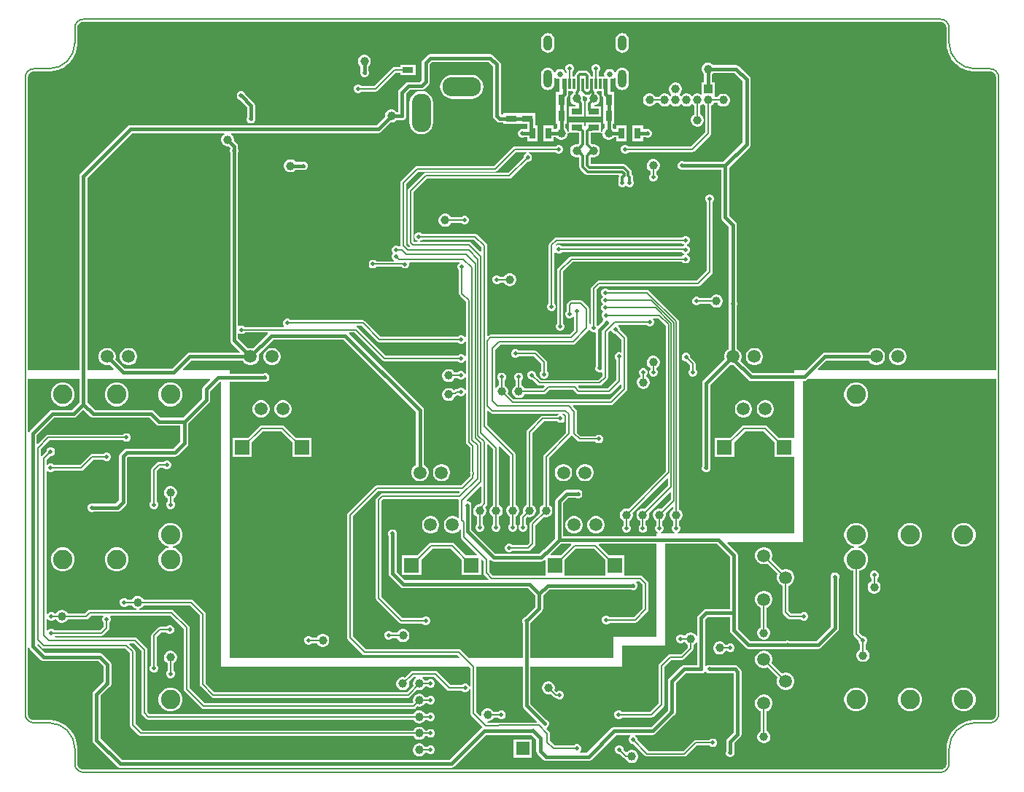
<source format=gtl>
G04*
G04 #@! TF.GenerationSoftware,Altium Limited,Altium Designer,24.4.1 (13)*
G04*
G04 Layer_Physical_Order=1*
G04 Layer_Color=255*
%FSAX44Y44*%
%MOMM*%
G71*
G04*
G04 #@! TF.SameCoordinates,A6799A11-F43C-4D9C-96F4-C4FD18313EF3*
G04*
G04*
G04 #@! TF.FilePolarity,Positive*
G04*
G01*
G75*
%ADD10C,0.4000*%
%ADD11C,0.2000*%
%ADD15C,0.1500*%
%ADD16C,1.0000*%
%ADD17R,1.3000X0.7000*%
%ADD18R,0.7000X1.3000*%
%ADD19R,0.3000X1.1500*%
%ADD20R,0.6000X1.1500*%
%ADD39C,0.3200*%
%ADD40C,0.3000*%
%ADD41O,2.2500X4.5000*%
%ADD42O,4.5000X2.2500*%
%ADD43O,5.0000X2.5000*%
%ADD44C,2.2500*%
%ADD45C,1.5000*%
%ADD46R,1.7250X1.7250*%
%ADD47C,1.6000*%
%ADD48R,1.6000X1.6000*%
%ADD49R,1.0000X1.0000*%
%ADD50O,1.0000X1.8000*%
%ADD51O,1.0000X2.1000*%
%ADD52C,0.6500*%
%ADD53C,0.5000*%
G36*
X01722034Y01529175D02*
X01723297Y01528651D01*
X01724434Y01527892D01*
X01725401Y01526925D01*
X01726161Y01525788D01*
X01726684Y01524525D01*
X01726951Y01523184D01*
Y01522502D01*
X01726941Y01505002D01*
X01726951Y01504951D01*
X01726943Y01504900D01*
X01727007Y01502938D01*
X01727042Y01502790D01*
X01727032Y01502639D01*
X01727544Y01498748D01*
X01727609Y01498557D01*
X01727622Y01498356D01*
X01728638Y01494565D01*
X01728727Y01494384D01*
X01728766Y01494186D01*
X01730268Y01490561D01*
X01730380Y01490393D01*
X01730445Y01490202D01*
X01732407Y01486804D01*
X01732540Y01486652D01*
X01732629Y01486471D01*
X01735018Y01483358D01*
X01735170Y01483225D01*
X01735282Y01483057D01*
X01738057Y01480282D01*
X01738225Y01480170D01*
X01738358Y01480018D01*
X01741471Y01477629D01*
X01741652Y01477540D01*
X01741804Y01477407D01*
X01745202Y01475445D01*
X01745393Y01475380D01*
X01745561Y01475268D01*
X01749186Y01473766D01*
X01749384Y01473727D01*
X01749565Y01473638D01*
X01753356Y01472622D01*
X01753557Y01472609D01*
X01753748Y01472544D01*
X01757639Y01472032D01*
X01757790Y01472042D01*
X01757938Y01472007D01*
X01759900Y01471943D01*
X01759950Y01471951D01*
X01760000Y01471941D01*
X01777509Y01471941D01*
X01777524Y01471944D01*
X01777539Y01471942D01*
X01778198Y01471948D01*
X01779525Y01471684D01*
X01780788Y01471161D01*
X01781925Y01470401D01*
X01782892Y01469434D01*
X01783651Y01468297D01*
X01784175Y01467034D01*
X01784441Y01465693D01*
X01784441Y01465010D01*
X01784441Y01125000D01*
X01578206D01*
X01577720Y01126173D01*
X01587417Y01135871D01*
X01636579D01*
X01637466Y01134335D01*
X01639335Y01132466D01*
X01641625Y01131144D01*
X01644178Y01130460D01*
X01646822D01*
X01649375Y01131144D01*
X01651665Y01132466D01*
X01653534Y01134335D01*
X01654856Y01136625D01*
X01655540Y01139178D01*
Y01141822D01*
X01654856Y01144375D01*
X01653534Y01146665D01*
X01651665Y01148534D01*
X01649375Y01149856D01*
X01646822Y01150540D01*
X01644178D01*
X01641625Y01149856D01*
X01639335Y01148534D01*
X01637466Y01146665D01*
X01636579Y01145129D01*
X01585500D01*
X01585500Y01145129D01*
X01583729Y01144777D01*
X01582227Y01143773D01*
X01582227Y01143773D01*
X01563454Y01125000D01*
X01550000D01*
Y01121379D01*
X01501917D01*
X01487739Y01135557D01*
X01488356Y01136625D01*
X01489040Y01139178D01*
Y01141822D01*
X01488356Y01144375D01*
X01487034Y01146665D01*
X01485165Y01148534D01*
X01483629Y01149421D01*
Y01200005D01*
X01484040Y01200997D01*
Y01203002D01*
X01483629Y01203995D01*
Y01293500D01*
X01483629Y01293500D01*
X01483277Y01295271D01*
X01482273Y01296773D01*
X01482273Y01296773D01*
X01474629Y01304417D01*
Y01360583D01*
X01498273Y01384227D01*
X01499277Y01385729D01*
X01499629Y01387500D01*
X01499629Y01387500D01*
Y01462500D01*
X01499629Y01462500D01*
X01499277Y01464271D01*
X01498273Y01465773D01*
X01498273Y01465773D01*
X01486023Y01478023D01*
X01484521Y01479027D01*
X01482750Y01479379D01*
X01482750Y01479379D01*
X01456284D01*
X01456284Y01479380D01*
X01454880Y01480784D01*
X01453160Y01481776D01*
X01451243Y01482290D01*
X01449257D01*
X01447340Y01481776D01*
X01445620Y01480784D01*
X01444216Y01479380D01*
X01443224Y01477660D01*
X01442710Y01475743D01*
Y01473757D01*
X01443224Y01471840D01*
X01444216Y01470120D01*
X01445620Y01468716D01*
X01445621Y01468716D01*
Y01458890D01*
X01442860D01*
Y01445844D01*
X01441590Y01445111D01*
X01440610Y01445676D01*
X01438693Y01446190D01*
X01436707D01*
X01434790Y01445676D01*
X01433070Y01444684D01*
X01432195Y01443808D01*
X01431350Y01443424D01*
X01430505Y01443808D01*
X01429630Y01444684D01*
X01427910Y01445676D01*
X01425993Y01446190D01*
X01424007D01*
X01422090Y01445676D01*
X01420370Y01444684D01*
X01419495Y01443808D01*
X01418650Y01443424D01*
X01417805Y01443808D01*
X01417458Y01444155D01*
X01417074Y01445000D01*
X01417458Y01445845D01*
X01418333Y01446720D01*
X01419326Y01448440D01*
X01419840Y01450357D01*
Y01452343D01*
X01419326Y01454260D01*
X01418333Y01455980D01*
X01416930Y01457384D01*
X01415210Y01458376D01*
X01413293Y01458890D01*
X01411307D01*
X01409390Y01458376D01*
X01407670Y01457384D01*
X01406266Y01455980D01*
X01405274Y01454260D01*
X01404760Y01452343D01*
Y01450357D01*
X01405274Y01448440D01*
X01406266Y01446720D01*
X01407142Y01445845D01*
X01407526Y01445000D01*
X01407142Y01444155D01*
X01406795Y01443808D01*
X01405950Y01443424D01*
X01405105Y01443808D01*
X01404230Y01444684D01*
X01402510Y01445676D01*
X01400593Y01446190D01*
X01398607D01*
X01396690Y01445676D01*
X01394970Y01444684D01*
X01393566Y01443280D01*
X01392859Y01442054D01*
X01389049D01*
X01388284Y01443380D01*
X01386880Y01444783D01*
X01385160Y01445776D01*
X01383243Y01446290D01*
X01381257D01*
X01379340Y01445776D01*
X01377620Y01444783D01*
X01376216Y01443380D01*
X01375224Y01441660D01*
X01374710Y01439743D01*
Y01437757D01*
X01375224Y01435840D01*
X01376216Y01434120D01*
X01377620Y01432717D01*
X01379340Y01431724D01*
X01381257Y01431210D01*
X01383243D01*
X01385160Y01431724D01*
X01386880Y01432717D01*
X01388284Y01434120D01*
X01388991Y01435345D01*
X01392801D01*
X01393566Y01434020D01*
X01394970Y01432616D01*
X01396690Y01431624D01*
X01398607Y01431110D01*
X01400593D01*
X01402510Y01431624D01*
X01404230Y01432616D01*
X01405105Y01433492D01*
X01405950Y01433876D01*
X01406795Y01433492D01*
X01407670Y01432616D01*
X01409390Y01431624D01*
X01411307Y01431110D01*
X01413293D01*
X01415210Y01431624D01*
X01416930Y01432616D01*
X01417805Y01433492D01*
X01418650Y01433876D01*
X01419495Y01433492D01*
X01420370Y01432616D01*
X01422090Y01431624D01*
X01424007Y01431110D01*
X01425993D01*
X01427910Y01431624D01*
X01429630Y01432616D01*
X01430505Y01433492D01*
X01431350Y01433876D01*
X01432195Y01433492D01*
X01433070Y01432616D01*
X01434371Y01431866D01*
Y01422005D01*
X01433120Y01421284D01*
X01431716Y01419880D01*
X01430724Y01418160D01*
X01430210Y01416243D01*
Y01414257D01*
X01430724Y01412340D01*
X01431716Y01410620D01*
X01433120Y01409216D01*
X01434840Y01408224D01*
X01436757Y01407710D01*
X01438743D01*
X01440660Y01408224D01*
X01442380Y01409216D01*
X01443784Y01410620D01*
X01444776Y01412340D01*
X01445290Y01414257D01*
Y01416243D01*
X01444776Y01418160D01*
X01443784Y01419880D01*
X01442380Y01421284D01*
X01441079Y01422034D01*
Y01431895D01*
X01442330Y01432616D01*
X01443205Y01433492D01*
X01444050Y01433876D01*
X01444895Y01433492D01*
X01445770Y01432616D01*
X01447045Y01431880D01*
Y01401539D01*
X01430361Y01384854D01*
X01357773D01*
X01356855Y01385773D01*
X01355002Y01386540D01*
X01352997D01*
X01351145Y01385773D01*
X01349727Y01384355D01*
X01348960Y01382502D01*
Y01380497D01*
X01349727Y01378645D01*
X01351145Y01377227D01*
X01352997Y01376460D01*
X01355002D01*
X01356855Y01377227D01*
X01357773Y01378146D01*
X01431750D01*
X01433034Y01378401D01*
X01434122Y01379128D01*
X01452772Y01397778D01*
X01453499Y01398866D01*
X01453754Y01400150D01*
Y01431880D01*
X01455030Y01432616D01*
X01456434Y01434020D01*
X01457126Y01435220D01*
X01460937D01*
X01461716Y01433870D01*
X01463120Y01432466D01*
X01464840Y01431474D01*
X01466757Y01430960D01*
X01468743D01*
X01470660Y01431474D01*
X01472380Y01432466D01*
X01473784Y01433870D01*
X01474776Y01435590D01*
X01475290Y01437507D01*
Y01439493D01*
X01474776Y01441410D01*
X01473784Y01443130D01*
X01472380Y01444534D01*
X01470660Y01445526D01*
X01468743Y01446040D01*
X01466757D01*
X01464840Y01445526D01*
X01463120Y01444534D01*
X01461716Y01443130D01*
X01461024Y01441929D01*
X01457975D01*
X01457622Y01442540D01*
X01457940Y01443810D01*
X01457940D01*
Y01458890D01*
X01454879D01*
Y01468716D01*
X01454880Y01468716D01*
X01456284Y01470120D01*
X01456284Y01470121D01*
X01480833D01*
X01490371Y01460583D01*
Y01389417D01*
X01468083Y01367129D01*
X01421995D01*
X01421003Y01367540D01*
X01418997D01*
X01417145Y01366773D01*
X01415727Y01365355D01*
X01414960Y01363503D01*
Y01361497D01*
X01415727Y01359645D01*
X01417145Y01358227D01*
X01418997Y01357460D01*
X01421003D01*
X01421995Y01357871D01*
X01465371D01*
Y01302500D01*
X01465371Y01302500D01*
X01465723Y01300729D01*
X01466727Y01299227D01*
X01474371Y01291583D01*
Y01203995D01*
X01473960Y01203002D01*
Y01200997D01*
X01474371Y01200005D01*
Y01149421D01*
X01472835Y01148534D01*
X01470966Y01146665D01*
X01469644Y01144375D01*
X01468960Y01141822D01*
Y01139178D01*
X01469419Y01137465D01*
X01444727Y01112773D01*
X01443723Y01111271D01*
X01443371Y01109500D01*
X01443371Y01109500D01*
Y01012995D01*
X01442960Y01012002D01*
Y01009997D01*
X01443727Y01008145D01*
X01445145Y01006727D01*
X01446998Y01005960D01*
X01449003D01*
X01450855Y01006727D01*
X01452273Y01008145D01*
X01453040Y01009997D01*
Y01012002D01*
X01452629Y01012995D01*
Y01107583D01*
X01475965Y01130919D01*
X01477678Y01130460D01*
X01479744D01*
X01496727Y01113477D01*
X01496727Y01113477D01*
X01498229Y01112473D01*
X01500000Y01112121D01*
X01500000Y01112121D01*
X01550000D01*
Y01047159D01*
X01549822Y01045963D01*
X01548730Y01045963D01*
X01532236D01*
X01518577Y01059622D01*
X01517489Y01060349D01*
X01516205Y01060604D01*
X01491795D01*
X01490511Y01060349D01*
X01489423Y01059622D01*
X01475764Y01045963D01*
X01458178D01*
Y01023633D01*
X01480508D01*
Y01041219D01*
X01493185Y01053896D01*
X01514816D01*
X01527492Y01041219D01*
Y01023633D01*
X01548730D01*
X01549822Y01023633D01*
X01550000Y01022437D01*
Y00935000D01*
X01415004D01*
X01414751Y00936270D01*
X01415855Y00936727D01*
X01417273Y00938145D01*
X01418040Y00939997D01*
Y00942002D01*
X01417273Y00943855D01*
X01416354Y00944773D01*
Y00949730D01*
X01417630Y00950467D01*
X01419034Y00951870D01*
X01420026Y00953590D01*
X01420540Y00955507D01*
Y00957493D01*
X01420026Y00959410D01*
X01419034Y00961130D01*
X01417630Y00962533D01*
X01416354Y00963270D01*
Y01181252D01*
X01416099Y01182536D01*
X01415372Y01183624D01*
X01381874Y01217122D01*
X01380786Y01217849D01*
X01379502Y01218104D01*
X01334773D01*
X01333855Y01219023D01*
X01332003Y01219790D01*
X01329998D01*
X01328145Y01219023D01*
X01326727Y01217605D01*
X01325960Y01215752D01*
Y01213747D01*
X01326727Y01211895D01*
X01327418Y01211205D01*
X01328065Y01210375D01*
X01327418Y01209545D01*
X01326727Y01208855D01*
X01325960Y01207002D01*
Y01204997D01*
X01326727Y01203145D01*
X01328145Y01201727D01*
X01327543Y01200670D01*
X01326977Y01200105D01*
X01326210Y01198252D01*
Y01196247D01*
X01326977Y01194395D01*
X01328395Y01192977D01*
X01327793Y01191920D01*
X01327227Y01191355D01*
X01326460Y01189502D01*
Y01187497D01*
X01327227Y01185645D01*
X01328645Y01184227D01*
X01328803Y01183431D01*
X01328227Y01182855D01*
X01327816Y01181863D01*
X01322490Y01176537D01*
X01321794Y01176675D01*
X01321104Y01177365D01*
Y01218361D01*
X01324639Y01221896D01*
X01438250D01*
X01439534Y01222151D01*
X01440622Y01222878D01*
X01454372Y01236628D01*
X01455099Y01237716D01*
X01455354Y01239000D01*
Y01260243D01*
X01455605Y01261500D01*
Y01320227D01*
X01456523Y01321145D01*
X01457290Y01322997D01*
Y01325002D01*
X01456523Y01326855D01*
X01455105Y01328273D01*
X01453253Y01329040D01*
X01451248D01*
X01449395Y01328273D01*
X01447977Y01326855D01*
X01447210Y01325002D01*
Y01322997D01*
X01447977Y01321145D01*
X01448896Y01320227D01*
Y01262507D01*
X01448645Y01261250D01*
Y01240389D01*
X01436861Y01228605D01*
X01323250D01*
X01321966Y01228349D01*
X01320878Y01227622D01*
X01315378Y01222122D01*
X01314651Y01221034D01*
X01314395Y01219750D01*
Y01178439D01*
X01313874Y01178049D01*
X01312604Y01178685D01*
Y01195500D01*
X01312349Y01196784D01*
X01311622Y01197872D01*
X01304622Y01204872D01*
X01303534Y01205599D01*
X01302250Y01205854D01*
X01291500D01*
X01290216Y01205599D01*
X01289128Y01204872D01*
X01286878Y01202622D01*
X01286151Y01201534D01*
X01285896Y01200250D01*
Y01193773D01*
X01284977Y01192855D01*
X01284210Y01191003D01*
Y01188997D01*
X01284977Y01187145D01*
X01286395Y01185727D01*
X01288248Y01184960D01*
X01290253D01*
X01292105Y01185727D01*
X01293125Y01186748D01*
X01294395Y01186222D01*
Y01170639D01*
X01289610Y01165854D01*
X01197500D01*
X01196216Y01165599D01*
X01195128Y01164872D01*
X01194778Y01164522D01*
X01193604Y01165008D01*
Y01269375D01*
X01193349Y01270659D01*
X01192622Y01271747D01*
X01181997Y01282372D01*
X01180909Y01283099D01*
X01179625Y01283354D01*
X01118273D01*
X01117355Y01284273D01*
X01115502Y01285040D01*
X01113497D01*
X01111645Y01284273D01*
X01110227Y01282855D01*
X01109460Y01281003D01*
Y01278997D01*
X01110227Y01277145D01*
X01111645Y01275727D01*
X01113101Y01275124D01*
X01112848Y01273854D01*
X01108889D01*
X01108104Y01274640D01*
Y01331611D01*
X01123889Y01347396D01*
X01219515D01*
X01220799Y01347651D01*
X01221887Y01348378D01*
X01240470Y01366960D01*
X01241768D01*
X01243621Y01367728D01*
X01245039Y01369146D01*
X01245806Y01370998D01*
Y01373003D01*
X01245039Y01374855D01*
X01243621Y01376273D01*
X01242167Y01376876D01*
X01242419Y01378146D01*
X01272977D01*
X01273895Y01377227D01*
X01275748Y01376460D01*
X01277753D01*
X01279605Y01377227D01*
X01281023Y01378645D01*
X01281790Y01380497D01*
Y01382502D01*
X01281023Y01384355D01*
X01279605Y01385773D01*
X01277753Y01386540D01*
X01275748D01*
X01273895Y01385773D01*
X01272977Y01384854D01*
X01226000D01*
X01224716Y01384599D01*
X01223628Y01383872D01*
X01201861Y01362104D01*
X01112500D01*
X01111216Y01361849D01*
X01110128Y01361122D01*
X01094128Y01345122D01*
X01093401Y01344034D01*
X01093146Y01342750D01*
Y01269250D01*
X01092131Y01268568D01*
X01091105Y01268523D01*
X01090855Y01268773D01*
X01089003Y01269540D01*
X01086998D01*
X01085145Y01268773D01*
X01083727Y01267355D01*
X01082960Y01265502D01*
Y01263497D01*
X01083727Y01261645D01*
X01084642Y01260730D01*
X01083727Y01259815D01*
X01082960Y01257962D01*
Y01255957D01*
X01083727Y01254105D01*
X01085145Y01252687D01*
X01085345Y01252604D01*
X01085092Y01251334D01*
X01065043D01*
X01064105Y01252273D01*
X01062253Y01253040D01*
X01060247D01*
X01058395Y01252273D01*
X01056977Y01250855D01*
X01056210Y01249003D01*
Y01246998D01*
X01056977Y01245145D01*
X01058395Y01243727D01*
X01060247Y01242960D01*
X01062253D01*
X01064105Y01243727D01*
X01065003Y01244625D01*
X01094298D01*
X01095236Y01243687D01*
X01097089Y01242920D01*
X01099094D01*
X01100946Y01243687D01*
X01102364Y01245105D01*
X01103131Y01246957D01*
Y01248962D01*
X01102975Y01249340D01*
X01103680Y01250396D01*
X01161108D01*
X01161384Y01249818D01*
X01161498Y01249126D01*
X01160227Y01247855D01*
X01159460Y01246003D01*
Y01243997D01*
X01160227Y01242145D01*
X01161145Y01241227D01*
Y01213750D01*
X01161401Y01212466D01*
X01162128Y01211378D01*
X01169146Y01204361D01*
Y01163381D01*
X01167876Y01163128D01*
X01167773Y01163377D01*
X01166355Y01164794D01*
X01164502Y01165562D01*
X01162497D01*
X01160645Y01164794D01*
X01159727Y01163876D01*
X01069868D01*
X01051872Y01181872D01*
X01050784Y01182599D01*
X01049500Y01182855D01*
X00965523D01*
X00964605Y01183773D01*
X00962753Y01184540D01*
X00960748D01*
X00958895Y01183773D01*
X00957477Y01182355D01*
X00956710Y01180502D01*
Y01178497D01*
X00957477Y01176645D01*
X00957748Y01176375D01*
X00957222Y01175105D01*
X00912273D01*
X00911355Y01176023D01*
X00909502Y01176790D01*
X00907497D01*
X00905899Y01176128D01*
X00904629Y01176666D01*
Y01378005D01*
X00905040Y01378997D01*
Y01381003D01*
X00904629Y01381995D01*
Y01385000D01*
X00904277Y01386771D01*
X00903273Y01388273D01*
X00903273Y01388273D01*
X00900040Y01391507D01*
X00900040Y01391507D01*
Y01393493D01*
X00899526Y01395410D01*
X00898533Y01397130D01*
X00897130Y01398533D01*
X00896147Y01399101D01*
X00896487Y01400371D01*
X01067500D01*
X01067500Y01400371D01*
X01069271Y01400723D01*
X01070773Y01401727D01*
X01081507Y01412460D01*
X01081507Y01412460D01*
X01083493D01*
X01085410Y01412974D01*
X01087130Y01413967D01*
X01088533Y01415370D01*
X01088534Y01415371D01*
X01093005D01*
X01093997Y01414960D01*
X01096003D01*
X01097855Y01415727D01*
X01099273Y01417145D01*
X01100040Y01418997D01*
Y01421003D01*
X01099629Y01421995D01*
Y01445583D01*
X01104417Y01450371D01*
X01116248D01*
X01116726Y01450371D01*
X01116810Y01449101D01*
X01116295Y01449033D01*
X01113650Y01448685D01*
X01110295Y01447296D01*
X01107415Y01445085D01*
X01105204Y01442204D01*
X01103815Y01438850D01*
X01103341Y01435250D01*
Y01412750D01*
X01103815Y01409150D01*
X01105204Y01405795D01*
X01107415Y01402915D01*
X01110295Y01400704D01*
X01113650Y01399315D01*
X01117250Y01398841D01*
X01120850Y01399315D01*
X01124204Y01400704D01*
X01127085Y01402915D01*
X01129296Y01405795D01*
X01130685Y01409150D01*
X01131159Y01412750D01*
Y01435250D01*
X01130685Y01438850D01*
X01129296Y01442204D01*
X01127085Y01445085D01*
X01124204Y01447296D01*
X01120850Y01448685D01*
X01118034Y01449056D01*
X01117546Y01449120D01*
X01117500Y01450370D01*
X01117500Y01450371D01*
X01117987Y01450468D01*
X01119271Y01450723D01*
X01120773Y01451727D01*
X01125773Y01456727D01*
X01125773Y01456727D01*
X01126777Y01458229D01*
X01127129Y01460000D01*
Y01480583D01*
X01129417Y01482871D01*
X01195583D01*
X01200371Y01478083D01*
Y01420000D01*
X01200371Y01420000D01*
X01200723Y01418229D01*
X01201727Y01416727D01*
X01204477Y01413977D01*
X01205979Y01412973D01*
X01207750Y01412621D01*
X01207750Y01412621D01*
X01212732D01*
Y01411210D01*
X01230812D01*
Y01411210D01*
X01231710D01*
Y01411210D01*
X01240298D01*
Y01409040D01*
X01239960D01*
Y01404629D01*
X01236495D01*
X01235502Y01405040D01*
X01233497D01*
X01231645Y01404273D01*
X01230227Y01402855D01*
X01229460Y01401003D01*
Y01398997D01*
X01230227Y01397145D01*
X01231645Y01395727D01*
X01233497Y01394960D01*
X01235502D01*
X01236495Y01395371D01*
X01239960D01*
Y01390960D01*
X01252040D01*
Y01409040D01*
X01249556D01*
Y01411210D01*
X01249790D01*
Y01423290D01*
X01231710D01*
Y01423290D01*
X01230812D01*
Y01423290D01*
X01212732D01*
Y01421879D01*
X01209667D01*
X01209629Y01421917D01*
Y01480000D01*
X01209277Y01481771D01*
X01208273Y01483273D01*
X01208273Y01483273D01*
X01200773Y01490773D01*
X01199271Y01491777D01*
X01197500Y01492129D01*
X01197500Y01492129D01*
X01127500D01*
X01127500Y01492129D01*
X01125729Y01491777D01*
X01124227Y01490773D01*
X01119227Y01485773D01*
X01118223Y01484271D01*
X01117871Y01482500D01*
X01117871Y01482500D01*
Y01461917D01*
X01115583Y01459629D01*
X01102500D01*
X01102500Y01459629D01*
X01100729Y01459277D01*
X01099227Y01458273D01*
X01099227Y01458273D01*
X01091727Y01450773D01*
X01090723Y01449271D01*
X01090371Y01447500D01*
X01090371Y01447500D01*
Y01424629D01*
X01088534D01*
X01088533Y01424630D01*
X01087130Y01426033D01*
X01085410Y01427026D01*
X01083493Y01427540D01*
X01081507D01*
X01079590Y01427026D01*
X01077870Y01426033D01*
X01076467Y01424630D01*
X01075474Y01422910D01*
X01074960Y01420993D01*
Y01419007D01*
X01074960Y01419007D01*
X01065583Y01409629D01*
X00779750D01*
X00779750Y01409629D01*
X00777979Y01409277D01*
X00776477Y01408273D01*
X00748227Y01380023D01*
X00748227Y01380023D01*
X00748227Y01380023D01*
X00721727Y01353523D01*
X00720723Y01352021D01*
X00720371Y01350250D01*
X00720371Y01350250D01*
Y01125000D01*
X00660558D01*
Y01465010D01*
Y01465693D01*
X00660825Y01467034D01*
X00661348Y01468297D01*
X00662108Y01469434D01*
X00663075Y01470401D01*
X00664212Y01471161D01*
X00665475Y01471684D01*
X00666816Y01471951D01*
X00667498D01*
X00684998Y01471941D01*
X00685049Y01471951D01*
X00685100Y01471943D01*
X00687062Y01472007D01*
X00687210Y01472042D01*
X00687361Y01472032D01*
X00691252Y01472544D01*
X00691443Y01472609D01*
X00691644Y01472622D01*
X00695435Y01473638D01*
X00695616Y01473727D01*
X00695814Y01473766D01*
X00699439Y01475268D01*
X00699607Y01475380D01*
X00699798Y01475445D01*
X00703196Y01477407D01*
X00703348Y01477540D01*
X00703529Y01477629D01*
X00706642Y01480018D01*
X00706775Y01480170D01*
X00706943Y01480282D01*
X00709718Y01483057D01*
X00709830Y01483225D01*
X00709982Y01483358D01*
X00712371Y01486471D01*
X00712460Y01486652D01*
X00712593Y01486804D01*
X00714555Y01490202D01*
X00714620Y01490393D01*
X00714732Y01490561D01*
X00716234Y01494186D01*
X00716273Y01494384D01*
X00716362Y01494565D01*
X00717378Y01498356D01*
X00717391Y01498557D01*
X00717456Y01498748D01*
X00717968Y01502639D01*
X00717958Y01502790D01*
X00717993Y01502938D01*
X00718057Y01504900D01*
X00718049Y01504950D01*
X00718059Y01505000D01*
X00718059Y01522510D01*
X00718056Y01522525D01*
X00718058Y01522539D01*
X00718052Y01523199D01*
X00718316Y01524525D01*
X00718839Y01525788D01*
X00719599Y01526925D01*
X00720566Y01527892D01*
X00721702Y01528651D01*
X00722966Y01529175D01*
X00724307Y01529442D01*
X00724990D01*
X01155000Y01529441D01*
X01720009Y01529442D01*
X01720693D01*
X01722034Y01529175D01*
D02*
G37*
G36*
X01239365Y01376876D02*
X01237911Y01376273D01*
X01236493Y01374855D01*
X01235726Y01373003D01*
Y01371704D01*
X01218126Y01354104D01*
X01122500D01*
X01121216Y01353849D01*
X01120128Y01353122D01*
X01102378Y01335372D01*
X01101651Y01334284D01*
X01101395Y01333000D01*
Y01273250D01*
X01101651Y01271966D01*
X01102378Y01270878D01*
X01104089Y01269167D01*
X01103611Y01267924D01*
X01102682Y01267812D01*
X01099854Y01270639D01*
Y01341360D01*
X01113889Y01355396D01*
X01203250D01*
X01204534Y01355651D01*
X01205622Y01356378D01*
X01227390Y01378146D01*
X01239113D01*
X01239365Y01376876D01*
D02*
G37*
G36*
X01186896Y01267986D02*
Y01263008D01*
X01185722Y01262522D01*
X01175372Y01272872D01*
X01174284Y01273599D01*
X01173000Y01273854D01*
X01116152D01*
X01115900Y01275124D01*
X01117355Y01275727D01*
X01118273Y01276646D01*
X01178235D01*
X01186896Y01267986D01*
D02*
G37*
G36*
X01401336Y01176421D02*
Y01007329D01*
X01357665Y00963659D01*
X01356243Y00964040D01*
X01354257D01*
X01352340Y00963526D01*
X01350620Y00962533D01*
X01349216Y00961130D01*
X01348224Y00959410D01*
X01347710Y00957493D01*
Y00955507D01*
X01348224Y00953590D01*
X01349216Y00951870D01*
X01350620Y00950467D01*
X01351895Y00949730D01*
Y00944773D01*
X01350977Y00943855D01*
X01350210Y00942002D01*
Y00939997D01*
X01350977Y00938145D01*
X01352395Y00936727D01*
X01354247Y00935960D01*
X01356252D01*
X01358105Y00936727D01*
X01359523Y00938145D01*
X01360290Y00939997D01*
Y00942002D01*
X01359523Y00943855D01*
X01358604Y00944773D01*
Y00949730D01*
X01359880Y00950467D01*
X01361284Y00951870D01*
X01362276Y00953590D01*
X01362790Y00955507D01*
Y00957493D01*
X01362409Y00958915D01*
X01402932Y00999438D01*
X01404106Y00998952D01*
Y00990850D01*
X01376915Y00963659D01*
X01375493Y00964040D01*
X01373507D01*
X01371590Y00963526D01*
X01369870Y00962533D01*
X01368466Y00961130D01*
X01367474Y00959410D01*
X01366960Y00957493D01*
Y00955507D01*
X01367474Y00953590D01*
X01368466Y00951870D01*
X01369870Y00950467D01*
X01371145Y00949730D01*
Y00944773D01*
X01370227Y00943855D01*
X01369460Y00942002D01*
Y00939997D01*
X01370227Y00938145D01*
X01371645Y00936727D01*
X01373497Y00935960D01*
X01375502D01*
X01377355Y00936727D01*
X01378773Y00938145D01*
X01379540Y00939997D01*
Y00942002D01*
X01378773Y00943855D01*
X01377854Y00944773D01*
Y00949730D01*
X01379130Y00950467D01*
X01380533Y00951870D01*
X01381526Y00953590D01*
X01382040Y00955507D01*
Y00957493D01*
X01381659Y00958915D01*
X01405702Y00982958D01*
X01406875Y00982472D01*
Y00974370D01*
X01396165Y00963659D01*
X01394743Y00964040D01*
X01392757D01*
X01390840Y00963526D01*
X01389120Y00962533D01*
X01387717Y00961130D01*
X01386724Y00959410D01*
X01386210Y00957493D01*
Y00955507D01*
X01386724Y00953590D01*
X01387717Y00951870D01*
X01389120Y00950467D01*
X01390396Y00949730D01*
Y00944773D01*
X01389477Y00943855D01*
X01388710Y00942002D01*
Y00939997D01*
X01389477Y00938145D01*
X01390895Y00936727D01*
X01391999Y00936270D01*
X01391747Y00935000D01*
X01390000D01*
Y00932129D01*
X01282129D01*
Y00970583D01*
X01288117Y00976571D01*
X01297205D01*
X01298197Y00976160D01*
X01300202D01*
X01302055Y00976927D01*
X01303473Y00978345D01*
X01304240Y00980198D01*
Y00982203D01*
X01303473Y00984055D01*
X01302055Y00985473D01*
X01300202Y00986240D01*
X01298197D01*
X01297205Y00985829D01*
X01286200D01*
X01284429Y00985477D01*
X01282927Y00984473D01*
X01282927Y00984473D01*
X01274227Y00975773D01*
X01273223Y00974271D01*
X01272871Y00972500D01*
X01272871Y00972500D01*
Y00929417D01*
X01259856Y00916403D01*
X01258500Y00915496D01*
X01258500Y00915496D01*
X01254632Y00911629D01*
X01203167D01*
X01175129Y00939667D01*
Y00965505D01*
X01175540Y00966497D01*
Y00968503D01*
X01174773Y00970355D01*
X01173355Y00971773D01*
X01171503Y00972540D01*
X01170330D01*
X01169804Y00973810D01*
X01185722Y00989728D01*
X01186896Y00989242D01*
Y00971018D01*
X01184667Y00968790D01*
X01184007D01*
X01182090Y00968276D01*
X01180370Y00967283D01*
X01178967Y00965880D01*
X01177974Y00964160D01*
X01177460Y00962243D01*
Y00960257D01*
X01177974Y00958340D01*
X01178967Y00956620D01*
X01180370Y00955217D01*
X01181646Y00954480D01*
Y00945773D01*
X01180727Y00944855D01*
X01179960Y00943002D01*
Y00940997D01*
X01180727Y00939145D01*
X01182145Y00937727D01*
X01183997Y00936960D01*
X01186003D01*
X01187855Y00937727D01*
X01189273Y00939145D01*
X01190040Y00940997D01*
Y00943002D01*
X01189273Y00944855D01*
X01188354Y00945773D01*
Y00954480D01*
X01189630Y00955217D01*
X01191033Y00956620D01*
X01192026Y00958340D01*
X01192540Y00960257D01*
Y00962243D01*
X01192026Y00964160D01*
X01191111Y00965746D01*
X01192622Y00967257D01*
X01193349Y00968345D01*
X01193604Y00969629D01*
Y01038742D01*
X01194778Y01039228D01*
X01200895Y01033111D01*
Y00968020D01*
X01199620Y00967283D01*
X01198216Y00965880D01*
X01197224Y00964160D01*
X01196710Y00962243D01*
Y00960257D01*
X01197224Y00958340D01*
X01198216Y00956620D01*
X01199620Y00955217D01*
X01200895Y00954480D01*
Y00945773D01*
X01199977Y00944855D01*
X01199210Y00943002D01*
Y00940997D01*
X01199977Y00939145D01*
X01201395Y00937727D01*
X01203248Y00936960D01*
X01205253D01*
X01207105Y00937727D01*
X01208523Y00939145D01*
X01209290Y00940997D01*
Y00943002D01*
X01208523Y00944855D01*
X01207604Y00945773D01*
Y00954480D01*
X01208880Y00955217D01*
X01210284Y00956620D01*
X01211276Y00958340D01*
X01211790Y00960257D01*
Y00962243D01*
X01211276Y00964160D01*
X01210284Y00965880D01*
X01208880Y00967283D01*
X01207604Y00968020D01*
Y01034500D01*
X01207349Y01035784D01*
X01207194Y01036016D01*
X01208180Y01036826D01*
X01220145Y01024861D01*
Y00968270D01*
X01218870Y00967533D01*
X01217467Y00966130D01*
X01216474Y00964410D01*
X01215960Y00962493D01*
Y00960507D01*
X01216474Y00958590D01*
X01217467Y00956870D01*
X01218870Y00955467D01*
X01220145Y00954730D01*
Y00946023D01*
X01219227Y00945105D01*
X01218460Y00943252D01*
Y00941247D01*
X01219227Y00939395D01*
X01220645Y00937977D01*
X01222497Y00937210D01*
X01224502D01*
X01226355Y00937977D01*
X01227773Y00939395D01*
X01228540Y00941247D01*
Y00943252D01*
X01227773Y00945105D01*
X01226854Y00946023D01*
Y00954730D01*
X01228130Y00955467D01*
X01229533Y00956870D01*
X01230526Y00958590D01*
X01231040Y00960507D01*
Y00962493D01*
X01230526Y00964410D01*
X01229533Y00966130D01*
X01228130Y00967533D01*
X01226854Y00968270D01*
Y01026250D01*
X01226599Y01027534D01*
X01225872Y01028622D01*
X01193604Y01060890D01*
Y01077492D01*
X01194778Y01077978D01*
X01197378Y01075378D01*
X01198466Y01074651D01*
X01199750Y01074396D01*
X01276611D01*
X01276864Y01073126D01*
X01275985Y01072761D01*
X01275067Y01071843D01*
X01258239D01*
X01256955Y01071588D01*
X01255867Y01070861D01*
X01240378Y01055372D01*
X01239651Y01054284D01*
X01239396Y01053000D01*
Y00968270D01*
X01238120Y00967533D01*
X01236717Y00966130D01*
X01235724Y00964410D01*
X01235210Y00962493D01*
Y00960507D01*
X01235591Y00959085D01*
X01232878Y00956372D01*
X01232151Y00955284D01*
X01231896Y00954000D01*
Y00946023D01*
X01230977Y00945105D01*
X01230210Y00943252D01*
Y00941247D01*
X01230977Y00939395D01*
X01232395Y00937977D01*
X01234248Y00937210D01*
X01236253D01*
X01238105Y00937977D01*
X01239523Y00939395D01*
X01240290Y00941247D01*
Y00943252D01*
X01239523Y00945105D01*
X01238605Y00946023D01*
Y00952611D01*
X01240335Y00954341D01*
X01241757Y00953960D01*
X01243743D01*
X01245660Y00954474D01*
X01247380Y00955467D01*
X01248783Y00956870D01*
X01249776Y00958590D01*
X01250290Y00960507D01*
Y00962493D01*
X01249776Y00964410D01*
X01248783Y00966130D01*
X01247380Y00967533D01*
X01246104Y00968270D01*
Y01051610D01*
X01259628Y01065134D01*
X01275067D01*
X01275985Y01064216D01*
X01277837Y01063449D01*
X01279842D01*
X01281695Y01064216D01*
X01283113Y01065634D01*
X01283880Y01067486D01*
Y01069491D01*
X01283113Y01071344D01*
X01281695Y01072761D01*
X01280816Y01073126D01*
X01281068Y01074396D01*
X01283360D01*
X01285458Y01072298D01*
Y01052202D01*
X01259628Y01026372D01*
X01258901Y01025284D01*
X01258645Y01024000D01*
Y00968270D01*
X01257370Y00967533D01*
X01255966Y00966130D01*
X01254974Y00964410D01*
X01254460Y00962493D01*
Y00960507D01*
X01254841Y00959085D01*
X01244003Y00948247D01*
X01243276Y00947159D01*
X01243021Y00945875D01*
Y00924514D01*
X01240110Y00921605D01*
X01223023D01*
X01222105Y00922523D01*
X01220253Y00923290D01*
X01218248D01*
X01216395Y00922523D01*
X01214977Y00921105D01*
X01214210Y00919252D01*
Y00917247D01*
X01214977Y00915395D01*
X01216395Y00913977D01*
X01218248Y00913210D01*
X01220253D01*
X01222105Y00913977D01*
X01223023Y00914896D01*
X01241500D01*
X01242784Y00915151D01*
X01243872Y00915878D01*
X01248747Y00920753D01*
X01249474Y00921841D01*
X01249730Y00923125D01*
Y00944485D01*
X01259585Y00954341D01*
X01261007Y00953960D01*
X01262993D01*
X01264910Y00954474D01*
X01266630Y00955467D01*
X01268034Y00956870D01*
X01269026Y00958590D01*
X01269540Y00960507D01*
Y00962493D01*
X01269026Y00964410D01*
X01268034Y00966130D01*
X01266630Y00967533D01*
X01265354Y00968270D01*
Y01022610D01*
X01291059Y01048316D01*
X01291503Y01048422D01*
X01292653Y01048353D01*
X01298596Y01042410D01*
X01299684Y01041683D01*
X01300968Y01041428D01*
X01319460D01*
X01320378Y01040509D01*
X01322230Y01039742D01*
X01324235D01*
X01326088Y01040509D01*
X01327505Y01041927D01*
X01328273Y01043779D01*
Y01045785D01*
X01327505Y01047637D01*
X01326088Y01049055D01*
X01324235Y01049822D01*
X01322230D01*
X01320378Y01049055D01*
X01319460Y01048136D01*
X01302357D01*
X01298104Y01052389D01*
Y01076750D01*
X01297849Y01078034D01*
X01297122Y01079122D01*
X01293484Y01082760D01*
X01293970Y01083933D01*
X01337288D01*
X01338571Y01084189D01*
X01339660Y01084916D01*
X01355412Y01100668D01*
X01356139Y01101756D01*
X01356394Y01103040D01*
Y01161710D01*
X01356139Y01162994D01*
X01355412Y01164082D01*
X01347540Y01171954D01*
Y01173252D01*
X01346773Y01175105D01*
X01346002Y01175876D01*
X01346528Y01177146D01*
X01378727D01*
X01379645Y01176227D01*
X01381497Y01175460D01*
X01383503D01*
X01385355Y01176227D01*
X01386773Y01177645D01*
X01387540Y01179498D01*
Y01181503D01*
X01386773Y01183355D01*
X01386252Y01183876D01*
X01386778Y01185146D01*
X01392610D01*
X01401336Y01176421D01*
D02*
G37*
G36*
X00939079Y01167126D02*
X00922035Y01150081D01*
X00920322Y01150540D01*
X00917678D01*
X00915965Y01150081D01*
X00904629Y01161417D01*
Y01166834D01*
X00905899Y01167372D01*
X00907497Y01166710D01*
X00909502D01*
X00911355Y01167477D01*
X00912273Y01168396D01*
X00938553D01*
X00939079Y01167126D01*
D02*
G37*
G36*
X01337915Y01170148D02*
X01338227Y01169395D01*
X01339645Y01167977D01*
X01341497Y01167210D01*
X01342796D01*
X01349686Y01160321D01*
Y01146089D01*
X01348630Y01145384D01*
X01348253Y01145540D01*
X01346248D01*
X01344395Y01144773D01*
X01342977Y01143355D01*
X01342210Y01141503D01*
Y01139498D01*
X01342977Y01137645D01*
X01343896Y01136727D01*
Y01113640D01*
X01333611Y01103354D01*
X01301389D01*
X01299272Y01105472D01*
X01299758Y01106646D01*
X01324250D01*
X01325534Y01106901D01*
X01326622Y01107628D01*
X01332914Y01113920D01*
X01333641Y01115008D01*
X01333896Y01116292D01*
Y01167925D01*
X01336417Y01170446D01*
X01337915Y01170148D01*
D02*
G37*
G36*
X01066106Y01158150D02*
X01067195Y01157422D01*
X01068478Y01157167D01*
X01159727D01*
X01160645Y01156249D01*
X01162497Y01155482D01*
X01164502D01*
X01166355Y01156249D01*
X01167773Y01157667D01*
X01167876Y01157915D01*
X01169146Y01157662D01*
Y01141359D01*
X01167876Y01141107D01*
X01167773Y01141355D01*
X01166355Y01142773D01*
X01164502Y01143540D01*
X01162497D01*
X01160645Y01142773D01*
X01159727Y01141854D01*
X01075992D01*
X01043725Y01174122D01*
X01042636Y01174849D01*
X01042504Y01174876D01*
X01042629Y01176146D01*
X01048111D01*
X01066106Y01158150D01*
D02*
G37*
G36*
X00888853Y01399101D02*
X00887870Y01398533D01*
X00886467Y01397130D01*
X00885474Y01395410D01*
X00884960Y01393493D01*
Y01391507D01*
X00885474Y01389590D01*
X00886467Y01387870D01*
X00887870Y01386467D01*
X00889590Y01385474D01*
X00891507Y01384960D01*
X00893493D01*
X00893493Y01384960D01*
X00895371Y01383083D01*
Y01381995D01*
X00894960Y01381003D01*
Y01378997D01*
X00895371Y01378005D01*
Y01159500D01*
X00895371Y01159500D01*
X00895723Y01157729D01*
X00896727Y01156227D01*
X00906651Y01146302D01*
X00906165Y01145129D01*
X00848250D01*
X00846479Y01144777D01*
X00844977Y01143773D01*
X00844977Y01143773D01*
X00827833Y01126629D01*
X00772917D01*
X00762081Y01137465D01*
X00762540Y01139178D01*
Y01141822D01*
X00761856Y01144375D01*
X00760534Y01146665D01*
X00758665Y01148534D01*
X00756375Y01149856D01*
X00753822Y01150540D01*
X00751178D01*
X00748625Y01149856D01*
X00746335Y01148534D01*
X00744466Y01146665D01*
X00743144Y01144375D01*
X00742460Y01141822D01*
Y01139178D01*
X00743144Y01136625D01*
X00744466Y01134335D01*
X00746335Y01132466D01*
X00748625Y01131144D01*
X00751178Y01130460D01*
X00753822D01*
X00755535Y01130919D01*
X00760280Y01126173D01*
X00759794Y01125000D01*
X00729629D01*
Y01348333D01*
X00754773Y01373477D01*
X00754773Y01373477D01*
X00781667Y01400371D01*
X00888513D01*
X00888853Y01399101D01*
D02*
G37*
G36*
X01313169Y01171158D02*
X01313249Y01170965D01*
X01314666Y01169548D01*
X01316519Y01168780D01*
X01318524D01*
X01318565Y01168797D01*
X01319621Y01168092D01*
Y01128995D01*
X01319210Y01128002D01*
Y01125997D01*
X01319977Y01124145D01*
X01321395Y01122727D01*
X01323248Y01121960D01*
X01325253D01*
X01325917Y01122235D01*
X01327187Y01121387D01*
Y01117681D01*
X01322861Y01113354D01*
X01255932D01*
X01250580Y01118706D01*
Y01120005D01*
X01249813Y01121857D01*
X01248395Y01123275D01*
X01246543Y01124043D01*
X01244538D01*
X01242685Y01123275D01*
X01241267Y01121857D01*
X01240500Y01120005D01*
Y01118000D01*
X01241267Y01116148D01*
X01242685Y01114730D01*
X01244538Y01113962D01*
X01245836D01*
X01252170Y01107628D01*
X01253259Y01106901D01*
X01254542Y01106646D01*
X01259774D01*
X01260260Y01105472D01*
X01258142Y01103354D01*
X01237270D01*
X01236534Y01104630D01*
X01235130Y01106033D01*
X01233854Y01106770D01*
Y01112977D01*
X01234773Y01113895D01*
X01235540Y01115748D01*
Y01117753D01*
X01234773Y01119605D01*
X01233355Y01121023D01*
X01231503Y01121790D01*
X01229498D01*
X01227645Y01121023D01*
X01226227Y01119605D01*
X01225460Y01117753D01*
Y01115748D01*
X01226227Y01113895D01*
X01227145Y01112977D01*
Y01106770D01*
X01225870Y01106033D01*
X01224466Y01104630D01*
X01223474Y01102910D01*
X01222960Y01100993D01*
Y01099007D01*
X01223474Y01097090D01*
X01224466Y01095370D01*
X01225870Y01093967D01*
X01227590Y01092974D01*
X01229507Y01092460D01*
X01231493D01*
X01233410Y01092974D01*
X01235130Y01093967D01*
X01236534Y01095370D01*
X01237270Y01096646D01*
X01259532D01*
X01260816Y01096901D01*
X01261904Y01097628D01*
X01265921Y01101646D01*
X01293611D01*
X01297628Y01097628D01*
X01298716Y01096901D01*
X01300000Y01096646D01*
X01335000D01*
X01336284Y01096901D01*
X01337372Y01097628D01*
X01348416Y01108672D01*
X01349686Y01108146D01*
Y01104429D01*
X01335898Y01090642D01*
X01224602D01*
X01217659Y01097585D01*
X01218040Y01099007D01*
Y01100993D01*
X01217526Y01102910D01*
X01216534Y01104630D01*
X01215130Y01106033D01*
X01213855Y01106770D01*
Y01112977D01*
X01214773Y01113895D01*
X01215540Y01115748D01*
Y01117753D01*
X01214773Y01119605D01*
X01213355Y01121023D01*
X01211503Y01121790D01*
X01209498D01*
X01207645Y01121023D01*
X01206227Y01119605D01*
X01205460Y01117753D01*
Y01115748D01*
X01206227Y01113895D01*
X01207146Y01112977D01*
Y01106770D01*
X01205870Y01106033D01*
X01204466Y01104630D01*
X01204374Y01104470D01*
X01203104Y01104811D01*
Y01148611D01*
X01208889Y01154396D01*
X01293500D01*
X01294784Y01154651D01*
X01295872Y01155378D01*
X01311622Y01171128D01*
X01311736Y01171299D01*
X01313169Y01171158D01*
D02*
G37*
G36*
X01784441Y00724990D02*
Y00724307D01*
X01784175Y00722966D01*
X01783651Y00721702D01*
X01782892Y00720566D01*
X01781925Y00719599D01*
X01780788Y00718839D01*
X01779525Y00718316D01*
X01778184Y00718049D01*
X01777502D01*
X01760002Y00718059D01*
X01759951Y00718049D01*
X01759900Y00718057D01*
X01757938Y00717993D01*
X01757790Y00717958D01*
X01757639Y00717968D01*
X01753748Y00717456D01*
X01753557Y00717391D01*
X01753356Y00717378D01*
X01749565Y00716362D01*
X01749384Y00716273D01*
X01749186Y00716234D01*
X01745561Y00714732D01*
X01745393Y00714620D01*
X01745202Y00714555D01*
X01741804Y00712593D01*
X01741652Y00712460D01*
X01741471Y00712371D01*
X01738358Y00709982D01*
X01738225Y00709830D01*
X01738057Y00709718D01*
X01735282Y00706943D01*
X01735170Y00706775D01*
X01735018Y00706642D01*
X01732629Y00703529D01*
X01732540Y00703348D01*
X01732407Y00703196D01*
X01730445Y00699798D01*
X01730380Y00699607D01*
X01730268Y00699439D01*
X01728766Y00695814D01*
X01728727Y00695616D01*
X01728638Y00695435D01*
X01727622Y00691644D01*
X01727609Y00691443D01*
X01727544Y00691252D01*
X01727032Y00687361D01*
X01727042Y00687210D01*
X01727007Y00687062D01*
X01726943Y00685100D01*
X01726951Y00685050D01*
X01726941Y00685000D01*
X01726941Y00667490D01*
X01726944Y00667476D01*
X01726942Y00667461D01*
X01726948Y00666802D01*
X01726684Y00665475D01*
X01726161Y00664212D01*
X01725401Y00663075D01*
X01724434Y00662108D01*
X01723297Y00661349D01*
X01722034Y00660825D01*
X01720693Y00660559D01*
X01720009Y00660559D01*
X00724990Y00660559D01*
X00724307D01*
X00722966Y00660825D01*
X00721702Y00661349D01*
X00720566Y00662108D01*
X00719599Y00663075D01*
X00718839Y00664212D01*
X00718316Y00665475D01*
X00718049Y00666816D01*
Y00667498D01*
X00718059Y00684998D01*
X00718049Y00685049D01*
X00718057Y00685100D01*
X00717993Y00687062D01*
X00717958Y00687210D01*
X00717968Y00687361D01*
X00717456Y00691252D01*
X00717391Y00691443D01*
X00717378Y00691644D01*
X00716362Y00695435D01*
X00716273Y00695616D01*
X00716234Y00695814D01*
X00714732Y00699439D01*
X00714620Y00699607D01*
X00714555Y00699798D01*
X00712593Y00703196D01*
X00712460Y00703348D01*
X00712371Y00703529D01*
X00709982Y00706642D01*
X00709830Y00706775D01*
X00709718Y00706943D01*
X00706943Y00709718D01*
X00706775Y00709830D01*
X00706642Y00709982D01*
X00703529Y00712371D01*
X00703348Y00712460D01*
X00703196Y00712593D01*
X00699798Y00714555D01*
X00699607Y00714620D01*
X00699439Y00714732D01*
X00695814Y00716234D01*
X00695616Y00716273D01*
X00695435Y00716362D01*
X00691644Y00717378D01*
X00691443Y00717391D01*
X00691252Y00717456D01*
X00687361Y00717968D01*
X00687210Y00717958D01*
X00687062Y00717993D01*
X00685100Y00718057D01*
X00685049Y00718049D01*
X00684998Y00718059D01*
X00667498Y00718049D01*
X00666816D01*
X00665475Y00718316D01*
X00664212Y00718839D01*
X00663075Y00719599D01*
X00662108Y00720566D01*
X00661348Y00721703D01*
X00660825Y00722966D01*
X00660558Y00724307D01*
Y00724990D01*
Y00801860D01*
X00661225Y00802071D01*
X00661829Y00802071D01*
X00662727Y00800727D01*
X00675477Y00787977D01*
X00675477Y00787977D01*
X00676979Y00786973D01*
X00678750Y00786621D01*
X00742083D01*
X00748121Y00780583D01*
Y00762745D01*
X00748066Y00762613D01*
X00736727Y00751273D01*
X00735723Y00749771D01*
X00735371Y00748000D01*
X00735371Y00748000D01*
Y00695000D01*
X00735371Y00695000D01*
X00735723Y00693229D01*
X00736727Y00691727D01*
X00764227Y00664227D01*
X00764227Y00664227D01*
X00765729Y00663223D01*
X00767500Y00662871D01*
X00767500Y00662871D01*
X01152500D01*
X01152500Y00662871D01*
X01154271Y00663223D01*
X01155773Y00664227D01*
X01192417Y00700871D01*
X01245505D01*
X01245637Y00700816D01*
X01250871Y00695583D01*
Y00682000D01*
X01250871Y00682000D01*
X01251223Y00680229D01*
X01252227Y00678727D01*
X01258977Y00671977D01*
X01258977Y00671977D01*
X01260479Y00670973D01*
X01262250Y00670621D01*
X01262250Y00670621D01*
X01311250D01*
X01311250Y00670621D01*
X01313021Y00670973D01*
X01314523Y00671977D01*
X01343417Y00700871D01*
X01359334D01*
X01359568Y00700412D01*
X01359723Y00699601D01*
X01358477Y00698355D01*
X01357710Y00696503D01*
Y00694498D01*
X01358477Y00692645D01*
X01359895Y00691227D01*
X01361747Y00690460D01*
X01363046D01*
X01376878Y00676628D01*
X01377966Y00675901D01*
X01379250Y00675646D01*
X01422750D01*
X01424034Y00675901D01*
X01425122Y00676628D01*
X01436889Y00688395D01*
X01451727D01*
X01452645Y00687477D01*
X01454498Y00686710D01*
X01456503D01*
X01458355Y00687477D01*
X01459773Y00688895D01*
X01460540Y00690748D01*
Y00692753D01*
X01459773Y00694605D01*
X01458355Y00696023D01*
X01456503Y00696790D01*
X01454498D01*
X01452645Y00696023D01*
X01451727Y00695105D01*
X01435500D01*
X01434216Y00694849D01*
X01433128Y00694122D01*
X01421360Y00682354D01*
X01380639D01*
X01367790Y00695204D01*
Y00696503D01*
X01367023Y00698355D01*
X01365777Y00699601D01*
X01365932Y00700412D01*
X01366166Y00700871D01*
X01385850D01*
X01385850Y00700871D01*
X01387621Y00701223D01*
X01389123Y00702227D01*
X01409963Y00723066D01*
X01410955Y00723477D01*
X01412373Y00724895D01*
X01413140Y00726748D01*
Y00728753D01*
X01412729Y00729745D01*
Y00761183D01*
X01424167Y00772621D01*
X01440255D01*
X01441248Y00772210D01*
X01443253D01*
X01445105Y00772977D01*
X01446226Y00774098D01*
X01447000Y00774282D01*
X01447774Y00774098D01*
X01448895Y00772977D01*
X01450748Y00772210D01*
X01452753D01*
X01453745Y00772621D01*
X01479833D01*
X01479871Y00772583D01*
Y00703794D01*
X01472477Y00696400D01*
X01471473Y00694898D01*
X01471121Y00693127D01*
X01471121Y00693126D01*
Y00681995D01*
X01470710Y00681003D01*
Y00678997D01*
X01471477Y00677145D01*
X01472895Y00675727D01*
X01474747Y00674960D01*
X01476752D01*
X01478605Y00675727D01*
X01480023Y00677145D01*
X01480790Y00678997D01*
Y00681003D01*
X01480379Y00681995D01*
Y00691209D01*
X01487773Y00698603D01*
X01487773Y00698603D01*
X01488777Y00700105D01*
X01489129Y00701877D01*
X01489129Y00701877D01*
Y00774500D01*
X01489129Y00774500D01*
X01488777Y00776271D01*
X01487773Y00777773D01*
X01487773Y00777773D01*
X01485023Y00780523D01*
X01483521Y00781527D01*
X01481750Y00781879D01*
X01481750Y00781879D01*
X01453745D01*
X01452753Y00782290D01*
X01450748D01*
X01448895Y00781523D01*
X01448149Y00780777D01*
X01446879Y00781303D01*
Y00835333D01*
X01449417Y00837871D01*
X01475371D01*
Y00822500D01*
X01475371Y00822500D01*
X01475723Y00820729D01*
X01476727Y00819227D01*
X01493977Y00801977D01*
X01493977Y00801977D01*
X01495479Y00800973D01*
X01497250Y00800621D01*
X01497250Y00800621D01*
X01540255D01*
X01541248Y00800210D01*
X01543253D01*
X01544245Y00800621D01*
X01577750D01*
X01577750Y00800621D01*
X01579521Y00800973D01*
X01581023Y00801977D01*
X01600523Y00821477D01*
X01600523Y00821477D01*
X01601527Y00822979D01*
X01601879Y00824750D01*
X01601879Y00824750D01*
Y00882755D01*
X01602290Y00883747D01*
Y00885752D01*
X01601523Y00887605D01*
X01600105Y00889023D01*
X01598253Y00889790D01*
X01596248D01*
X01594395Y00889023D01*
X01592977Y00887605D01*
X01592210Y00885752D01*
Y00883747D01*
X01592621Y00882755D01*
Y00826667D01*
X01575833Y00809879D01*
X01544245D01*
X01543253Y00810290D01*
X01541248D01*
X01540255Y00809879D01*
X01499167D01*
X01484629Y00824417D01*
Y00840505D01*
X01485040Y00841497D01*
Y00843503D01*
X01484629Y00844495D01*
Y00910000D01*
X01484277Y00911771D01*
X01483273Y00913273D01*
X01483273Y00913273D01*
X01472720Y00923827D01*
X01473206Y00925000D01*
X01560000D01*
Y01112121D01*
X01561750D01*
X01561750Y01112121D01*
X01563521Y01112473D01*
X01565023Y01113477D01*
X01566546Y01115000D01*
X01784441D01*
X01784441Y00724990D01*
D02*
G37*
G36*
X00720371Y01087167D02*
X00711833Y01078629D01*
X00689250D01*
X00689250Y01078629D01*
X00687479Y01078277D01*
X00685977Y01077273D01*
X00662727Y01054023D01*
X00661829Y01052679D01*
X00661225Y01052679D01*
X00660558Y01052890D01*
Y01115000D01*
X00720371D01*
Y01087167D01*
D02*
G37*
G36*
X00872280Y01113827D02*
X00864227Y01105773D01*
X00863223Y01104271D01*
X00862871Y01102500D01*
X00862871Y01102500D01*
Y01091917D01*
X00840333Y01069379D01*
X00814667D01*
X00806773Y01077273D01*
X00805271Y01078277D01*
X00803500Y01078629D01*
X00803500Y01078629D01*
X00738167D01*
X00729629Y01087167D01*
Y01115000D01*
X00871794D01*
X00872280Y01113827D01*
D02*
G37*
G36*
X00885000Y00780000D02*
X01173006D01*
X01174270Y00778736D01*
Y00757454D01*
X01173000Y00757201D01*
X01172523Y00758355D01*
X01171105Y00759773D01*
X01169252Y00760540D01*
X01167247D01*
X01165395Y00759773D01*
X01164477Y00758854D01*
X01151140D01*
X01135872Y00774122D01*
X01134784Y00774849D01*
X01133500Y00775104D01*
X01107000D01*
X01105716Y00774849D01*
X01104628Y00774122D01*
X01098165Y00767659D01*
X01096743Y00768040D01*
X01094757D01*
X01092840Y00767526D01*
X01091120Y00766534D01*
X01089716Y00765130D01*
X01088724Y00763410D01*
X01088210Y00761493D01*
Y00759507D01*
X01088724Y00757590D01*
X01089716Y00755870D01*
X01091120Y00754466D01*
X01092840Y00753474D01*
X01094757Y00752960D01*
X01096743D01*
X01098660Y00753474D01*
X01100380Y00754466D01*
X01101784Y00755870D01*
X01102776Y00757590D01*
X01103290Y00759507D01*
Y00761493D01*
X01102909Y00762915D01*
X01108390Y00768395D01*
X01111056D01*
X01111396Y00767125D01*
X01110370Y00766534D01*
X01108967Y00765130D01*
X01107974Y00763410D01*
X01107460Y00761493D01*
Y00759507D01*
X01107841Y00758085D01*
X01100611Y00750854D01*
X00877139D01*
X00866854Y00761139D01*
Y00841500D01*
X00866599Y00842784D01*
X00865872Y00843872D01*
X00852372Y00857372D01*
X00851284Y00858099D01*
X00850000Y00858354D01*
X00794770D01*
X00794034Y00859630D01*
X00792630Y00861033D01*
X00790910Y00862026D01*
X00788993Y00862540D01*
X00787007D01*
X00785090Y00862026D01*
X00783370Y00861033D01*
X00781966Y00859630D01*
X00781230Y00858354D01*
X00776273D01*
X00775355Y00859273D01*
X00773503Y00860040D01*
X00771497D01*
X00769645Y00859273D01*
X00768227Y00857855D01*
X00767460Y00856003D01*
Y00853997D01*
X00768227Y00852145D01*
X00769645Y00850727D01*
X00771497Y00849960D01*
X00773503D01*
X00775355Y00850727D01*
X00776273Y00851646D01*
X00781230D01*
X00781966Y00850370D01*
X00783370Y00848967D01*
X00785090Y00847974D01*
X00786394Y00847624D01*
X00786226Y00846354D01*
X00732500D01*
X00731216Y00846099D01*
X00730128Y00845372D01*
X00726861Y00842104D01*
X00706770D01*
X00706033Y00843380D01*
X00704630Y00844783D01*
X00702910Y00845776D01*
X00700993Y00846290D01*
X00699007D01*
X00697090Y00845776D01*
X00695370Y00844783D01*
X00693967Y00843380D01*
X00693158Y00841979D01*
X00691398D01*
X00690605Y00842773D01*
X00688753Y00843540D01*
X00686748D01*
X00684895Y00842773D01*
X00683624Y00841502D01*
X00682932Y00841616D01*
X00682354Y00841891D01*
Y01006972D01*
X00683624Y01007498D01*
X00684145Y01006977D01*
X00685997Y01006210D01*
X00688002D01*
X00689855Y01006977D01*
X00690773Y01007896D01*
X00722500D01*
X00723784Y01008151D01*
X00724872Y01008878D01*
X00736639Y01020646D01*
X00748227D01*
X00749145Y01019727D01*
X00750997Y01018960D01*
X00753002D01*
X00754855Y01019727D01*
X00756273Y01021145D01*
X00757040Y01022998D01*
Y01025003D01*
X00756273Y01026855D01*
X00754855Y01028273D01*
X00753002Y01029040D01*
X00750997D01*
X00749145Y01028273D01*
X00748227Y01027354D01*
X00735250D01*
X00733966Y01027099D01*
X00732878Y01026372D01*
X00721111Y01014604D01*
X00690773D01*
X00689855Y01015523D01*
X00688002Y01016290D01*
X00685997D01*
X00684145Y01015523D01*
X00683624Y01015002D01*
X00682354Y01015528D01*
Y01020861D01*
X00686704Y01025210D01*
X00688002D01*
X00689855Y01025977D01*
X00691273Y01027395D01*
X00692040Y01029248D01*
Y01031253D01*
X00691273Y01033105D01*
X00689855Y01034523D01*
X00688002Y01035290D01*
X00685997D01*
X00684145Y01034523D01*
X00682727Y01033105D01*
X00681960Y01031253D01*
Y01029954D01*
X00676628Y01024622D01*
X00676625Y01024617D01*
X00675355Y01025002D01*
Y01033111D01*
X00685389Y01043146D01*
X00771227D01*
X00772145Y01042227D01*
X00773997Y01041460D01*
X00776003D01*
X00777855Y01042227D01*
X00779273Y01043645D01*
X00780040Y01045498D01*
Y01047503D01*
X00779273Y01049355D01*
X00777855Y01050773D01*
X00776003Y01051540D01*
X00773997D01*
X00772145Y01050773D01*
X00771227Y01049854D01*
X00684000D01*
X00682716Y01049599D01*
X00681628Y01048872D01*
X00671802Y01039046D01*
X00670629Y01039532D01*
Y01048833D01*
X00691167Y01069371D01*
X00713750D01*
X00713750Y01069371D01*
X00715521Y01069723D01*
X00717023Y01070727D01*
X00725000Y01078704D01*
X00732977Y01070727D01*
X00732977Y01070727D01*
X00734479Y01069723D01*
X00736250Y01069371D01*
X00736250Y01069371D01*
X00801583D01*
X00809477Y01061477D01*
X00809477Y01061477D01*
X00810978Y01060473D01*
X00812750Y01060121D01*
X00837621D01*
Y01041667D01*
X00829583Y01033629D01*
X00775250D01*
X00773478Y01033277D01*
X00771977Y01032273D01*
X00771977Y01032273D01*
X00767727Y01028023D01*
X00766723Y01026521D01*
X00766371Y01024750D01*
X00766371Y01024750D01*
Y00973667D01*
X00762333Y00969629D01*
X00736995D01*
X00736003Y00970040D01*
X00733997D01*
X00732145Y00969273D01*
X00730727Y00967855D01*
X00729960Y00966003D01*
Y00963997D01*
X00730727Y00962145D01*
X00732145Y00960727D01*
X00733997Y00959960D01*
X00736003D01*
X00736995Y00960371D01*
X00764250D01*
X00764250Y00960371D01*
X00766021Y00960723D01*
X00767523Y00961727D01*
X00774273Y00968477D01*
X00775277Y00969979D01*
X00775629Y00971750D01*
X00775629Y00971750D01*
Y01022833D01*
X00777167Y01024371D01*
X00831500D01*
X00831500Y01024371D01*
X00833271Y01024723D01*
X00834773Y01025727D01*
X00845523Y01036477D01*
X00845523Y01036477D01*
X00846527Y01037979D01*
X00846879Y01039750D01*
Y01062833D01*
X00870773Y01086727D01*
X00870773Y01086727D01*
X00871777Y01088229D01*
X00872129Y01090000D01*
Y01100583D01*
X00882867Y01111321D01*
X00885000D01*
Y00780000D01*
D02*
G37*
G36*
X01072231Y01136128D02*
X01073319Y01135401D01*
X01074603Y01135145D01*
X01159727D01*
X01160645Y01134227D01*
X01162497Y01133460D01*
X01164502D01*
X01166355Y01134227D01*
X01167773Y01135645D01*
X01167876Y01135893D01*
X01169146Y01135641D01*
Y01120756D01*
X01167876Y01120503D01*
X01167523Y01121355D01*
X01166105Y01122773D01*
X01164252Y01123540D01*
X01162247D01*
X01160395Y01122773D01*
X01159477Y01121854D01*
X01155770D01*
X01155033Y01123130D01*
X01153630Y01124533D01*
X01151910Y01125526D01*
X01149993Y01126040D01*
X01148007D01*
X01146090Y01125526D01*
X01144370Y01124533D01*
X01142967Y01123130D01*
X01141974Y01121410D01*
X01141460Y01119493D01*
Y01117507D01*
X01141974Y01115590D01*
X01142967Y01113870D01*
X01144370Y01112467D01*
X01146090Y01111474D01*
X01148007Y01110960D01*
X01149993D01*
X01151910Y01111474D01*
X01153630Y01112467D01*
X01155033Y01113870D01*
X01155770Y01115145D01*
X01159477D01*
X01160395Y01114227D01*
X01162247Y01113460D01*
X01164252D01*
X01166105Y01114227D01*
X01167523Y01115645D01*
X01167876Y01116497D01*
X01169146Y01116244D01*
Y01102006D01*
X01167876Y01101753D01*
X01167523Y01102605D01*
X01166105Y01104023D01*
X01164252Y01104790D01*
X01162247D01*
X01160395Y01104023D01*
X01159477Y01103104D01*
X01158092D01*
X01156808Y01102849D01*
X01155720Y01102122D01*
X01154881Y01101283D01*
X01153630Y01102533D01*
X01151910Y01103526D01*
X01149993Y01104040D01*
X01148007D01*
X01146090Y01103526D01*
X01144370Y01102533D01*
X01142967Y01101130D01*
X01141974Y01099410D01*
X01141460Y01097493D01*
Y01095507D01*
X01141974Y01093590D01*
X01142967Y01091870D01*
X01144370Y01090466D01*
X01146090Y01089474D01*
X01148007Y01088960D01*
X01149993D01*
X01151910Y01089474D01*
X01153630Y01090466D01*
X01155033Y01091870D01*
X01156026Y01093590D01*
X01156286Y01094561D01*
X01157534Y01094809D01*
X01158622Y01095536D01*
X01159479Y01096393D01*
X01160395Y01095477D01*
X01162247Y01094710D01*
X01164252D01*
X01166105Y01095477D01*
X01167523Y01096895D01*
X01167876Y01097747D01*
X01169146Y01097494D01*
Y01041250D01*
X01169401Y01039966D01*
X01170128Y01038878D01*
X01173895Y01035110D01*
Y01006823D01*
X01173854Y01006506D01*
X01173941Y01005661D01*
X01173931Y01004391D01*
X01173897Y01001246D01*
X01163440Y00990789D01*
X01065685D01*
X01064401Y00990534D01*
X01063313Y00989807D01*
X01032128Y00958622D01*
X01031401Y00957534D01*
X01031145Y00956250D01*
Y00814250D01*
X01031401Y00812966D01*
X01032128Y00811878D01*
X01049128Y00794878D01*
X01050216Y00794151D01*
X01051500Y00793895D01*
X01159110D01*
X01161833Y00791173D01*
X01161347Y00790000D01*
X00895000D01*
Y01111321D01*
X00933955D01*
X00934948Y01110910D01*
X00936953D01*
X00938805Y01111677D01*
X00940223Y01113095D01*
X00940990Y01114948D01*
Y01116953D01*
X00940223Y01118805D01*
X00938805Y01120223D01*
X00936953Y01120990D01*
X00934948D01*
X00933955Y01120579D01*
X00895000D01*
Y01125000D01*
X00840956D01*
X00840470Y01126173D01*
X00850167Y01135871D01*
X00910079D01*
X00910966Y01134335D01*
X00912835Y01132466D01*
X00915125Y01131144D01*
X00917678Y01130460D01*
X00920322D01*
X00922875Y01131144D01*
X00925165Y01132466D01*
X00927034Y01134335D01*
X00928356Y01136625D01*
X00929040Y01139178D01*
Y01141822D01*
X00928581Y01143535D01*
X00945417Y01160371D01*
X01027083D01*
X01111121Y01076333D01*
Y01014671D01*
X01109585Y01013784D01*
X01107716Y01011915D01*
X01106394Y01009625D01*
X01105710Y01007072D01*
Y01004428D01*
X01106394Y01001875D01*
X01107716Y00999585D01*
X01109585Y00997716D01*
X01111875Y00996394D01*
X01114428Y00995710D01*
X01117072D01*
X01119625Y00996394D01*
X01121915Y00997716D01*
X01123784Y00999585D01*
X01125106Y01001875D01*
X01125790Y01004428D01*
Y01007072D01*
X01125106Y01009625D01*
X01123784Y01011915D01*
X01121915Y01013784D01*
X01120379Y01014671D01*
Y01078250D01*
X01120027Y01080021D01*
X01119023Y01081523D01*
X01119023Y01081523D01*
X01033421Y01167126D01*
X01033947Y01168396D01*
X01039963D01*
X01072231Y01136128D01*
D02*
G37*
G36*
X01161663Y00982907D02*
X01160611Y00981854D01*
X01072250D01*
X01070966Y00981599D01*
X01069878Y00980872D01*
X01065628Y00976622D01*
X01064901Y00975534D01*
X01064645Y00974250D01*
Y00859750D01*
X01064901Y00858466D01*
X01065628Y00857378D01*
X01091628Y00831378D01*
X01092716Y00830651D01*
X01094000Y00830396D01*
X01118727D01*
X01119645Y00829477D01*
X01121497Y00828710D01*
X01123503D01*
X01125355Y00829477D01*
X01126773Y00830895D01*
X01127540Y00832747D01*
Y00834753D01*
X01126773Y00836605D01*
X01125355Y00838023D01*
X01123503Y00838790D01*
X01121497D01*
X01119645Y00838023D01*
X01118727Y00837104D01*
X01095389D01*
X01071354Y00861140D01*
Y00972860D01*
X01073640Y00975145D01*
X01160316D01*
X01161070Y00973876D01*
X01160895Y00973000D01*
Y00953412D01*
X01159722Y00952926D01*
X01159615Y00953034D01*
X01157325Y00954356D01*
X01154772Y00955040D01*
X01152128D01*
X01149575Y00954356D01*
X01147285Y00953034D01*
X01145416Y00951165D01*
X01144094Y00948875D01*
X01143410Y00946322D01*
Y00943678D01*
X01144094Y00941125D01*
X01145416Y00938835D01*
X01147285Y00936966D01*
X01149575Y00935644D01*
X01152128Y00934960D01*
X01154772D01*
X01157325Y00935644D01*
X01159615Y00936966D01*
X01161484Y00938835D01*
X01161855Y00939479D01*
X01163126Y00939138D01*
Y00931020D01*
X01163381Y00929736D01*
X01164108Y00928648D01*
X01182120Y00910636D01*
X01181634Y00909463D01*
X01168986D01*
X01155327Y00923122D01*
X01154239Y00923849D01*
X01152955Y00924105D01*
X01128545D01*
X01127261Y00923849D01*
X01126173Y00923122D01*
X01112514Y00909463D01*
X01094928D01*
Y00887133D01*
X01117258D01*
Y00904719D01*
X01129934Y00917396D01*
X01151565D01*
X01164242Y00904719D01*
Y00887133D01*
X01186572D01*
Y00904525D01*
X01187745Y00905011D01*
X01189646Y00903111D01*
Y00889250D01*
X01189901Y00887966D01*
X01190628Y00886878D01*
X01195454Y00882052D01*
X01194968Y00880879D01*
X01097917D01*
X01088629Y00890167D01*
Y00932755D01*
X01089040Y00933747D01*
Y00935752D01*
X01088273Y00937605D01*
X01086855Y00939023D01*
X01085003Y00939790D01*
X01082998D01*
X01081145Y00939023D01*
X01079727Y00937605D01*
X01078960Y00935752D01*
Y00933747D01*
X01079371Y00932755D01*
Y00888250D01*
X01079371Y00888250D01*
X01079723Y00886479D01*
X01080727Y00884977D01*
X01092727Y00872977D01*
X01092727Y00872977D01*
X01094229Y00871973D01*
X01096000Y00871621D01*
X01241083D01*
X01249621Y00863083D01*
Y00849917D01*
X01237637Y00837934D01*
X01236645Y00837523D01*
X01235227Y00836105D01*
X01234460Y00834252D01*
Y00832247D01*
X01234871Y00831255D01*
Y00790000D01*
X01172494D01*
X01162872Y00799622D01*
X01161784Y00800349D01*
X01160500Y00800604D01*
X01052889D01*
X01037854Y00815639D01*
Y00954861D01*
X01067074Y00984080D01*
X01161177D01*
X01161663Y00982907D01*
D02*
G37*
G36*
X01409646Y00965992D02*
Y00963270D01*
X01408370Y00962533D01*
X01406967Y00961130D01*
X01405974Y00959410D01*
X01405460Y00957493D01*
Y00955507D01*
X01405974Y00953590D01*
X01406967Y00951870D01*
X01408370Y00950467D01*
X01409646Y00949730D01*
Y00944773D01*
X01408727Y00943855D01*
X01407960Y00942002D01*
Y00939997D01*
X01408727Y00938145D01*
X01410145Y00936727D01*
X01411249Y00936270D01*
X01410997Y00935000D01*
X01395753D01*
X01395501Y00936270D01*
X01396605Y00936727D01*
X01398023Y00938145D01*
X01398790Y00939997D01*
Y00942002D01*
X01398023Y00943855D01*
X01397104Y00944773D01*
Y00949730D01*
X01398380Y00950467D01*
X01399783Y00951870D01*
X01400776Y00953590D01*
X01401290Y00955507D01*
Y00957493D01*
X01400909Y00958915D01*
X01408472Y00966478D01*
X01409646Y00965992D01*
D02*
G37*
G36*
X01291249Y00921698D02*
X01279014Y00909463D01*
X01267669D01*
X01267183Y00910636D01*
X01279417Y00922871D01*
X01290763D01*
X01291249Y00921698D01*
D02*
G37*
G36*
X01261428Y00903673D02*
Y00887133D01*
X01260480Y00886354D01*
X01200639D01*
X01196355Y00890639D01*
Y00903553D01*
X01197625Y00904079D01*
X01197977Y00903727D01*
X01197977Y00903727D01*
X01199479Y00902723D01*
X01201250Y00902371D01*
X01256550D01*
X01256550Y00902371D01*
X01258321Y00902723D01*
X01259823Y00903727D01*
X01260255Y00904159D01*
X01261428Y00903673D01*
D02*
G37*
G36*
X01330742Y00904719D02*
Y00887133D01*
X01329794Y00886354D01*
X01284706D01*
X01283758Y00887133D01*
Y00904719D01*
X01296434Y00917396D01*
X01318065D01*
X01330742Y00904719D01*
D02*
G37*
G36*
X01475371Y00908083D02*
Y00847129D01*
X01447500D01*
X01447500Y00847129D01*
X01445729Y00846777D01*
X01444227Y00845773D01*
X01438977Y00840523D01*
X01437973Y00839021D01*
X01437621Y00837250D01*
X01437621Y00837250D01*
Y00816487D01*
X01436351Y00816147D01*
X01435784Y00817130D01*
X01434380Y00818533D01*
X01432660Y00819526D01*
X01430743Y00820040D01*
X01428757D01*
X01426840Y00819526D01*
X01425120Y00818533D01*
X01423716Y00817130D01*
X01423308Y00816422D01*
X01421852Y00816275D01*
X01421355Y00816773D01*
X01419503Y00817540D01*
X01417498D01*
X01415645Y00816773D01*
X01414227Y00815355D01*
X01413460Y00813503D01*
Y00811497D01*
X01414227Y00809645D01*
X01415645Y00808227D01*
X01417498Y00807460D01*
X01419503D01*
X01421355Y00808227D01*
X01421852Y00808725D01*
X01423308Y00808578D01*
X01423716Y00807870D01*
X01425120Y00806467D01*
X01426396Y00805730D01*
Y00802390D01*
X01418860Y00794854D01*
X01406500D01*
X01405216Y00794599D01*
X01404128Y00793872D01*
X01393878Y00783622D01*
X01393151Y00782534D01*
X01392896Y00781250D01*
Y00737639D01*
X01383111Y00727854D01*
X01350273D01*
X01349355Y00728773D01*
X01347502Y00729540D01*
X01345497D01*
X01343645Y00728773D01*
X01342227Y00727355D01*
X01341460Y00725502D01*
Y00723497D01*
X01342227Y00721645D01*
X01343645Y00720227D01*
X01345497Y00719460D01*
X01347502D01*
X01349355Y00720227D01*
X01350273Y00721145D01*
X01384500D01*
X01385784Y00721401D01*
X01386872Y00722128D01*
X01398622Y00733878D01*
X01399349Y00734966D01*
X01399604Y00736250D01*
Y00779861D01*
X01407889Y00788146D01*
X01420250D01*
X01421534Y00788401D01*
X01422622Y00789128D01*
X01432122Y00798628D01*
X01432849Y00799716D01*
X01433104Y00801000D01*
Y00805730D01*
X01434380Y00806467D01*
X01435784Y00807870D01*
X01436351Y00808853D01*
X01437621Y00808513D01*
Y00781879D01*
X01422250D01*
X01420479Y00781527D01*
X01418977Y00780523D01*
X01418977Y00780523D01*
X01404827Y00766373D01*
X01403823Y00764871D01*
X01403471Y00763100D01*
X01403471Y00763100D01*
Y00729745D01*
X01403416Y00729613D01*
X01383932Y00710129D01*
X01341500D01*
X01341500Y00710129D01*
X01339729Y00709777D01*
X01338227Y00708773D01*
X01338227Y00708773D01*
X01309333Y00679879D01*
X01301803D01*
X01301277Y00681149D01*
X01302273Y00682145D01*
X01303040Y00683997D01*
Y00686003D01*
X01302273Y00687855D01*
X01300855Y00689273D01*
X01299003Y00690040D01*
X01296998D01*
X01295145Y00689273D01*
X01294227Y00688354D01*
X01272139D01*
X01266854Y00693640D01*
Y00702703D01*
X01266599Y00703986D01*
X01265872Y00705075D01*
X01262726Y00708220D01*
X01262974Y00709466D01*
X01263605Y00709727D01*
X01265023Y00711145D01*
X01265790Y00712998D01*
Y00715003D01*
X01265023Y00716855D01*
X01263605Y00718273D01*
X01262613Y00718684D01*
X01244129Y00737167D01*
Y00780000D01*
X01350000D01*
Y00805000D01*
X01400000D01*
Y00922871D01*
X01460583D01*
X01475371Y00908083D01*
D02*
G37*
G36*
X01390000Y00815000D02*
X01340000D01*
Y00790000D01*
X01244129D01*
Y00831255D01*
X01244184Y00831387D01*
X01257523Y00844727D01*
X01257523Y00844727D01*
X01258527Y00846229D01*
X01258879Y00848000D01*
X01258879Y00848000D01*
Y00863083D01*
X01265667Y00869871D01*
X01361255D01*
X01362247Y00869460D01*
X01364252D01*
X01366105Y00870227D01*
X01367523Y00871645D01*
X01368290Y00873497D01*
Y00875502D01*
X01367523Y00877355D01*
X01366502Y00878375D01*
X01367028Y00879645D01*
X01370361D01*
X01374395Y00875611D01*
Y00848139D01*
X01364361Y00838104D01*
X01335773D01*
X01334855Y00839023D01*
X01333002Y00839790D01*
X01330997D01*
X01329145Y00839023D01*
X01327727Y00837605D01*
X01326960Y00835752D01*
Y00833747D01*
X01327727Y00831895D01*
X01329145Y00830477D01*
X01330997Y00829710D01*
X01333002D01*
X01334855Y00830477D01*
X01335773Y00831395D01*
X01365750D01*
X01367034Y00831651D01*
X01368122Y00832378D01*
X01380122Y00844378D01*
X01380849Y00845466D01*
X01381104Y00846750D01*
Y00877000D01*
X01380849Y00878284D01*
X01380122Y00879372D01*
X01374122Y00885372D01*
X01373034Y00886099D01*
X01371750Y00886354D01*
X01354019D01*
X01353072Y00887133D01*
Y00909463D01*
X01335486D01*
X01323251Y00921698D01*
X01323737Y00922871D01*
X01390000D01*
Y00815000D01*
D02*
G37*
G36*
X00747998Y00838375D02*
X00747727Y00838105D01*
X00746960Y00836253D01*
Y00834248D01*
X00747727Y00832395D01*
X00748645Y00831477D01*
Y00826639D01*
X00744861Y00822854D01*
X00691523D01*
X00690605Y00823773D01*
X00688753Y00824540D01*
X00686748D01*
X00684895Y00823773D01*
X00683624Y00822502D01*
X00682932Y00822616D01*
X00682354Y00822891D01*
Y00835108D01*
X00682932Y00835384D01*
X00683624Y00835498D01*
X00684895Y00834227D01*
X00686748Y00833460D01*
X00688753D01*
X00690605Y00834227D01*
X00691648Y00835270D01*
X00693302D01*
X00693967Y00834120D01*
X00695370Y00832717D01*
X00697090Y00831724D01*
X00699007Y00831210D01*
X00700993D01*
X00702910Y00831724D01*
X00704630Y00832717D01*
X00706033Y00834120D01*
X00706770Y00835396D01*
X00728250D01*
X00729534Y00835651D01*
X00730622Y00836378D01*
X00733889Y00839645D01*
X00747472D01*
X00747998Y00838375D01*
D02*
G37*
G36*
X00860145Y00840111D02*
Y00759750D01*
X00860401Y00758466D01*
X00861128Y00757378D01*
X00873378Y00745128D01*
X00874466Y00744401D01*
X00875750Y00744146D01*
X01102000D01*
X01103284Y00744401D01*
X01104372Y00745128D01*
X01112585Y00753341D01*
X01114007Y00752960D01*
X01115993D01*
X01117910Y00753474D01*
X01119630Y00754466D01*
X01121033Y00755870D01*
X01121770Y00757145D01*
X01124227D01*
X01125145Y00756227D01*
X01126998Y00755460D01*
X01129003D01*
X01130855Y00756227D01*
X01132273Y00757645D01*
X01133040Y00759498D01*
Y00761503D01*
X01132273Y00763355D01*
X01130855Y00764773D01*
X01129003Y00765540D01*
X01126998D01*
X01125145Y00764773D01*
X01124227Y00763854D01*
X01121770D01*
X01121033Y00765130D01*
X01119630Y00766534D01*
X01118604Y00767125D01*
X01118944Y00768395D01*
X01132111D01*
X01147378Y00753128D01*
X01148466Y00752401D01*
X01149750Y00752145D01*
X01164477D01*
X01165395Y00751227D01*
X01167247Y00750460D01*
X01169252D01*
X01171105Y00751227D01*
X01172523Y00752645D01*
X01173000Y00753799D01*
X01174270Y00753546D01*
Y00726125D01*
X01174526Y00724841D01*
X01175253Y00723753D01*
X01188148Y00710857D01*
X01187952Y00709258D01*
X01187227Y00708773D01*
X01187227Y00708773D01*
X01150583Y00672129D01*
X00769417D01*
X00744629Y00696917D01*
Y00746083D01*
X00754613Y00756066D01*
X00755605Y00756477D01*
X00757023Y00757895D01*
X00757790Y00759747D01*
Y00761752D01*
X00757379Y00762745D01*
Y00782500D01*
X00757379Y00782500D01*
X00757027Y00784271D01*
X00756023Y00785773D01*
X00747273Y00794523D01*
X00745771Y00795527D01*
X00744000Y00795879D01*
X00744000Y00795879D01*
X00680667D01*
X00671212Y00805335D01*
X00671278Y00805682D01*
X00672652Y00806104D01*
X00676378Y00802378D01*
X00677466Y00801651D01*
X00678750Y00801396D01*
X00773611D01*
X00778625Y00796381D01*
Y00712520D01*
X00778881Y00711236D01*
X00779608Y00710148D01*
X00789378Y00700378D01*
X00790466Y00699651D01*
X00791750Y00699396D01*
X01108230D01*
X01108967Y00698120D01*
X01110370Y00696717D01*
X01112090Y00695724D01*
X01114007Y00695210D01*
X01115993D01*
X01117910Y00695724D01*
X01119630Y00696717D01*
X01121033Y00698120D01*
X01121770Y00699396D01*
X01124227D01*
X01125145Y00698477D01*
X01126998Y00697710D01*
X01129003D01*
X01130855Y00698477D01*
X01132273Y00699895D01*
X01133040Y00701748D01*
Y00703753D01*
X01132273Y00705605D01*
X01130855Y00707023D01*
X01129003Y00707790D01*
X01126998D01*
X01125145Y00707023D01*
X01124227Y00706104D01*
X01121770D01*
X01121033Y00707380D01*
X01119630Y00708783D01*
X01117910Y00709776D01*
X01115993Y00710290D01*
X01114007D01*
X01112090Y00709776D01*
X01110370Y00708783D01*
X01108967Y00707380D01*
X01108230Y00706104D01*
X00793139D01*
X00785334Y00713910D01*
Y00797770D01*
X00785079Y00799054D01*
X00784352Y00800142D01*
X00778098Y00806395D01*
X00778624Y00807665D01*
X00783341D01*
X00792395Y00798611D01*
Y00726500D01*
X00792651Y00725216D01*
X00793378Y00724128D01*
X00797878Y00719628D01*
X00798966Y00718901D01*
X00800250Y00718645D01*
X01108230D01*
X01108967Y00717370D01*
X01110370Y00715966D01*
X01112090Y00714974D01*
X01114007Y00714460D01*
X01115993D01*
X01117910Y00714974D01*
X01119630Y00715966D01*
X01121033Y00717370D01*
X01121770Y00718645D01*
X01124227D01*
X01125145Y00717727D01*
X01126998Y00716960D01*
X01129003D01*
X01130855Y00717727D01*
X01132273Y00719145D01*
X01133040Y00720997D01*
Y00723002D01*
X01132273Y00724855D01*
X01130855Y00726273D01*
X01129003Y00727040D01*
X01126998D01*
X01125145Y00726273D01*
X01124227Y00725354D01*
X01121770D01*
X01121033Y00726630D01*
X01119630Y00728034D01*
X01117910Y00729026D01*
X01115993Y00729540D01*
X01114007D01*
X01112090Y00729026D01*
X01110370Y00728034D01*
X01108967Y00726630D01*
X01108230Y00725354D01*
X00801639D01*
X00799104Y00727889D01*
Y00800000D01*
X00798849Y00801284D01*
X00798122Y00802372D01*
X00787102Y00813392D01*
X00786014Y00814119D01*
X00784730Y00814374D01*
X00692445D01*
X00691807Y00815644D01*
X00692180Y00816145D01*
X00746250D01*
X00747534Y00816401D01*
X00748622Y00817128D01*
X00754372Y00822878D01*
X00755099Y00823966D01*
X00755354Y00825250D01*
Y00831477D01*
X00756273Y00832395D01*
X00757040Y00834248D01*
Y00836253D01*
X00756273Y00838105D01*
X00756002Y00838375D01*
X00756528Y00839645D01*
X00826193D01*
X00841626Y00824213D01*
Y00754270D01*
X00841881Y00752986D01*
X00842608Y00751898D01*
X00862378Y00732128D01*
X00863466Y00731401D01*
X00864750Y00731146D01*
X01108250D01*
X01109534Y00731401D01*
X01110622Y00732128D01*
X01112585Y00734091D01*
X01114007Y00733710D01*
X01115993D01*
X01117910Y00734224D01*
X01119630Y00735217D01*
X01121033Y00736620D01*
X01121770Y00737896D01*
X01124227D01*
X01125145Y00736977D01*
X01126998Y00736210D01*
X01129003D01*
X01130855Y00736977D01*
X01132273Y00738395D01*
X01133040Y00740247D01*
Y00742253D01*
X01132273Y00744105D01*
X01130855Y00745523D01*
X01129003Y00746290D01*
X01126998D01*
X01125145Y00745523D01*
X01124227Y00744604D01*
X01121770D01*
X01121033Y00745880D01*
X01119630Y00747283D01*
X01117910Y00748276D01*
X01115993Y00748790D01*
X01114007D01*
X01112090Y00748276D01*
X01110370Y00747283D01*
X01108967Y00745880D01*
X01107974Y00744160D01*
X01107460Y00742243D01*
Y00740257D01*
X01107841Y00738835D01*
X01106861Y00737855D01*
X00866140D01*
X00848334Y00755659D01*
Y00825603D01*
X00848079Y00826886D01*
X00847352Y00827975D01*
X00829955Y00845372D01*
X00828866Y00846099D01*
X00827583Y00846354D01*
X00789774D01*
X00789606Y00847624D01*
X00790910Y00847974D01*
X00792630Y00848967D01*
X00794034Y00850370D01*
X00794770Y00851646D01*
X00848611D01*
X00860145Y00840111D01*
D02*
G37*
G36*
X01234871Y00735250D02*
X01234871Y00735250D01*
X01235223Y00733479D01*
X01236227Y00731977D01*
X01251636Y00716568D01*
X01251150Y00715394D01*
X01207040D01*
X01205756Y00715139D01*
X01205704Y00715104D01*
X01194157D01*
X01193936Y00715262D01*
X01193846Y00715440D01*
X01194628Y00716710D01*
X01195243D01*
X01197160Y00717224D01*
X01198880Y00718216D01*
X01200284Y00719620D01*
X01201020Y00720895D01*
X01206477D01*
X01207395Y00719977D01*
X01209248Y00719210D01*
X01211253D01*
X01213105Y00719977D01*
X01214523Y00721395D01*
X01215290Y00723248D01*
Y00725253D01*
X01214523Y00727105D01*
X01213105Y00728523D01*
X01211253Y00729290D01*
X01209248D01*
X01207395Y00728523D01*
X01206477Y00727604D01*
X01201020D01*
X01200284Y00728880D01*
X01198880Y00730284D01*
X01197160Y00731276D01*
X01195243Y00731790D01*
X01193257D01*
X01191340Y00731276D01*
X01189620Y00730284D01*
X01188216Y00728880D01*
X01187224Y00727160D01*
X01186710Y00725243D01*
Y00723580D01*
X01185871Y00723081D01*
X01185493Y00723001D01*
X01180979Y00727514D01*
Y00780000D01*
X01234871D01*
Y00735250D01*
D02*
G37*
%LPC*%
G36*
X01350450Y01516605D02*
X01348482Y01516346D01*
X01346647Y01515586D01*
X01345072Y01514378D01*
X01343864Y01512802D01*
X01343104Y01510968D01*
X01342845Y01509000D01*
Y01501000D01*
X01343104Y01499032D01*
X01343864Y01497198D01*
X01345072Y01495622D01*
X01346647Y01494414D01*
X01348482Y01493654D01*
X01350450Y01493395D01*
X01352418Y01493654D01*
X01354252Y01494414D01*
X01355828Y01495622D01*
X01357036Y01497198D01*
X01357796Y01499032D01*
X01358055Y01501000D01*
Y01509000D01*
X01357796Y01510968D01*
X01357036Y01512802D01*
X01355828Y01514378D01*
X01354252Y01515586D01*
X01352418Y01516346D01*
X01350450Y01516605D01*
D02*
G37*
G36*
X01264050D02*
X01262082Y01516346D01*
X01260247Y01515586D01*
X01258672Y01514378D01*
X01257464Y01512802D01*
X01256704Y01510968D01*
X01256445Y01509000D01*
Y01501000D01*
X01256704Y01499032D01*
X01257464Y01497198D01*
X01258672Y01495622D01*
X01260247Y01494414D01*
X01262082Y01493654D01*
X01264050Y01493395D01*
X01266018Y01493654D01*
X01267852Y01494414D01*
X01269428Y01495622D01*
X01270636Y01497198D01*
X01271396Y01499032D01*
X01271655Y01501000D01*
Y01509000D01*
X01271396Y01510968D01*
X01270636Y01512802D01*
X01269428Y01514378D01*
X01267852Y01515586D01*
X01266018Y01516346D01*
X01264050Y01516605D01*
D02*
G37*
G36*
X01110790Y01479790D02*
X01092710D01*
Y01477104D01*
X01086000D01*
X01084716Y01476849D01*
X01083628Y01476122D01*
X01062610Y01455105D01*
X01047773D01*
X01046855Y01456023D01*
X01045003Y01456790D01*
X01042998D01*
X01041145Y01456023D01*
X01039727Y01454605D01*
X01038960Y01452753D01*
Y01450748D01*
X01039727Y01448895D01*
X01041145Y01447477D01*
X01042998Y01446710D01*
X01045003D01*
X01046855Y01447477D01*
X01047773Y01448396D01*
X01064000D01*
X01065284Y01448651D01*
X01066372Y01449378D01*
X01087389Y01470396D01*
X01092710D01*
Y01467710D01*
X01110790D01*
Y01479790D01*
D02*
G37*
G36*
X01320753Y01480540D02*
X01318748D01*
X01316895Y01479773D01*
X01315477Y01478355D01*
X01314710Y01476503D01*
Y01474498D01*
X01315477Y01472645D01*
X01316396Y01471727D01*
Y01465740D01*
X01313869D01*
Y01466993D01*
X01313555Y01468569D01*
X01312663Y01469905D01*
X01311006Y01471562D01*
X01309670Y01472455D01*
X01308093Y01472768D01*
X01301507D01*
X01299931Y01472455D01*
X01298595Y01471562D01*
X01296837Y01469805D01*
X01295944Y01468468D01*
X01295631Y01466892D01*
Y01465740D01*
X01293104D01*
Y01471727D01*
X01294023Y01472645D01*
X01294790Y01474498D01*
Y01476503D01*
X01294023Y01478355D01*
X01292605Y01479773D01*
X01290753Y01480540D01*
X01288748D01*
X01286895Y01479773D01*
X01285477Y01478355D01*
X01284710Y01476503D01*
Y01474498D01*
X01285477Y01472645D01*
X01286396Y01471727D01*
Y01466679D01*
X01286003Y01466545D01*
X01285329Y01467029D01*
X01284900Y01467512D01*
Y01469062D01*
X01284454Y01470728D01*
X01283591Y01472222D01*
X01282372Y01473441D01*
X01280878Y01474304D01*
X01279212Y01474750D01*
X01277488D01*
X01275822Y01474304D01*
X01274328Y01473441D01*
X01273109Y01472222D01*
X01272537Y01471232D01*
X01271137Y01471293D01*
X01270636Y01472502D01*
X01269428Y01474078D01*
X01267852Y01475286D01*
X01266018Y01476046D01*
X01264050Y01476305D01*
X01262082Y01476046D01*
X01260247Y01475286D01*
X01258672Y01474078D01*
X01257464Y01472502D01*
X01256704Y01470668D01*
X01256445Y01468700D01*
Y01457700D01*
X01256704Y01455732D01*
X01257464Y01453897D01*
X01258672Y01452322D01*
X01260247Y01451114D01*
X01262082Y01450354D01*
X01264050Y01450095D01*
X01266018Y01450354D01*
X01267852Y01451114D01*
X01269428Y01452322D01*
X01270636Y01453897D01*
X01271396Y01455732D01*
X01271655Y01457700D01*
Y01464156D01*
X01272925Y01464496D01*
X01273109Y01464178D01*
X01274328Y01462959D01*
X01275822Y01462096D01*
X01277488Y01461650D01*
X01277710D01*
Y01449160D01*
X01277710D01*
X01277348Y01448040D01*
X01273710D01*
Y01429960D01*
X01273710D01*
Y01429040D01*
X01273710D01*
Y01410960D01*
X01275121D01*
Y01406034D01*
X01275120Y01406033D01*
X01273717Y01404630D01*
X01273716Y01404629D01*
X01271040D01*
Y01409040D01*
X01258960D01*
Y01390960D01*
X01271040D01*
Y01395371D01*
X01273716D01*
X01273717Y01395370D01*
X01275120Y01393967D01*
X01276840Y01392974D01*
X01278757Y01392460D01*
X01280743D01*
X01282660Y01392974D01*
X01284380Y01393967D01*
X01285784Y01395370D01*
X01286776Y01397090D01*
X01287290Y01399007D01*
Y01400124D01*
X01287290Y01400219D01*
X01287779Y01400319D01*
X01288948Y01400460D01*
X01288948Y01400460D01*
Y01400460D01*
X01298992D01*
X01299400Y01400379D01*
X01299400Y01400379D01*
X01300794D01*
Y01389014D01*
X01298948Y01387168D01*
X01298493Y01387290D01*
X01296507D01*
X01294590Y01386776D01*
X01292870Y01385784D01*
X01291467Y01384380D01*
X01290474Y01382660D01*
X01289960Y01380743D01*
Y01378757D01*
X01290474Y01376840D01*
X01291467Y01375120D01*
X01292870Y01373716D01*
X01294590Y01372724D01*
X01296507Y01372210D01*
X01298493D01*
X01299598Y01372506D01*
X01300794Y01371545D01*
Y01360914D01*
X01300794Y01360914D01*
X01301115Y01359298D01*
X01302030Y01357929D01*
X01307444Y01352515D01*
X01307444Y01352515D01*
X01308813Y01351600D01*
X01310428Y01351279D01*
X01346067D01*
X01346821Y01350009D01*
X01346581Y01348802D01*
X01346581Y01348802D01*
Y01345518D01*
X01346530Y01345466D01*
X01345762Y01343613D01*
Y01341608D01*
X01346530Y01339756D01*
X01347947Y01338338D01*
X01349800Y01337571D01*
X01351805D01*
X01353657Y01338338D01*
X01355000Y01339681D01*
X01356343Y01338338D01*
X01358195Y01337571D01*
X01360200D01*
X01362053Y01338338D01*
X01363470Y01339756D01*
X01364238Y01341608D01*
Y01343613D01*
X01363470Y01345466D01*
X01363419Y01345518D01*
Y01348802D01*
X01363419Y01348802D01*
X01363098Y01350418D01*
X01362182Y01351787D01*
X01362182Y01351787D01*
X01361456Y01352513D01*
Y01354851D01*
X01361456Y01354852D01*
X01361135Y01356467D01*
X01360220Y01357836D01*
X01360220Y01357836D01*
X01355101Y01362955D01*
X01353732Y01363870D01*
X01352116Y01364191D01*
X01352116Y01364191D01*
X01314028D01*
X01313706Y01364514D01*
Y01371545D01*
X01314902Y01372506D01*
X01316007Y01372210D01*
X01317993D01*
X01319910Y01372724D01*
X01321630Y01373716D01*
X01323033Y01375120D01*
X01324026Y01376840D01*
X01324540Y01378757D01*
Y01380743D01*
X01324026Y01382660D01*
X01323033Y01384380D01*
X01321630Y01385784D01*
X01319910Y01386776D01*
X01317993Y01387290D01*
X01316007D01*
X01315552Y01387168D01*
X01313706Y01389014D01*
Y01400379D01*
X01315100D01*
X01315100Y01400379D01*
X01315508Y01400460D01*
X01325552Y01400460D01*
X01325552Y01400460D01*
X01325552Y01400460D01*
X01326721Y01400320D01*
X01327210Y01400219D01*
X01327210Y01400124D01*
Y01399007D01*
X01327724Y01397090D01*
X01328716Y01395370D01*
X01330120Y01393967D01*
X01331840Y01392974D01*
X01333757Y01392460D01*
X01335743D01*
X01337660Y01392974D01*
X01339380Y01393967D01*
X01340784Y01395370D01*
X01340784Y01395371D01*
X01343460D01*
Y01390960D01*
X01355540D01*
Y01409040D01*
X01343460D01*
Y01404629D01*
X01340784D01*
X01340784Y01404630D01*
X01339380Y01406033D01*
X01339379Y01406034D01*
Y01410960D01*
X01340790D01*
Y01429040D01*
X01340790D01*
Y01429960D01*
X01340790D01*
Y01448040D01*
X01337152D01*
X01336790Y01449160D01*
X01336790D01*
Y01461650D01*
X01337012D01*
X01338678Y01462096D01*
X01340172Y01462959D01*
X01341391Y01464178D01*
X01341575Y01464496D01*
X01342845Y01464156D01*
Y01457700D01*
X01343104Y01455732D01*
X01343864Y01453897D01*
X01345072Y01452322D01*
X01346647Y01451114D01*
X01348482Y01450354D01*
X01350450Y01450095D01*
X01352418Y01450354D01*
X01354252Y01451114D01*
X01355828Y01452322D01*
X01357036Y01453897D01*
X01357796Y01455732D01*
X01358055Y01457700D01*
Y01468700D01*
X01357796Y01470668D01*
X01357036Y01472502D01*
X01355828Y01474078D01*
X01354252Y01475286D01*
X01352418Y01476046D01*
X01350450Y01476305D01*
X01348482Y01476046D01*
X01346647Y01475286D01*
X01345072Y01474078D01*
X01343864Y01472502D01*
X01343363Y01471293D01*
X01341963Y01471232D01*
X01341391Y01472222D01*
X01340172Y01473441D01*
X01338678Y01474304D01*
X01337012Y01474750D01*
X01335288D01*
X01333622Y01474304D01*
X01332128Y01473441D01*
X01330909Y01472222D01*
X01330046Y01470728D01*
X01329600Y01469062D01*
Y01467338D01*
X01329758Y01466748D01*
X01328985Y01465740D01*
X01323104D01*
Y01471727D01*
X01324023Y01472645D01*
X01324790Y01474498D01*
Y01476503D01*
X01324023Y01478355D01*
X01322605Y01479773D01*
X01320753Y01480540D01*
D02*
G37*
G36*
X01052143Y01491290D02*
X01050157D01*
X01048240Y01490776D01*
X01046520Y01489783D01*
X01045117Y01488380D01*
X01044124Y01486660D01*
X01043610Y01484743D01*
Y01482757D01*
X01044124Y01480840D01*
X01045117Y01479120D01*
X01046520Y01477717D01*
X01046521Y01477716D01*
Y01472553D01*
X01046110Y01471560D01*
Y01469555D01*
X01046877Y01467703D01*
X01048295Y01466285D01*
X01050147Y01465518D01*
X01052152D01*
X01054005Y01466285D01*
X01055423Y01467703D01*
X01056190Y01469555D01*
Y01471560D01*
X01055779Y01472553D01*
Y01477716D01*
X01055780Y01477717D01*
X01057184Y01479120D01*
X01058176Y01480840D01*
X01058690Y01482757D01*
Y01484743D01*
X01058176Y01486660D01*
X01057184Y01488380D01*
X01055780Y01489783D01*
X01054060Y01490776D01*
X01052143Y01491290D01*
D02*
G37*
G36*
X01175500Y01467909D02*
X01153000D01*
X01149400Y01467435D01*
X01146046Y01466046D01*
X01143165Y01463835D01*
X01140954Y01460954D01*
X01139565Y01457600D01*
X01139091Y01454000D01*
X01139565Y01450400D01*
X01140954Y01447045D01*
X01143165Y01444165D01*
X01146046Y01441954D01*
X01149400Y01440565D01*
X01153000Y01440091D01*
X01175500D01*
X01179100Y01440565D01*
X01182455Y01441954D01*
X01185335Y01444165D01*
X01187546Y01447045D01*
X01188935Y01450400D01*
X01189409Y01454000D01*
X01188935Y01457600D01*
X01187546Y01460954D01*
X01185335Y01463835D01*
X01182455Y01466046D01*
X01179100Y01467435D01*
X01175500Y01467909D01*
D02*
G37*
G36*
X00909003Y01449040D02*
X00906998D01*
X00905145Y01448273D01*
X00903727Y01446855D01*
X00902960Y01445002D01*
Y01442997D01*
X00903727Y01441145D01*
X00905145Y01439727D01*
X00906137Y01439316D01*
X00914871Y01430583D01*
Y01418495D01*
X00914460Y01417502D01*
Y01415497D01*
X00915227Y01413645D01*
X00916645Y01412227D01*
X00918497Y01411460D01*
X00920502D01*
X00922355Y01412227D01*
X00923773Y01413645D01*
X00924540Y01415497D01*
Y01417502D01*
X00924129Y01418495D01*
Y01432500D01*
X00924129Y01432500D01*
X00923777Y01434271D01*
X00922773Y01435773D01*
X00922773Y01435773D01*
X00912684Y01445863D01*
X00912273Y01446855D01*
X00910855Y01448273D01*
X00909003Y01449040D01*
D02*
G37*
G36*
X01374540Y01409040D02*
X01362460D01*
Y01390960D01*
X01374540D01*
Y01395371D01*
X01378005D01*
X01378997Y01394960D01*
X01381003D01*
X01382855Y01395727D01*
X01384273Y01397145D01*
X01385040Y01398997D01*
Y01401003D01*
X01384273Y01402855D01*
X01382855Y01404273D01*
X01381003Y01405040D01*
X01378997D01*
X01378005Y01404629D01*
X01374540D01*
Y01409040D01*
D02*
G37*
G36*
X00966243Y01369790D02*
X00964257D01*
X00962340Y01369276D01*
X00960620Y01368284D01*
X00959217Y01366880D01*
X00958224Y01365160D01*
X00957710Y01363243D01*
Y01361257D01*
X00958224Y01359340D01*
X00959217Y01357620D01*
X00960620Y01356216D01*
X00962340Y01355224D01*
X00964257Y01354710D01*
X00966243D01*
X00968160Y01355224D01*
X00969880Y01356216D01*
X00971283Y01357620D01*
X00971284Y01357621D01*
X00978255D01*
X00979248Y01357210D01*
X00981253D01*
X00983105Y01357977D01*
X00984523Y01359395D01*
X00985290Y01361248D01*
Y01363253D01*
X00984523Y01365105D01*
X00983105Y01366523D01*
X00981253Y01367290D01*
X00979248D01*
X00978255Y01366879D01*
X00971284D01*
X00971283Y01366880D01*
X00969880Y01368284D01*
X00968160Y01369276D01*
X00966243Y01369790D01*
D02*
G37*
G36*
X01387493Y01370040D02*
X01385507D01*
X01383590Y01369526D01*
X01381870Y01368533D01*
X01380466Y01367130D01*
X01379474Y01365410D01*
X01378960Y01363493D01*
Y01361507D01*
X01379474Y01359590D01*
X01380466Y01357870D01*
X01381870Y01356467D01*
X01383145Y01355730D01*
Y01352773D01*
X01382227Y01351855D01*
X01381460Y01350002D01*
Y01347997D01*
X01382227Y01346145D01*
X01383645Y01344727D01*
X01385497Y01343960D01*
X01387502D01*
X01389355Y01344727D01*
X01390773Y01346145D01*
X01391540Y01347997D01*
Y01350002D01*
X01390773Y01351855D01*
X01389854Y01352773D01*
Y01355730D01*
X01391130Y01356467D01*
X01392534Y01357870D01*
X01393526Y01359590D01*
X01394040Y01361507D01*
Y01363493D01*
X01393526Y01365410D01*
X01392534Y01367130D01*
X01391130Y01368533D01*
X01389410Y01369526D01*
X01387493Y01370040D01*
D02*
G37*
G36*
X01145993Y01306540D02*
X01144007D01*
X01142090Y01306026D01*
X01140370Y01305034D01*
X01138967Y01303630D01*
X01137974Y01301910D01*
X01137460Y01299993D01*
Y01298007D01*
X01137974Y01296090D01*
X01138967Y01294370D01*
X01140370Y01292966D01*
X01142090Y01291974D01*
X01144007Y01291460D01*
X01145993D01*
X01147910Y01291974D01*
X01149630Y01292966D01*
X01151033Y01294370D01*
X01151770Y01295645D01*
X01163727D01*
X01164645Y01294727D01*
X01166497Y01293960D01*
X01168503D01*
X01170355Y01294727D01*
X01171773Y01296145D01*
X01172540Y01297997D01*
Y01300002D01*
X01171773Y01301855D01*
X01170355Y01303273D01*
X01168503Y01304040D01*
X01166497D01*
X01164645Y01303273D01*
X01163727Y01302354D01*
X01151770D01*
X01151033Y01303630D01*
X01149630Y01305034D01*
X01147910Y01306026D01*
X01145993Y01306540D01*
D02*
G37*
G36*
X01424852Y01280808D02*
X01422847D01*
X01420995Y01280040D01*
X01420077Y01279122D01*
X01274268D01*
X01272984Y01278867D01*
X01271896Y01278140D01*
X01266128Y01272372D01*
X01265401Y01271284D01*
X01265146Y01270000D01*
Y01202273D01*
X01264227Y01201355D01*
X01263460Y01199502D01*
Y01197497D01*
X01264227Y01195645D01*
X01265645Y01194227D01*
X01267497Y01193460D01*
X01269502D01*
X01271355Y01194227D01*
X01272773Y01195645D01*
X01273540Y01197497D01*
Y01199502D01*
X01272773Y01201355D01*
X01271854Y01202273D01*
Y01261222D01*
X01273124Y01261748D01*
X01274145Y01260727D01*
X01275997Y01259960D01*
X01278002D01*
X01279855Y01260727D01*
X01280773Y01261646D01*
X01419902D01*
X01420995Y01260552D01*
X01422228Y01260041D01*
Y01258667D01*
X01420992Y01258155D01*
X01420074Y01257236D01*
X01291632D01*
X01290348Y01256981D01*
X01289260Y01256254D01*
X01276128Y01243122D01*
X01275401Y01242034D01*
X01275145Y01240750D01*
Y01179273D01*
X01274227Y01178355D01*
X01273460Y01176503D01*
Y01174498D01*
X01274227Y01172645D01*
X01275645Y01171227D01*
X01277497Y01170460D01*
X01279502D01*
X01281355Y01171227D01*
X01282773Y01172645D01*
X01283540Y01174498D01*
Y01176503D01*
X01282773Y01178355D01*
X01281854Y01179273D01*
Y01239361D01*
X01293021Y01250527D01*
X01420074D01*
X01420992Y01249609D01*
X01422844Y01248842D01*
X01424849D01*
X01426702Y01249609D01*
X01428120Y01251027D01*
X01428887Y01252879D01*
Y01254884D01*
X01428120Y01256737D01*
X01426702Y01258155D01*
X01425468Y01258665D01*
Y01260040D01*
X01426705Y01260552D01*
X01428123Y01261970D01*
X01428890Y01263822D01*
Y01265827D01*
X01428123Y01267680D01*
X01426705Y01269098D01*
X01425470Y01269609D01*
Y01270984D01*
X01426705Y01271495D01*
X01428123Y01272913D01*
X01428890Y01274765D01*
Y01276770D01*
X01428123Y01278623D01*
X01426705Y01280040D01*
X01424852Y01280808D01*
D02*
G37*
G36*
X01220993Y01237540D02*
X01219007D01*
X01217090Y01237026D01*
X01215370Y01236033D01*
X01213967Y01234630D01*
X01213230Y01233354D01*
X01208773D01*
X01207855Y01234273D01*
X01206003Y01235040D01*
X01203997D01*
X01202145Y01234273D01*
X01200727Y01232855D01*
X01199960Y01231003D01*
Y01228997D01*
X01200727Y01227145D01*
X01202145Y01225727D01*
X01203997Y01224960D01*
X01206003D01*
X01207855Y01225727D01*
X01208773Y01226646D01*
X01213230D01*
X01213967Y01225370D01*
X01215370Y01223967D01*
X01217090Y01222974D01*
X01219007Y01222460D01*
X01220993D01*
X01222910Y01222974D01*
X01224630Y01223967D01*
X01226033Y01225370D01*
X01227026Y01227090D01*
X01227540Y01229007D01*
Y01230993D01*
X01227026Y01232910D01*
X01226033Y01234630D01*
X01224630Y01236033D01*
X01222910Y01237026D01*
X01220993Y01237540D01*
D02*
G37*
G36*
X01460743Y01212540D02*
X01458757D01*
X01456840Y01212026D01*
X01455120Y01211033D01*
X01453716Y01209630D01*
X01452980Y01208354D01*
X01440523D01*
X01439605Y01209273D01*
X01437753Y01210040D01*
X01435748D01*
X01433895Y01209273D01*
X01432477Y01207855D01*
X01431710Y01206003D01*
Y01203997D01*
X01432477Y01202145D01*
X01433895Y01200727D01*
X01435748Y01199960D01*
X01437753D01*
X01439605Y01200727D01*
X01440523Y01201646D01*
X01452980D01*
X01453716Y01200370D01*
X01455120Y01198967D01*
X01456840Y01197974D01*
X01458757Y01197460D01*
X01460743D01*
X01462660Y01197974D01*
X01464380Y01198967D01*
X01465784Y01200370D01*
X01466776Y01202090D01*
X01467290Y01204007D01*
Y01205993D01*
X01466776Y01207910D01*
X01465784Y01209630D01*
X01464380Y01211033D01*
X01462660Y01212026D01*
X01460743Y01212540D01*
D02*
G37*
G36*
X01671822Y01150540D02*
X01669178D01*
X01666625Y01149856D01*
X01664335Y01148534D01*
X01662466Y01146665D01*
X01661144Y01144375D01*
X01660460Y01141822D01*
Y01139178D01*
X01661144Y01136625D01*
X01662466Y01134335D01*
X01664335Y01132466D01*
X01666625Y01131144D01*
X01669178Y01130460D01*
X01671822D01*
X01674375Y01131144D01*
X01676665Y01132466D01*
X01678534Y01134335D01*
X01679856Y01136625D01*
X01680540Y01139178D01*
Y01141822D01*
X01679856Y01144375D01*
X01678534Y01146665D01*
X01676665Y01148534D01*
X01674375Y01149856D01*
X01671822Y01150540D01*
D02*
G37*
G36*
X01505322D02*
X01502678D01*
X01500125Y01149856D01*
X01497835Y01148534D01*
X01495966Y01146665D01*
X01494644Y01144375D01*
X01493960Y01141822D01*
Y01139178D01*
X01494644Y01136625D01*
X01495966Y01134335D01*
X01497835Y01132466D01*
X01500125Y01131144D01*
X01502678Y01130460D01*
X01505322D01*
X01507875Y01131144D01*
X01510165Y01132466D01*
X01512034Y01134335D01*
X01513356Y01136625D01*
X01514040Y01139178D01*
Y01141822D01*
X01513356Y01144375D01*
X01512034Y01146665D01*
X01510165Y01148534D01*
X01507875Y01149856D01*
X01505322Y01150540D01*
D02*
G37*
G36*
X01425502Y01145040D02*
X01423497D01*
X01421645Y01144273D01*
X01420227Y01142855D01*
X01419460Y01141003D01*
Y01138997D01*
X01420227Y01137145D01*
X01421645Y01135727D01*
X01423497Y01134960D01*
X01424796D01*
X01428896Y01130861D01*
Y01126023D01*
X01427977Y01125105D01*
X01427210Y01123252D01*
Y01121247D01*
X01427977Y01119395D01*
X01429395Y01117977D01*
X01431248Y01117210D01*
X01433253D01*
X01435105Y01117977D01*
X01436523Y01119395D01*
X01437290Y01121247D01*
Y01123252D01*
X01436523Y01125105D01*
X01435604Y01126023D01*
Y01132250D01*
X01435349Y01133534D01*
X01434622Y01134622D01*
X01429540Y01139704D01*
Y01141003D01*
X01428773Y01142855D01*
X01427355Y01144273D01*
X01425502Y01145040D01*
D02*
G37*
G36*
X01518022Y01089790D02*
X01515378D01*
X01512825Y01089106D01*
X01510535Y01087784D01*
X01508666Y01085915D01*
X01507344Y01083625D01*
X01506660Y01081072D01*
Y01078428D01*
X01507344Y01075875D01*
X01508666Y01073585D01*
X01510535Y01071716D01*
X01512825Y01070394D01*
X01515378Y01069710D01*
X01518022D01*
X01520575Y01070394D01*
X01522865Y01071716D01*
X01524734Y01073585D01*
X01526056Y01075875D01*
X01526740Y01078428D01*
Y01081072D01*
X01526056Y01083625D01*
X01524734Y01085915D01*
X01522865Y01087784D01*
X01520575Y01089106D01*
X01518022Y01089790D01*
D02*
G37*
G36*
X01492622D02*
X01489978D01*
X01487425Y01089106D01*
X01485135Y01087784D01*
X01483266Y01085915D01*
X01481944Y01083625D01*
X01481260Y01081072D01*
Y01078428D01*
X01481944Y01075875D01*
X01483266Y01073585D01*
X01485135Y01071716D01*
X01487425Y01070394D01*
X01489978Y01069710D01*
X01492622D01*
X01495175Y01070394D01*
X01497465Y01071716D01*
X01499334Y01073585D01*
X01500656Y01075875D01*
X01501340Y01078428D01*
Y01081072D01*
X01500656Y01083625D01*
X01499334Y01085915D01*
X01497465Y01087784D01*
X01495175Y01089106D01*
X01492622Y01089790D01*
D02*
G37*
%LPD*%
G36*
X01326621Y01445500D02*
X01326621Y01445500D01*
X01326973Y01443729D01*
X01327977Y01442227D01*
X01328710Y01441494D01*
Y01429960D01*
X01328710D01*
Y01429040D01*
X01328710D01*
Y01410960D01*
X01330121D01*
Y01406034D01*
X01330120Y01406033D01*
X01328716Y01404630D01*
X01327724Y01402910D01*
X01327343Y01401488D01*
X01327310Y01401366D01*
X01326040Y01401533D01*
X01326040Y01401730D01*
Y01412540D01*
X01307960D01*
Y01408741D01*
X01307250Y01408331D01*
X01306540Y01408741D01*
Y01412540D01*
X01288460D01*
Y01401730D01*
X01288460Y01401533D01*
X01287190Y01401366D01*
X01287157Y01401488D01*
X01286776Y01402910D01*
X01285784Y01404630D01*
X01284380Y01406033D01*
X01284379Y01406034D01*
Y01410960D01*
X01285790D01*
Y01429040D01*
X01285790D01*
Y01429960D01*
X01285790D01*
Y01441494D01*
X01286523Y01442227D01*
X01286523Y01442227D01*
X01287527Y01443729D01*
X01287879Y01445500D01*
X01287879Y01445500D01*
Y01449160D01*
X01292650D01*
X01293681Y01447904D01*
X01293652Y01447690D01*
X01293611Y01447480D01*
Y01447378D01*
X01293514Y01446655D01*
X01292870Y01446284D01*
X01291467Y01444880D01*
X01290474Y01443160D01*
X01289960Y01441243D01*
Y01439257D01*
X01290474Y01437340D01*
X01291467Y01435620D01*
X01292870Y01434216D01*
X01294590Y01433224D01*
X01296134Y01432810D01*
X01295967Y01431540D01*
X01288460D01*
Y01419460D01*
X01306540D01*
Y01431540D01*
X01306471D01*
Y01434975D01*
X01306471Y01434975D01*
X01306150Y01436591D01*
X01305235Y01437960D01*
X01305235Y01437960D01*
X01304807Y01438388D01*
X01305040Y01439257D01*
Y01441243D01*
X01304625Y01442792D01*
X01305625Y01443620D01*
X01305648Y01443630D01*
X01306674Y01442944D01*
X01308250Y01442631D01*
X01308789D01*
X01309562Y01441623D01*
X01309460Y01441243D01*
Y01439257D01*
X01309693Y01438388D01*
X01309265Y01437960D01*
X01308350Y01436591D01*
X01308029Y01434975D01*
X01308029Y01434975D01*
Y01431540D01*
X01307960D01*
Y01419460D01*
X01326040D01*
Y01431540D01*
X01318533D01*
X01318366Y01432810D01*
X01319910Y01433224D01*
X01321630Y01434216D01*
X01323033Y01435620D01*
X01324026Y01437340D01*
X01324540Y01439257D01*
Y01441243D01*
X01324026Y01443160D01*
X01323033Y01444880D01*
X01321630Y01446284D01*
X01320986Y01446655D01*
X01320889Y01447378D01*
Y01447480D01*
X01320848Y01447690D01*
X01320819Y01447904D01*
X01321850Y01449160D01*
X01326621D01*
Y01445500D01*
D02*
G37*
G36*
X01420995Y01271495D02*
X01422230Y01270984D01*
Y01269609D01*
X01420995Y01269098D01*
X01420252Y01268354D01*
X01280773D01*
X01279855Y01269273D01*
X01278002Y01270040D01*
X01275997D01*
X01274431Y01269391D01*
X01273712Y01270468D01*
X01275657Y01272413D01*
X01420077D01*
X01420995Y01271495D01*
D02*
G37*
%LPC*%
G36*
X01387493Y01141540D02*
X01385507D01*
X01383590Y01141026D01*
X01381870Y01140033D01*
X01380466Y01138630D01*
X01379474Y01136910D01*
X01378960Y01134993D01*
Y01133007D01*
X01379474Y01131090D01*
X01380466Y01129370D01*
X01381870Y01127967D01*
X01383145Y01127230D01*
Y01126023D01*
X01382227Y01125105D01*
X01381460Y01123252D01*
Y01121247D01*
X01382227Y01119395D01*
X01383645Y01117977D01*
X01385497Y01117210D01*
X01387502D01*
X01389355Y01117977D01*
X01390773Y01119395D01*
X01391540Y01121247D01*
Y01123252D01*
X01390773Y01125105D01*
X01389854Y01126023D01*
Y01127230D01*
X01391130Y01127967D01*
X01392534Y01129370D01*
X01393526Y01131090D01*
X01394040Y01133007D01*
Y01134993D01*
X01393526Y01136910D01*
X01392534Y01138630D01*
X01391130Y01140033D01*
X01389410Y01141026D01*
X01387493Y01141540D01*
D02*
G37*
G36*
X01376003Y01127290D02*
X01373997D01*
X01372145Y01126523D01*
X01370727Y01125105D01*
X01369960Y01123252D01*
Y01121247D01*
X01370727Y01119395D01*
X01371646Y01118477D01*
Y01117270D01*
X01370370Y01116534D01*
X01368967Y01115130D01*
X01367974Y01113410D01*
X01367460Y01111493D01*
Y01109507D01*
X01367974Y01107590D01*
X01368967Y01105870D01*
X01370370Y01104466D01*
X01372090Y01103474D01*
X01374007Y01102960D01*
X01375993D01*
X01377910Y01103474D01*
X01379630Y01104466D01*
X01381033Y01105870D01*
X01382026Y01107590D01*
X01382540Y01109507D01*
Y01111493D01*
X01382026Y01113410D01*
X01381033Y01115130D01*
X01379630Y01116534D01*
X01378354Y01117270D01*
Y01118477D01*
X01379273Y01119395D01*
X01380040Y01121247D01*
Y01123252D01*
X01379273Y01125105D01*
X01377855Y01126523D01*
X01376003Y01127290D01*
D02*
G37*
G36*
X01308572Y01015790D02*
X01305928D01*
X01303375Y01015106D01*
X01301085Y01013784D01*
X01299216Y01011915D01*
X01297894Y01009625D01*
X01297210Y01007072D01*
Y01004428D01*
X01297894Y01001875D01*
X01299216Y00999585D01*
X01301085Y00997716D01*
X01303375Y00996394D01*
X01305928Y00995710D01*
X01308572D01*
X01311125Y00996394D01*
X01313415Y00997716D01*
X01315284Y00999585D01*
X01316606Y01001875D01*
X01317290Y01004428D01*
Y01007072D01*
X01316606Y01009625D01*
X01315284Y01011915D01*
X01313415Y01013784D01*
X01311125Y01015106D01*
X01308572Y01015790D01*
D02*
G37*
G36*
X01283572D02*
X01280928D01*
X01278375Y01015106D01*
X01276085Y01013784D01*
X01274216Y01011915D01*
X01272894Y01009625D01*
X01272210Y01007072D01*
Y01004428D01*
X01272894Y01001875D01*
X01274216Y00999585D01*
X01276085Y00997716D01*
X01278375Y00996394D01*
X01280928Y00995710D01*
X01283572D01*
X01286125Y00996394D01*
X01288415Y00997716D01*
X01290284Y00999585D01*
X01291606Y01001875D01*
X01292290Y01004428D01*
Y01007072D01*
X01291606Y01009625D01*
X01290284Y01011915D01*
X01288415Y01013784D01*
X01286125Y01015106D01*
X01283572Y01015790D01*
D02*
G37*
G36*
X01321272Y00955040D02*
X01318628D01*
X01316075Y00954356D01*
X01313785Y00953034D01*
X01311916Y00951165D01*
X01310594Y00948875D01*
X01309910Y00946322D01*
Y00943678D01*
X01310594Y00941125D01*
X01311916Y00938835D01*
X01313785Y00936966D01*
X01316075Y00935644D01*
X01318628Y00934960D01*
X01321272D01*
X01323825Y00935644D01*
X01326115Y00936966D01*
X01327984Y00938835D01*
X01329306Y00941125D01*
X01329990Y00943678D01*
Y00946322D01*
X01329306Y00948875D01*
X01327984Y00951165D01*
X01326115Y00953034D01*
X01323825Y00954356D01*
X01321272Y00955040D01*
D02*
G37*
G36*
X01295872D02*
X01293228D01*
X01290675Y00954356D01*
X01288385Y00953034D01*
X01286516Y00951165D01*
X01285194Y00948875D01*
X01284510Y00946322D01*
Y00943678D01*
X01285194Y00941125D01*
X01286516Y00938835D01*
X01288385Y00936966D01*
X01290675Y00935644D01*
X01293228Y00934960D01*
X01295872D01*
X01298425Y00935644D01*
X01300715Y00936966D01*
X01302584Y00938835D01*
X01303906Y00941125D01*
X01304590Y00943678D01*
Y00946322D01*
X01303906Y00948875D01*
X01302584Y00951165D01*
X01300715Y00953034D01*
X01298425Y00954356D01*
X01295872Y00955040D01*
D02*
G37*
G36*
X00778822Y01150540D02*
X00776178D01*
X00773625Y01149856D01*
X00771335Y01148534D01*
X00769466Y01146665D01*
X00768144Y01144375D01*
X00767460Y01141822D01*
Y01139178D01*
X00768144Y01136625D01*
X00769466Y01134335D01*
X00771335Y01132466D01*
X00773625Y01131144D01*
X00776178Y01130460D01*
X00778822D01*
X00781375Y01131144D01*
X00783665Y01132466D01*
X00785534Y01134335D01*
X00786856Y01136625D01*
X00787540Y01139178D01*
Y01141822D01*
X00786856Y01144375D01*
X00785534Y01146665D01*
X00783665Y01148534D01*
X00781375Y01149856D01*
X00778822Y01150540D01*
D02*
G37*
G36*
X01227503Y01149040D02*
X01225498D01*
X01223645Y01148273D01*
X01222227Y01146855D01*
X01221460Y01145003D01*
Y01142998D01*
X01222227Y01141145D01*
X01223645Y01139727D01*
X01225498Y01138960D01*
X01227503D01*
X01229355Y01139727D01*
X01230273Y01140646D01*
X01248111D01*
X01256395Y01132361D01*
Y01123773D01*
X01255477Y01122855D01*
X01254710Y01121003D01*
Y01118997D01*
X01255477Y01117145D01*
X01256895Y01115727D01*
X01258747Y01114960D01*
X01260752D01*
X01262605Y01115727D01*
X01264023Y01117145D01*
X01264790Y01118997D01*
Y01121003D01*
X01264023Y01122855D01*
X01263104Y01123773D01*
Y01133750D01*
X01262849Y01135034D01*
X01262122Y01136122D01*
X01251872Y01146372D01*
X01250784Y01147099D01*
X01249500Y01147354D01*
X01230273D01*
X01229355Y01148273D01*
X01227503Y01149040D01*
D02*
G37*
G36*
X01623815Y01110290D02*
X01620184D01*
X01616677Y01109350D01*
X01613533Y01107535D01*
X01610965Y01104967D01*
X01609150Y01101823D01*
X01608210Y01098316D01*
Y01094685D01*
X01609150Y01091177D01*
X01610965Y01088033D01*
X01613533Y01085465D01*
X01616677Y01083650D01*
X01620184Y01082710D01*
X01623815D01*
X01627323Y01083650D01*
X01630467Y01085465D01*
X01633035Y01088033D01*
X01634850Y01091177D01*
X01635790Y01094685D01*
Y01098316D01*
X01634850Y01101823D01*
X01633035Y01104967D01*
X01630467Y01107535D01*
X01627323Y01109350D01*
X01623815Y01110290D01*
D02*
G37*
G36*
X01748815Y00947290D02*
X01745184D01*
X01741677Y00946350D01*
X01738533Y00944535D01*
X01735965Y00941967D01*
X01734150Y00938823D01*
X01733210Y00935315D01*
Y00931684D01*
X01734150Y00928177D01*
X01735965Y00925033D01*
X01738533Y00922465D01*
X01741677Y00920650D01*
X01745184Y00919710D01*
X01748815D01*
X01752323Y00920650D01*
X01755467Y00922465D01*
X01758035Y00925033D01*
X01759850Y00928177D01*
X01760790Y00931684D01*
Y00935315D01*
X01759850Y00938823D01*
X01758035Y00941967D01*
X01755467Y00944535D01*
X01752323Y00946350D01*
X01748815Y00947290D01*
D02*
G37*
G36*
X01686315D02*
X01682684D01*
X01679177Y00946350D01*
X01676033Y00944535D01*
X01673465Y00941967D01*
X01671650Y00938823D01*
X01670710Y00935315D01*
Y00931684D01*
X01671650Y00928177D01*
X01673465Y00925033D01*
X01676033Y00922465D01*
X01679177Y00920650D01*
X01682684Y00919710D01*
X01686315D01*
X01689823Y00920650D01*
X01692967Y00922465D01*
X01695535Y00925033D01*
X01697350Y00928177D01*
X01698290Y00931684D01*
Y00935315D01*
X01697350Y00938823D01*
X01695535Y00941967D01*
X01692967Y00944535D01*
X01689823Y00946350D01*
X01686315Y00947290D01*
D02*
G37*
G36*
X01644003Y00891540D02*
X01641998D01*
X01640145Y00890773D01*
X01638727Y00889355D01*
X01637960Y00887503D01*
Y00885498D01*
X01638727Y00883645D01*
X01639646Y00882727D01*
Y00879520D01*
X01638370Y00878783D01*
X01636967Y00877380D01*
X01635974Y00875660D01*
X01635460Y00873743D01*
Y00871757D01*
X01635974Y00869840D01*
X01636967Y00868120D01*
X01638370Y00866717D01*
X01640090Y00865724D01*
X01642007Y00865210D01*
X01643993D01*
X01645910Y00865724D01*
X01647630Y00866717D01*
X01649034Y00868120D01*
X01650026Y00869840D01*
X01650540Y00871757D01*
Y00873743D01*
X01650026Y00875660D01*
X01649034Y00877380D01*
X01647630Y00878783D01*
X01646354Y00879520D01*
Y00882727D01*
X01647273Y00883645D01*
X01648040Y00885498D01*
Y00887503D01*
X01647273Y00889355D01*
X01645855Y00890773D01*
X01644003Y00891540D01*
D02*
G37*
G36*
X01516072Y00919290D02*
X01513428D01*
X01510875Y00918606D01*
X01508585Y00917284D01*
X01506716Y00915415D01*
X01505394Y00913125D01*
X01504710Y00910572D01*
Y00907928D01*
X01505394Y00905375D01*
X01506716Y00903085D01*
X01508585Y00901216D01*
X01510875Y00899894D01*
X01513428Y00899210D01*
X01516072D01*
X01518625Y00899894D01*
X01519092Y00900164D01*
X01531064Y00888192D01*
X01530794Y00887725D01*
X01530110Y00885172D01*
Y00882528D01*
X01530794Y00879975D01*
X01532116Y00877685D01*
X01533985Y00875816D01*
X01536275Y00874494D01*
X01536796Y00874355D01*
Y00843850D01*
X01537051Y00842566D01*
X01537778Y00841478D01*
X01542878Y00836378D01*
X01543966Y00835651D01*
X01545250Y00835396D01*
X01557727D01*
X01558645Y00834477D01*
X01560497Y00833710D01*
X01562502D01*
X01564355Y00834477D01*
X01565773Y00835895D01*
X01566540Y00837747D01*
Y00839753D01*
X01565773Y00841605D01*
X01564355Y00843023D01*
X01562502Y00843790D01*
X01560497D01*
X01558645Y00843023D01*
X01557727Y00842104D01*
X01546640D01*
X01543504Y00845239D01*
Y00874355D01*
X01544025Y00874494D01*
X01546315Y00875816D01*
X01548184Y00877685D01*
X01549506Y00879975D01*
X01550190Y00882528D01*
Y00885172D01*
X01549506Y00887725D01*
X01548184Y00890015D01*
X01546315Y00891884D01*
X01544025Y00893206D01*
X01541472Y00893890D01*
X01538828D01*
X01536275Y00893206D01*
X01535808Y00892936D01*
X01523836Y00904908D01*
X01524106Y00905375D01*
X01524790Y00907928D01*
Y00910572D01*
X01524106Y00913125D01*
X01522784Y00915415D01*
X01520915Y00917284D01*
X01518625Y00918606D01*
X01516072Y00919290D01*
D02*
G37*
G36*
Y00868490D02*
X01513428D01*
X01510875Y00867806D01*
X01508585Y00866484D01*
X01506716Y00864615D01*
X01505394Y00862325D01*
X01504710Y00859772D01*
Y00857128D01*
X01505394Y00854575D01*
X01506716Y00852285D01*
X01508585Y00850416D01*
X01510875Y00849094D01*
X01511396Y00848955D01*
Y00826220D01*
X01510120Y00825483D01*
X01508716Y00824080D01*
X01507724Y00822360D01*
X01507210Y00820443D01*
Y00818457D01*
X01507724Y00816540D01*
X01508716Y00814820D01*
X01510120Y00813417D01*
X01511840Y00812424D01*
X01513757Y00811910D01*
X01515743D01*
X01517660Y00812424D01*
X01519380Y00813417D01*
X01520784Y00814820D01*
X01521776Y00816540D01*
X01522290Y00818457D01*
Y00820443D01*
X01521776Y00822360D01*
X01520784Y00824080D01*
X01519380Y00825483D01*
X01518105Y00826220D01*
Y00848955D01*
X01518625Y00849094D01*
X01520915Y00850416D01*
X01522784Y00852285D01*
X01524106Y00854575D01*
X01524790Y00857128D01*
Y00859772D01*
X01524106Y00862325D01*
X01522784Y00864615D01*
X01520915Y00866484D01*
X01518625Y00867806D01*
X01516072Y00868490D01*
D02*
G37*
G36*
X01464743Y00809540D02*
X01462757D01*
X01460840Y00809026D01*
X01459120Y00808034D01*
X01457717Y00806630D01*
X01456724Y00804910D01*
X01456210Y00802993D01*
Y00801007D01*
X01456724Y00799090D01*
X01457717Y00797370D01*
X01459120Y00795966D01*
X01460840Y00794974D01*
X01462757Y00794460D01*
X01464743D01*
X01466660Y00794974D01*
X01468380Y00795966D01*
X01469783Y00797370D01*
X01470520Y00798645D01*
X01472227D01*
X01473145Y00797727D01*
X01474998Y00796960D01*
X01477003D01*
X01478855Y00797727D01*
X01480273Y00799145D01*
X01481040Y00800997D01*
Y00803002D01*
X01480273Y00804855D01*
X01478855Y00806273D01*
X01477003Y00807040D01*
X01474998D01*
X01473145Y00806273D01*
X01472227Y00805354D01*
X01470520D01*
X01469783Y00806630D01*
X01468380Y00808034D01*
X01466660Y00809026D01*
X01464743Y00809540D01*
D02*
G37*
G36*
X01623815Y00947290D02*
X01620184D01*
X01616677Y00946350D01*
X01613533Y00944535D01*
X01610965Y00941967D01*
X01609150Y00938823D01*
X01608210Y00935315D01*
Y00931684D01*
X01609150Y00928177D01*
X01610965Y00925033D01*
X01613533Y00922465D01*
X01616677Y00920650D01*
X01619448Y00919907D01*
Y00918593D01*
X01616677Y00917850D01*
X01613533Y00916035D01*
X01610965Y00913467D01*
X01609150Y00910323D01*
X01608210Y00906815D01*
Y00903185D01*
X01609150Y00899677D01*
X01610965Y00896533D01*
X01613533Y00893965D01*
X01616677Y00892150D01*
X01618645Y00891622D01*
Y00818500D01*
X01618901Y00817216D01*
X01619628Y00816128D01*
X01624960Y00810796D01*
Y00809498D01*
X01625727Y00807645D01*
X01626646Y00806727D01*
Y00800020D01*
X01625370Y00799284D01*
X01623967Y00797880D01*
X01622974Y00796160D01*
X01622460Y00794243D01*
Y00792257D01*
X01622974Y00790340D01*
X01623967Y00788620D01*
X01625370Y00787216D01*
X01627090Y00786224D01*
X01629007Y00785710D01*
X01630993D01*
X01632910Y00786224D01*
X01634630Y00787216D01*
X01636033Y00788620D01*
X01637026Y00790340D01*
X01637540Y00792257D01*
Y00794243D01*
X01637026Y00796160D01*
X01636033Y00797880D01*
X01634630Y00799284D01*
X01633354Y00800020D01*
Y00806727D01*
X01634273Y00807645D01*
X01635040Y00809498D01*
Y00811503D01*
X01634273Y00813355D01*
X01632855Y00814773D01*
X01631003Y00815540D01*
X01629704D01*
X01625354Y00819890D01*
Y00891622D01*
X01627323Y00892150D01*
X01630467Y00893965D01*
X01633035Y00896533D01*
X01634850Y00899677D01*
X01635790Y00903185D01*
Y00906815D01*
X01634850Y00910323D01*
X01633035Y00913467D01*
X01630467Y00916035D01*
X01627323Y00917850D01*
X01624552Y00918593D01*
Y00919907D01*
X01627323Y00920650D01*
X01630467Y00922465D01*
X01633035Y00925033D01*
X01634850Y00928177D01*
X01635790Y00931684D01*
Y00935315D01*
X01634850Y00938823D01*
X01633035Y00941967D01*
X01630467Y00944535D01*
X01627323Y00946350D01*
X01623815Y00947290D01*
D02*
G37*
G36*
X01516172Y00798690D02*
X01513528D01*
X01510975Y00798006D01*
X01508685Y00796684D01*
X01506816Y00794815D01*
X01505494Y00792525D01*
X01504810Y00789972D01*
Y00787328D01*
X01505494Y00784775D01*
X01506816Y00782485D01*
X01508685Y00780616D01*
X01510975Y00779294D01*
X01513528Y00778610D01*
X01516172D01*
X01518725Y00779294D01*
X01519192Y00779564D01*
X01531164Y00767592D01*
X01530894Y00767125D01*
X01530210Y00764572D01*
Y00761928D01*
X01530894Y00759375D01*
X01532216Y00757085D01*
X01534085Y00755216D01*
X01536375Y00753894D01*
X01538928Y00753210D01*
X01541572D01*
X01544125Y00753894D01*
X01546415Y00755216D01*
X01548284Y00757085D01*
X01549606Y00759375D01*
X01550290Y00761928D01*
Y00764572D01*
X01549606Y00767125D01*
X01548284Y00769415D01*
X01546415Y00771284D01*
X01544125Y00772606D01*
X01541572Y00773290D01*
X01538928D01*
X01536375Y00772606D01*
X01535908Y00772336D01*
X01523936Y00784308D01*
X01524206Y00784775D01*
X01524890Y00787328D01*
Y00789972D01*
X01524206Y00792525D01*
X01522884Y00794815D01*
X01521015Y00796684D01*
X01518725Y00798006D01*
X01516172Y00798690D01*
D02*
G37*
G36*
X01748815Y00755790D02*
X01745184D01*
X01741677Y00754850D01*
X01738533Y00753035D01*
X01735965Y00750467D01*
X01734150Y00747323D01*
X01733210Y00743816D01*
Y00740184D01*
X01734150Y00736677D01*
X01735965Y00733533D01*
X01738533Y00730965D01*
X01741677Y00729150D01*
X01745184Y00728210D01*
X01748815D01*
X01752323Y00729150D01*
X01755467Y00730965D01*
X01758035Y00733533D01*
X01759850Y00736677D01*
X01760790Y00740184D01*
Y00743816D01*
X01759850Y00747323D01*
X01758035Y00750467D01*
X01755467Y00753035D01*
X01752323Y00754850D01*
X01748815Y00755790D01*
D02*
G37*
G36*
X01686315D02*
X01682684D01*
X01679177Y00754850D01*
X01676033Y00753035D01*
X01673465Y00750467D01*
X01671650Y00747323D01*
X01670710Y00743816D01*
Y00740184D01*
X01671650Y00736677D01*
X01673465Y00733533D01*
X01676033Y00730965D01*
X01679177Y00729150D01*
X01682684Y00728210D01*
X01686315D01*
X01689823Y00729150D01*
X01692967Y00730965D01*
X01695535Y00733533D01*
X01697350Y00736677D01*
X01698290Y00740184D01*
Y00743816D01*
X01697350Y00747323D01*
X01695535Y00750467D01*
X01692967Y00753035D01*
X01689823Y00754850D01*
X01686315Y00755790D01*
D02*
G37*
G36*
X01623815D02*
X01620184D01*
X01616677Y00754850D01*
X01613533Y00753035D01*
X01610965Y00750467D01*
X01609150Y00747323D01*
X01608210Y00743816D01*
Y00740184D01*
X01609150Y00736677D01*
X01610965Y00733533D01*
X01613533Y00730965D01*
X01616677Y00729150D01*
X01620184Y00728210D01*
X01623815D01*
X01627323Y00729150D01*
X01630467Y00730965D01*
X01633035Y00733533D01*
X01634850Y00736677D01*
X01635790Y00740184D01*
Y00743816D01*
X01634850Y00747323D01*
X01633035Y00750467D01*
X01630467Y00753035D01*
X01627323Y00754850D01*
X01623815Y00755790D01*
D02*
G37*
G36*
X01516172Y00747890D02*
X01513528D01*
X01510975Y00747206D01*
X01508685Y00745884D01*
X01506816Y00744015D01*
X01505494Y00741725D01*
X01504810Y00739172D01*
Y00736528D01*
X01505494Y00733975D01*
X01506816Y00731685D01*
X01508685Y00729816D01*
X01510975Y00728494D01*
X01511496Y00728355D01*
Y00705620D01*
X01510220Y00704883D01*
X01508817Y00703480D01*
X01507824Y00701760D01*
X01507310Y00699843D01*
Y00697857D01*
X01507824Y00695940D01*
X01508817Y00694220D01*
X01510220Y00692816D01*
X01511940Y00691824D01*
X01513857Y00691310D01*
X01515843D01*
X01517760Y00691824D01*
X01519480Y00692816D01*
X01520883Y00694220D01*
X01521876Y00695940D01*
X01522390Y00697857D01*
Y00699843D01*
X01521876Y00701760D01*
X01520883Y00703480D01*
X01519480Y00704883D01*
X01518204Y00705620D01*
Y00728355D01*
X01518725Y00728494D01*
X01521015Y00729816D01*
X01522884Y00731685D01*
X01524206Y00733975D01*
X01524890Y00736528D01*
Y00739172D01*
X01524206Y00741725D01*
X01522884Y00744015D01*
X01521015Y00745884D01*
X01518725Y00747206D01*
X01516172Y00747890D01*
D02*
G37*
G36*
X01245740Y00695540D02*
X01224660D01*
Y00674460D01*
X01245740D01*
Y00695540D01*
D02*
G37*
G36*
X01348002Y00689040D02*
X01345997D01*
X01344145Y00688273D01*
X01342727Y00686855D01*
X01341960Y00685003D01*
Y00682998D01*
X01342727Y00681145D01*
X01344145Y00679727D01*
X01345997Y00678960D01*
X01347296D01*
X01352285Y00673971D01*
X01353374Y00673243D01*
X01354422Y00673035D01*
X01354474Y00672840D01*
X01355466Y00671120D01*
X01356870Y00669716D01*
X01358590Y00668724D01*
X01360507Y00668210D01*
X01362493D01*
X01364410Y00668724D01*
X01366130Y00669716D01*
X01367534Y00671120D01*
X01368526Y00672840D01*
X01369040Y00674757D01*
Y00676743D01*
X01368526Y00678660D01*
X01367534Y00680380D01*
X01366130Y00681784D01*
X01364410Y00682776D01*
X01362493Y00683290D01*
X01360507D01*
X01358590Y00682776D01*
X01356870Y00681784D01*
X01356297Y00681210D01*
X01354539Y00681205D01*
X01352040Y00683704D01*
Y00685003D01*
X01351273Y00686855D01*
X01349855Y00688273D01*
X01348002Y00689040D01*
D02*
G37*
G36*
X00702816Y01110290D02*
X00699185D01*
X00695677Y01109350D01*
X00692533Y01107535D01*
X00689965Y01104967D01*
X00688150Y01101823D01*
X00687210Y01098316D01*
Y01094685D01*
X00688150Y01091177D01*
X00689965Y01088033D01*
X00692533Y01085465D01*
X00695677Y01083650D01*
X00699185Y01082710D01*
X00702816D01*
X00706323Y01083650D01*
X00709467Y01085465D01*
X00712035Y01088033D01*
X00713850Y01091177D01*
X00714790Y01094685D01*
Y01098316D01*
X00713850Y01101823D01*
X00712035Y01104967D01*
X00709467Y01107535D01*
X00706323Y01109350D01*
X00702816Y01110290D01*
D02*
G37*
G36*
X00827816D02*
X00824185D01*
X00820677Y01109350D01*
X00817533Y01107535D01*
X00814965Y01104967D01*
X00813150Y01101823D01*
X00812210Y01098316D01*
Y01094685D01*
X00813150Y01091177D01*
X00814965Y01088033D01*
X00817533Y01085465D01*
X00820677Y01083650D01*
X00824185Y01082710D01*
X00827816D01*
X00831323Y01083650D01*
X00834467Y01085465D01*
X00837035Y01088033D01*
X00838850Y01091177D01*
X00839790Y01094685D01*
Y01098316D01*
X00838850Y01101823D01*
X00837035Y01104967D01*
X00834467Y01107535D01*
X00831323Y01109350D01*
X00827816Y01110290D01*
D02*
G37*
G36*
X00765316D02*
X00761685D01*
X00758177Y01109350D01*
X00755033Y01107535D01*
X00752465Y01104967D01*
X00750650Y01101823D01*
X00749710Y01098316D01*
Y01094685D01*
X00750650Y01091177D01*
X00752465Y01088033D01*
X00755033Y01085465D01*
X00758177Y01083650D01*
X00761685Y01082710D01*
X00765316D01*
X00768823Y01083650D01*
X00771967Y01085465D01*
X00774535Y01088033D01*
X00776350Y01091177D01*
X00777290Y01094685D01*
Y01098316D01*
X00776350Y01101823D01*
X00774535Y01104967D01*
X00771967Y01107535D01*
X00768823Y01109350D01*
X00765316Y01110290D01*
D02*
G37*
G36*
X00822844Y01019703D02*
X00820839D01*
X00818986Y01018935D01*
X00818068Y01018017D01*
X00812663D01*
X00811379Y01017762D01*
X00810291Y01017035D01*
X00804628Y01011372D01*
X00803901Y01010284D01*
X00803645Y01009000D01*
Y00972273D01*
X00802727Y00971355D01*
X00801960Y00969502D01*
Y00967497D01*
X00802727Y00965645D01*
X00804145Y00964227D01*
X00805997Y00963460D01*
X00808002D01*
X00809855Y00964227D01*
X00811273Y00965645D01*
X00812040Y00967497D01*
Y00969502D01*
X00811273Y00971355D01*
X00810354Y00972273D01*
Y01007610D01*
X00814052Y01011308D01*
X00818068D01*
X00818986Y01010390D01*
X00820839Y01009623D01*
X00822844D01*
X00824696Y01010390D01*
X00826114Y01011808D01*
X00826881Y01013660D01*
Y01015665D01*
X00826114Y01017518D01*
X00824696Y01018935D01*
X00822844Y01019703D01*
D02*
G37*
G36*
X00826993Y00990040D02*
X00825007D01*
X00823090Y00989526D01*
X00821370Y00988533D01*
X00819967Y00987130D01*
X00818974Y00985410D01*
X00818460Y00983493D01*
Y00981507D01*
X00818974Y00979590D01*
X00819967Y00977870D01*
X00821370Y00976466D01*
X00822646Y00975730D01*
Y00972273D01*
X00821727Y00971355D01*
X00820960Y00969502D01*
Y00967497D01*
X00821727Y00965645D01*
X00823145Y00964227D01*
X00824998Y00963460D01*
X00827003D01*
X00828855Y00964227D01*
X00830273Y00965645D01*
X00831040Y00967497D01*
Y00969502D01*
X00830273Y00971355D01*
X00829355Y00972273D01*
Y00975730D01*
X00830630Y00976466D01*
X00832034Y00977870D01*
X00833026Y00979590D01*
X00833540Y00981507D01*
Y00983493D01*
X00833026Y00985410D01*
X00832034Y00987130D01*
X00830630Y00988533D01*
X00828910Y00989526D01*
X00826993Y00990040D01*
D02*
G37*
G36*
X00827816Y00947290D02*
X00824185D01*
X00820677Y00946350D01*
X00817533Y00944535D01*
X00814965Y00941967D01*
X00813150Y00938823D01*
X00812210Y00935315D01*
Y00931684D01*
X00813150Y00928177D01*
X00814965Y00925033D01*
X00817533Y00922465D01*
X00820677Y00920650D01*
X00823448Y00919907D01*
Y00918593D01*
X00820677Y00917850D01*
X00817533Y00916035D01*
X00814965Y00913467D01*
X00813150Y00910323D01*
X00812210Y00906815D01*
Y00903185D01*
X00813150Y00899677D01*
X00814965Y00896533D01*
X00817533Y00893965D01*
X00820677Y00892150D01*
X00824185Y00891210D01*
X00827816D01*
X00831323Y00892150D01*
X00834467Y00893965D01*
X00837035Y00896533D01*
X00838850Y00899677D01*
X00839790Y00903185D01*
Y00906815D01*
X00838850Y00910323D01*
X00837035Y00913467D01*
X00834467Y00916035D01*
X00831323Y00917850D01*
X00828552Y00918593D01*
Y00919907D01*
X00831323Y00920650D01*
X00834467Y00922465D01*
X00837035Y00925033D01*
X00838850Y00928177D01*
X00839790Y00931684D01*
Y00935315D01*
X00838850Y00938823D01*
X00837035Y00941967D01*
X00834467Y00944535D01*
X00831323Y00946350D01*
X00827816Y00947290D01*
D02*
G37*
G36*
X00765316Y00918790D02*
X00761685D01*
X00758177Y00917850D01*
X00755033Y00916035D01*
X00752465Y00913467D01*
X00750650Y00910323D01*
X00749710Y00906815D01*
Y00903185D01*
X00750650Y00899677D01*
X00752465Y00896533D01*
X00755033Y00893965D01*
X00758177Y00892150D01*
X00761685Y00891210D01*
X00765316D01*
X00768823Y00892150D01*
X00771967Y00893965D01*
X00774535Y00896533D01*
X00776350Y00899677D01*
X00777290Y00903185D01*
Y00906815D01*
X00776350Y00910323D01*
X00774535Y00913467D01*
X00771967Y00916035D01*
X00768823Y00917850D01*
X00765316Y00918790D01*
D02*
G37*
G36*
X00702816D02*
X00699185D01*
X00695677Y00917850D01*
X00692533Y00916035D01*
X00689965Y00913467D01*
X00688150Y00910323D01*
X00687210Y00906815D01*
Y00903185D01*
X00688150Y00899677D01*
X00689965Y00896533D01*
X00692533Y00893965D01*
X00695677Y00892150D01*
X00699185Y00891210D01*
X00702816D01*
X00706323Y00892150D01*
X00709467Y00893965D01*
X00712035Y00896533D01*
X00713850Y00899677D01*
X00714790Y00903185D01*
Y00906815D01*
X00713850Y00910323D01*
X00712035Y00913467D01*
X00709467Y00916035D01*
X00706323Y00917850D01*
X00702816Y00918790D01*
D02*
G37*
G36*
X00945322Y01150540D02*
X00942678D01*
X00940125Y01149856D01*
X00937835Y01148534D01*
X00935966Y01146665D01*
X00934644Y01144375D01*
X00933960Y01141822D01*
Y01139178D01*
X00934644Y01136625D01*
X00935966Y01134335D01*
X00937835Y01132466D01*
X00940125Y01131144D01*
X00942678Y01130460D01*
X00945322D01*
X00947875Y01131144D01*
X00950165Y01132466D01*
X00952034Y01134335D01*
X00953356Y01136625D01*
X00954040Y01139178D01*
Y01141822D01*
X00953356Y01144375D01*
X00952034Y01146665D01*
X00950165Y01148534D01*
X00947875Y01149856D01*
X00945322Y01150540D01*
D02*
G37*
G36*
X00958022Y01089790D02*
X00955378D01*
X00952825Y01089106D01*
X00950535Y01087784D01*
X00948666Y01085915D01*
X00947344Y01083625D01*
X00946660Y01081072D01*
Y01078428D01*
X00947344Y01075875D01*
X00948666Y01073585D01*
X00950535Y01071716D01*
X00952825Y01070394D01*
X00955378Y01069710D01*
X00958022D01*
X00960575Y01070394D01*
X00962865Y01071716D01*
X00964734Y01073585D01*
X00966056Y01075875D01*
X00966740Y01078428D01*
Y01081072D01*
X00966056Y01083625D01*
X00964734Y01085915D01*
X00962865Y01087784D01*
X00960575Y01089106D01*
X00958022Y01089790D01*
D02*
G37*
G36*
X00932622D02*
X00929978D01*
X00927425Y01089106D01*
X00925135Y01087784D01*
X00923266Y01085915D01*
X00921944Y01083625D01*
X00921260Y01081072D01*
Y01078428D01*
X00921944Y01075875D01*
X00923266Y01073585D01*
X00925135Y01071716D01*
X00927425Y01070394D01*
X00929978Y01069710D01*
X00932622D01*
X00935175Y01070394D01*
X00937465Y01071716D01*
X00939334Y01073585D01*
X00940656Y01075875D01*
X00941340Y01078428D01*
Y01081072D01*
X00940656Y01083625D01*
X00939334Y01085915D01*
X00937465Y01087784D01*
X00935175Y01089106D01*
X00932622Y01089790D01*
D02*
G37*
G36*
X00956205Y01060604D02*
X00931795D01*
X00930511Y01060349D01*
X00929423Y01059622D01*
X00915764Y01045963D01*
X00898178D01*
Y01023633D01*
X00920508D01*
Y01041219D01*
X00933185Y01053896D01*
X00954815D01*
X00967492Y01041219D01*
Y01023633D01*
X00989822D01*
Y01045963D01*
X00972236D01*
X00958577Y01059622D01*
X00957489Y01060349D01*
X00956205Y01060604D01*
D02*
G37*
G36*
X01142072Y01015790D02*
X01139428D01*
X01136875Y01015106D01*
X01134585Y01013784D01*
X01132716Y01011915D01*
X01131394Y01009625D01*
X01130710Y01007072D01*
Y01004428D01*
X01131394Y01001875D01*
X01132716Y00999585D01*
X01134585Y00997716D01*
X01136875Y00996394D01*
X01139428Y00995710D01*
X01142072D01*
X01144625Y00996394D01*
X01146915Y00997716D01*
X01148784Y00999585D01*
X01150106Y01001875D01*
X01150790Y01004428D01*
Y01007072D01*
X01150106Y01009625D01*
X01148784Y01011915D01*
X01146915Y01013784D01*
X01144625Y01015106D01*
X01142072Y01015790D01*
D02*
G37*
G36*
X01003861Y00818367D02*
X01001875D01*
X00999958Y00817853D01*
X00998238Y00816861D01*
X00996834Y00815457D01*
X00996098Y00814182D01*
X00990346D01*
X00989225Y00815303D01*
X00987373Y00816070D01*
X00985368D01*
X00983515Y00815303D01*
X00982097Y00813885D01*
X00981330Y00812032D01*
Y00810027D01*
X00982097Y00808175D01*
X00983515Y00806757D01*
X00985368Y00805990D01*
X00987373D01*
X00989225Y00806757D01*
X00989940Y00807473D01*
X00996098D01*
X00996834Y00806198D01*
X00998238Y00804794D01*
X00999958Y00803801D01*
X01001875Y00803287D01*
X01003861D01*
X01005778Y00803801D01*
X01007498Y00804794D01*
X01008902Y00806198D01*
X01009894Y00807917D01*
X01010408Y00809835D01*
Y00811820D01*
X01009894Y00813738D01*
X01008902Y00815457D01*
X01007498Y00816861D01*
X01005778Y00817853D01*
X01003861Y00818367D01*
D02*
G37*
G36*
X01129372Y00955040D02*
X01126728D01*
X01124175Y00954356D01*
X01121885Y00953034D01*
X01120016Y00951165D01*
X01118694Y00948875D01*
X01118010Y00946322D01*
Y00943678D01*
X01118694Y00941125D01*
X01120016Y00938835D01*
X01121885Y00936966D01*
X01124175Y00935644D01*
X01126728Y00934960D01*
X01129372D01*
X01131925Y00935644D01*
X01134215Y00936966D01*
X01136084Y00938835D01*
X01137406Y00941125D01*
X01138090Y00943678D01*
Y00946322D01*
X01137406Y00948875D01*
X01136084Y00951165D01*
X01134215Y00953034D01*
X01131925Y00954356D01*
X01129372Y00955040D01*
D02*
G37*
G36*
X01097036Y00823950D02*
X01095051D01*
X01093133Y00823436D01*
X01091414Y00822443D01*
X01090010Y00821040D01*
X01089391Y00819967D01*
X01083319D01*
X01082198Y00821088D01*
X01080345Y00821856D01*
X01078340D01*
X01076488Y00821088D01*
X01075070Y00819670D01*
X01074303Y00817818D01*
Y00815813D01*
X01075070Y00813961D01*
X01076488Y00812543D01*
X01078340Y00811776D01*
X01080345D01*
X01082198Y00812543D01*
X01082913Y00813258D01*
X01089157D01*
X01090010Y00811780D01*
X01091414Y00810377D01*
X01093133Y00809384D01*
X01095051Y00808870D01*
X01097036D01*
X01098954Y00809384D01*
X01100673Y00810377D01*
X01102077Y00811780D01*
X01103070Y00813500D01*
X01103584Y00815417D01*
Y00817403D01*
X01103070Y00819320D01*
X01102077Y00821040D01*
X01100673Y00822443D01*
X01098954Y00823436D01*
X01097036Y00823950D01*
D02*
G37*
G36*
X01265743Y00763160D02*
X01263757D01*
X01261840Y00762646D01*
X01260120Y00761654D01*
X01258717Y00760250D01*
X01257724Y00758530D01*
X01257210Y00756613D01*
Y00754627D01*
X01257724Y00752710D01*
X01258717Y00750990D01*
X01260120Y00749586D01*
X01261840Y00748594D01*
X01263757Y00748080D01*
X01265743D01*
X01267165Y00748461D01*
X01270632Y00744994D01*
X01271720Y00744267D01*
X01273004Y00744012D01*
X01273860D01*
X01274899Y00742974D01*
X01276751Y00742206D01*
X01278756D01*
X01280609Y00742974D01*
X01282026Y00744391D01*
X01282794Y00746244D01*
Y00748249D01*
X01282026Y00750101D01*
X01280609Y00751519D01*
X01278756Y00752286D01*
X01276751D01*
X01274899Y00751519D01*
X01274247Y00750867D01*
X01271909Y00753205D01*
X01272290Y00754627D01*
Y00756613D01*
X01271776Y00758530D01*
X01270783Y00760250D01*
X01269380Y00761654D01*
X01267660Y00762646D01*
X01265743Y00763160D01*
D02*
G37*
G36*
X00826253Y00828040D02*
X00824248D01*
X00822395Y00827273D01*
X00821477Y00826355D01*
X00813750D01*
X00812466Y00826099D01*
X00811378Y00825372D01*
X00804628Y00818622D01*
X00803901Y00817534D01*
X00803645Y00816250D01*
Y00782023D01*
X00802727Y00781105D01*
X00801960Y00779252D01*
Y00777247D01*
X00802727Y00775395D01*
X00804145Y00773977D01*
X00805997Y00773210D01*
X00808002D01*
X00809855Y00773977D01*
X00811273Y00775395D01*
X00812040Y00777247D01*
Y00779252D01*
X00811273Y00781105D01*
X00810354Y00782023D01*
Y00814861D01*
X00815139Y00819646D01*
X00821477D01*
X00822395Y00818727D01*
X00824248Y00817960D01*
X00826253D01*
X00828105Y00818727D01*
X00829523Y00820145D01*
X00830290Y00821998D01*
Y00824003D01*
X00829523Y00825855D01*
X00828105Y00827273D01*
X00826253Y00828040D01*
D02*
G37*
G36*
X00826993Y00798540D02*
X00825007D01*
X00823090Y00798026D01*
X00821370Y00797033D01*
X00819967Y00795630D01*
X00818974Y00793910D01*
X00818460Y00791992D01*
Y00790007D01*
X00818974Y00788090D01*
X00819967Y00786370D01*
X00821370Y00784966D01*
X00822646Y00784230D01*
Y00775773D01*
X00821727Y00774855D01*
X00820960Y00773002D01*
Y00770997D01*
X00821727Y00769145D01*
X00823145Y00767727D01*
X00824998Y00766960D01*
X00827003D01*
X00828855Y00767727D01*
X00830273Y00769145D01*
X00831040Y00770997D01*
Y00773002D01*
X00830273Y00774855D01*
X00829355Y00775773D01*
Y00784230D01*
X00830630Y00784966D01*
X00832034Y00786370D01*
X00833026Y00788090D01*
X00833540Y00790007D01*
Y00791992D01*
X00833026Y00793910D01*
X00832034Y00795630D01*
X00830630Y00797033D01*
X00828910Y00798026D01*
X00826993Y00798540D01*
D02*
G37*
G36*
X00827816Y00755790D02*
X00824185D01*
X00820677Y00754850D01*
X00817533Y00753035D01*
X00814965Y00750467D01*
X00813150Y00747323D01*
X00812210Y00743816D01*
Y00740184D01*
X00813150Y00736677D01*
X00814965Y00733533D01*
X00817533Y00730965D01*
X00820677Y00729150D01*
X00824185Y00728210D01*
X00827816D01*
X00831323Y00729150D01*
X00834467Y00730965D01*
X00837035Y00733533D01*
X00838850Y00736677D01*
X00839790Y00740184D01*
Y00743816D01*
X00838850Y00747323D01*
X00837035Y00750467D01*
X00834467Y00753035D01*
X00831323Y00754850D01*
X00827816Y00755790D01*
D02*
G37*
G36*
X01115993Y00691040D02*
X01114007D01*
X01112090Y00690526D01*
X01110370Y00689533D01*
X01108967Y00688130D01*
X01107974Y00686410D01*
X01107460Y00684493D01*
Y00682507D01*
X01107974Y00680590D01*
X01108967Y00678870D01*
X01110370Y00677467D01*
X01112090Y00676474D01*
X01114007Y00675960D01*
X01115993D01*
X01117910Y00676474D01*
X01119630Y00677467D01*
X01121033Y00678870D01*
X01121770Y00680145D01*
X01124227D01*
X01125145Y00679227D01*
X01126998Y00678460D01*
X01129003D01*
X01130855Y00679227D01*
X01132273Y00680645D01*
X01133040Y00682497D01*
Y00684502D01*
X01132273Y00686355D01*
X01130855Y00687773D01*
X01129003Y00688540D01*
X01126998D01*
X01125145Y00687773D01*
X01124227Y00686854D01*
X01121770D01*
X01121033Y00688130D01*
X01119630Y00689533D01*
X01117910Y00690526D01*
X01115993Y00691040D01*
D02*
G37*
%LPD*%
D10*
X01051150Y01470558D02*
Y01483750D01*
X01451750Y00777250D02*
X01481750D01*
X01475750Y00680000D02*
Y00693127D01*
X01484500Y00701877D01*
Y00774500D01*
X01481750Y00777250D02*
X01484500Y00774500D01*
X01324250Y01127271D02*
Y01171750D01*
X00965250Y01362250D02*
X00980250D01*
X01324250Y01171750D02*
X01332500Y01180000D01*
X01239500Y00833250D02*
X01254250Y00848000D01*
X01239500Y00735250D02*
Y00833250D01*
X01254250Y00848000D02*
Y00865000D01*
X01170500Y00937750D02*
Y00967500D01*
X01029000Y01165000D02*
X01115750Y01078250D01*
X00943500Y01165000D02*
X01029000D01*
X01084000Y00888250D02*
Y00934750D01*
X01115750Y01005750D02*
Y01078250D01*
X01170500Y00937750D02*
X01201250Y00907000D01*
X00771000Y00971750D02*
Y01024750D01*
X00735000Y00965000D02*
X00764250D01*
X00771000Y00971750D01*
Y01024750D02*
X00775250Y01029000D01*
X00831500D01*
X01239500Y00735250D02*
X01260750Y00714000D01*
X00666000Y01050750D02*
X00689250Y01074000D01*
X00666000Y00804000D02*
Y01050750D01*
Y00804000D02*
X00678750Y00791250D01*
X00744000D01*
X00752750Y00782500D01*
X01279750Y01439000D02*
Y01442000D01*
X01283250Y01445500D01*
Y01457450D01*
X01279750Y01420000D02*
Y01439000D01*
Y01400000D02*
Y01420000D01*
X01265000Y01400000D02*
X01279750D01*
X01334750D02*
X01349500D01*
X01334750D02*
Y01420000D01*
Y01439000D01*
X01331250Y01445500D02*
Y01457450D01*
Y01445500D02*
X01334750Y01442000D01*
Y01439000D02*
Y01442000D01*
X00908191Y01443809D02*
X00919500Y01432500D01*
Y01416500D02*
Y01432500D01*
X00779750Y01405000D02*
X01067500D01*
X00751500Y01376750D02*
X00779750Y01405000D01*
X00751500Y01376750D02*
X00751500D01*
X00725000Y01350250D02*
X00751500Y01376750D01*
X01067500Y01405000D02*
X01082500Y01420000D01*
X01095000D01*
X00725000Y01085250D02*
Y01350250D01*
X00740000Y00748000D02*
X00752750Y00760750D01*
X00740000Y00695000D02*
Y00748000D01*
X00752750Y00760750D02*
Y00782500D01*
X01255500Y00682000D02*
Y00697500D01*
X01262250Y00675250D02*
X01311250D01*
X01255500Y00682000D02*
X01262250Y00675250D01*
X01247500Y00705500D02*
X01255500Y00697500D01*
X01341500Y00705500D02*
X01385850D01*
X01311250Y00675250D02*
X01341500Y00705500D01*
X01385850D02*
X01408100Y00727750D01*
X01190500Y00705500D02*
X01247500D01*
X01152500Y00667500D02*
X01190500Y00705500D01*
X00767500Y00667500D02*
X01152500D01*
X00740000Y00695000D02*
X00767500Y00667500D01*
X00689250Y01074000D02*
X00713750D01*
X00725000Y01085250D01*
X00736250Y01074000D02*
X00803500D01*
X00725000Y01085250D02*
X00736250Y01074000D01*
X00812750Y01064750D02*
X00842250D01*
X00803500Y01074000D02*
X00812750Y01064750D01*
X00831500Y01029000D02*
X00842250Y01039750D01*
Y01064750D01*
X00867500Y01090000D01*
Y01102500D01*
X01462500Y00927500D02*
X01480000Y00910000D01*
X01277500Y00927500D02*
X01462500D01*
X01277500D02*
Y00972500D01*
X01096000Y00876250D02*
X01243000D01*
X01084000Y00888250D02*
X01096000Y00876250D01*
X01243000D02*
X01254250Y00865000D01*
X01277500Y00972500D02*
X01286200Y00981200D01*
X01299200D01*
X01448000Y01011000D02*
Y01109500D01*
X01480000Y00842500D02*
Y00910000D01*
X01470000Y01302500D02*
Y01362500D01*
Y01302500D02*
X01479000Y01293500D01*
X01261773Y00912223D02*
X01262223D01*
X01201250Y00907000D02*
X01256550D01*
X01262223Y00912223D02*
X01277500Y00927500D01*
X01256550Y00907000D02*
X01261773Y00912223D01*
X01095000Y01420000D02*
Y01447500D01*
X01102500Y01455000D01*
X01117500D01*
X01122500Y01460000D01*
Y01482500D01*
X01127500Y01487500D01*
X01197500D01*
X01205000Y01480000D01*
Y01420000D02*
Y01480000D01*
Y01420000D02*
X01207750Y01417250D01*
X01221772D01*
X01240750D01*
X01243427D01*
X01244927Y01401073D02*
Y01415750D01*
Y01401073D02*
X01246000Y01400000D01*
X01243427Y01417250D02*
X01244927Y01415750D01*
X01234500Y01400000D02*
X01246000D01*
X01368500D02*
X01380000D01*
X01479000Y01202000D02*
Y01293500D01*
X00900000Y01159500D02*
Y01380000D01*
Y01385000D01*
X00867500Y01102500D02*
X00880950Y01115950D01*
X00935950D01*
X00900000Y01159500D02*
X00919000Y01140500D01*
X00943500Y01165000D01*
X01422250Y00777250D02*
X01442250D01*
X01408100Y00763100D02*
X01422250Y00777250D01*
X01408100Y00727750D02*
Y00763100D01*
X01447500Y00842500D02*
X01480000D01*
X01442250Y00837250D02*
X01447500Y00842500D01*
X01442250Y00777250D02*
Y00837250D01*
X01480000Y00822500D02*
Y00842500D01*
Y00822500D02*
X01497250Y00805250D01*
X01542250D01*
X01577750D01*
X01597250Y00824750D01*
Y00884750D01*
X01450250Y01474750D02*
X01482750D01*
X01495000Y01462500D01*
Y01387500D02*
Y01462500D01*
X01470000Y01362500D02*
X01495000Y01387500D01*
X01420000Y01362500D02*
X01470000D01*
X01450250Y01451500D02*
Y01474750D01*
Y01451500D02*
X01450400Y01451350D01*
X00892500Y01392500D02*
X00900000Y01385000D01*
X00771000Y01122000D02*
X00829750D01*
X00752500Y01140500D02*
X00771000Y01122000D01*
X00848250Y01140500D02*
X00919000D01*
X00829750Y01122000D02*
X00848250Y01140500D01*
X01448000Y01109500D02*
X01479000Y01140500D01*
Y01137750D02*
X01500000Y01116750D01*
X01479000Y01137750D02*
Y01140500D01*
X01500000Y01116750D02*
X01561750D01*
X01585500Y01140500D02*
X01645500D01*
X01561750Y01116750D02*
X01585500Y01140500D01*
X01479000D02*
Y01202000D01*
X01254250Y00865000D02*
X01263750Y00874500D01*
X01363250D01*
D11*
X01760000Y00715000D02*
G03*
X01730000Y00685000I00000000J-00030000D01*
G01*
X00685000Y01475000D02*
G03*
X00715000Y01505000I00000000J00030000D01*
G01*
X01730009Y01522500D02*
G03*
X01720009Y01532500I-00010000J00000000D01*
G01*
X01777500Y00714990D02*
G03*
X01787500Y00724990I00000000J00010000D01*
G01*
Y01465010D02*
G03*
X01777500Y01475010I-00010000J00000000D01*
G01*
X00667500D02*
G03*
X00657500Y01465010I00000000J-00010000D01*
G01*
X00724990Y01532500D02*
G03*
X00714990Y01522500I00000000J-00010000D01*
G01*
X01720009Y00657500D02*
G03*
X01730009Y00667500I00000000J00010000D01*
G01*
X01730000Y01505000D02*
G03*
X01760000Y01475000I00030000J00000000D01*
G01*
X00714990Y00667500D02*
G03*
X00724990Y00657500I00010000J00000000D01*
G01*
X00715000Y00685000D02*
G03*
X00685000Y00715000I-00030000J00000000D01*
G01*
X00657500Y00724990D02*
G03*
X00667500Y00714990I00010000J00000000D01*
G01*
D15*
X01177299Y01005624D02*
G03*
X01177250Y01006823I-00011549J00000126D01*
G01*
X00826000Y00772000D02*
Y00791000D01*
X01205000Y01230000D02*
X01220000D01*
X00687750Y00838500D02*
X00687875Y00838625D01*
X00699875D02*
X00700000Y00838750D01*
X00687875Y00838625D02*
X00699875D01*
X00772500Y00855000D02*
X00788000D01*
X01145000Y01299000D02*
X01167500D01*
X01463750Y00802000D02*
X01476000D01*
X01273004Y00747366D02*
X01277634D01*
X01264750Y00755620D02*
X01273004Y00747366D01*
X01277634D02*
X01277754Y00747246D01*
X00986370Y00811030D02*
X00986573Y00810827D01*
X01002868D01*
X01079546Y00816613D02*
X01095841D01*
X01079343Y00816816D02*
X01079546Y00816613D01*
X01095841D02*
X01096044Y00816410D01*
X01259750Y01120000D02*
Y01133750D01*
X01210500Y01100000D02*
X01223212Y01087288D01*
X01337288D02*
X01353040Y01103040D01*
X01223212Y01087288D02*
X01337288D01*
X01300000Y01100000D02*
X01335000D01*
X01295000Y01105000D02*
X01300000Y01100000D01*
X01264532Y01105000D02*
X01295000D01*
X01259532Y01100000D02*
X01264532Y01105000D01*
X01230500Y01100000D02*
X01259532D01*
X01324250Y01110000D02*
X01330542Y01116292D01*
X01254542Y01110000D02*
X01324250D01*
X01245540Y01119003D02*
X01254542Y01110000D01*
X01375000Y01110500D02*
Y01122250D01*
X01330542Y01169315D02*
X01341727Y01180500D01*
X01330542Y01116292D02*
Y01169315D01*
X01347250Y01112250D02*
Y01140500D01*
X01335000Y01100000D02*
X01347250Y01112250D01*
X01353040Y01103040D02*
Y01161710D01*
X01341727Y01180500D02*
X01382500D01*
X01317750Y01174049D02*
Y01219750D01*
X01317521Y01173820D02*
X01317750Y01174049D01*
X01342500Y01172250D02*
X01353040Y01161710D01*
X00931795Y01057250D02*
X00956205D01*
X00909343Y01034798D02*
X00931795Y01057250D01*
X00956205D02*
X00978657Y01034798D01*
X01242750Y01053000D02*
X01258239Y01068489D01*
X01242750Y00961500D02*
Y01053000D01*
X01258239Y01068489D02*
X01278840D01*
X01413000Y00956500D02*
Y01181252D01*
Y00941000D02*
Y00956500D01*
X01424500Y01140000D02*
X01432250Y01132250D01*
Y01122250D02*
Y01132250D01*
X01186250Y00995000D02*
Y01039750D01*
X01164250Y00950534D02*
Y00973000D01*
X01186250Y00995000D01*
X01182500Y00999000D02*
Y01037500D01*
X01162000Y00978500D02*
X01182500Y00999000D01*
X01072250Y00978500D02*
X01162000D01*
X01164830Y00987435D02*
X01177250Y00999855D01*
X01065685Y00987435D02*
X01164830D01*
X01166480Y00931020D02*
Y00948304D01*
X01193000Y00889250D02*
Y00904500D01*
X01166480Y00931020D02*
X01193000Y00904500D01*
X01199250Y00883000D02*
X01371750D01*
X01193000Y00889250D02*
X01199250Y00883000D01*
X01164250Y00950534D02*
X01166480Y00948304D01*
X01249500Y01144000D02*
X01259750Y01133750D01*
X01226500Y01144000D02*
X01249500D01*
X01230500Y01116750D02*
X01230500Y01116750D01*
X01230500Y01100000D02*
Y01116750D01*
X01291000Y01162500D02*
X01297750Y01169250D01*
X01197500Y01162500D02*
X01291000D01*
X01297750Y01169250D02*
Y01193750D01*
X01293500Y01157750D02*
X01309250Y01173500D01*
Y01195500D01*
X01207500Y01157750D02*
X01293500D01*
X01199750Y01150000D02*
X01207500Y01157750D01*
X01199750Y01089000D02*
Y01150000D01*
X01205750Y01083000D02*
X01288500D01*
X01199750Y01089000D02*
X01205750Y01083000D01*
X01288500D02*
X01294750Y01076750D01*
Y01051000D02*
Y01076750D01*
Y01051000D02*
X01300968Y01044782D01*
X01323233D01*
X01199750Y01077750D02*
X01284750D01*
X01194000Y01083500D02*
Y01159000D01*
Y01083500D02*
X01199750Y01077750D01*
X01194000Y01159000D02*
X01197500Y01162500D01*
X01172500Y01041250D02*
X01177250Y01036500D01*
X01164500Y01213750D02*
X01172500Y01205750D01*
Y01041250D02*
Y01205750D01*
X01176250Y01043750D02*
Y01243750D01*
Y01043750D02*
X01182500Y01037500D01*
X01180000Y01046000D02*
X01186250Y01039750D01*
X01180000Y01046000D02*
Y01248500D01*
X01183000Y01049000D02*
Y01253500D01*
Y01049000D02*
X01190250Y01041750D01*
X01186500Y01052250D02*
Y01257000D01*
Y01052250D02*
X01204250Y01034500D01*
X01190250Y01059500D02*
Y01269375D01*
X01223500Y00961500D02*
Y01026250D01*
X01190250Y01059500D02*
X01223500Y01026250D01*
X01179625Y01280000D02*
X01190250Y01269375D01*
X01107500Y01270500D02*
X01173000D01*
X01186500Y01257000D01*
X01172250Y01264250D02*
X01183000Y01253500D01*
X01101500Y01264250D02*
X01172250D01*
X01204250Y00961250D02*
Y01034500D01*
X01190250Y00969629D02*
Y01041750D01*
X01166250Y01253750D02*
X01176250Y01243750D01*
X01169250Y01259250D02*
X01180000Y01248500D01*
X01177250Y01006823D02*
Y01036500D01*
X01284750Y01077750D02*
X01288813Y01073688D01*
Y01050813D02*
Y01073688D01*
X01262000Y00961500D02*
Y01024000D01*
X01288813Y01050813D01*
X01177250Y00999855D02*
X01177250Y01001098D01*
X01177299Y01005624D01*
X01114500Y01280000D02*
X01179625D01*
X01210500Y01100000D02*
X01210500Y01100000D01*
Y01116750D01*
X01149000Y01118500D02*
X01163250D01*
X01163250Y01118500D01*
X01150408Y01097908D02*
X01156250D01*
X01149000Y01096500D02*
X01150408Y01097908D01*
X01156250D02*
X01158092Y01099750D01*
X01163250D01*
X01041353Y01171750D02*
X01074603Y01138500D01*
X00908500Y01171750D02*
X01041353D01*
X01074603Y01138500D02*
X01163500D01*
X01302250Y01202500D02*
X01309250Y01195500D01*
X01291500Y01202500D02*
X01302250D01*
X01289250Y01200250D02*
X01291500Y01202500D01*
X01289250Y01190000D02*
Y01200250D01*
X01278500Y01175500D02*
Y01240750D01*
X01268500Y01198500D02*
Y01270000D01*
X01278500Y01240750D02*
X01291632Y01253882D01*
X01423847D01*
X01274268Y01275768D02*
X01423557D01*
X01268500Y01270000D02*
X01274268Y01275768D01*
X01088000Y01264500D02*
X01094500D01*
X01061250Y01248000D02*
X01061270Y01247980D01*
X01098071D01*
X01098091Y01247960D01*
X01423672Y01265000D02*
X01423847Y01264825D01*
X01277000Y01265000D02*
X01423672D01*
X01094000Y00833750D02*
X01122500D01*
X01068000Y00859750D02*
X01094000Y00833750D01*
X01068000Y00859750D02*
Y00974250D01*
X01051500Y00797250D02*
X01160500D01*
X01177625Y00726125D02*
Y00780125D01*
X01160500Y00797250D02*
X01177625Y00780125D01*
X01034500Y00814250D02*
X01051500Y00797250D01*
X01068000Y00974250D02*
X01072250Y00978500D01*
X01091507Y01253750D02*
X01166250D01*
X01164500Y01213750D02*
Y01245000D01*
X01088297Y01256960D02*
X01091507Y01253750D01*
X01088000Y01256960D02*
X01088297D01*
X01099750Y01259250D02*
X01169250D01*
X01094500Y01264500D02*
X01099750Y01259250D01*
X01186626Y00966005D02*
X01190250Y00969629D01*
X01096500Y01269250D02*
X01101500Y01264250D01*
X01104750Y01273250D02*
X01107500Y01270500D01*
X01068478Y01160522D02*
X01163500D01*
X01049500Y01179500D02*
X01068478Y01160522D01*
X01332000Y00834750D02*
X01365750D01*
X01377750Y00846750D01*
Y00877000D01*
X01371750Y00883000D02*
X01377750Y00877000D01*
X01096500Y01269250D02*
Y01342750D01*
X01104750Y01333000D02*
X01122500Y01350750D01*
X01104750Y01273250D02*
Y01333000D01*
X01122500Y01350750D02*
X01219515D01*
X01240766Y01372000D01*
X01096500Y01342750D02*
X01112500Y01358750D01*
X01452000Y01261250D02*
X01452250Y01261500D01*
X01452000Y01239000D02*
Y01261250D01*
X01438250Y01225250D02*
X01452000Y01239000D01*
X01323250Y01225250D02*
X01438250D01*
X01317750Y01219750D02*
X01323250Y01225250D01*
X01270750Y00685000D02*
X01298000D01*
X01263500Y00692250D02*
Y00702703D01*
Y00692250D02*
X01270750Y00685000D01*
X01254163Y00712040D02*
X01263500Y00702703D01*
X01207040Y00712040D02*
X01254163D01*
X00864750Y00734500D02*
X01108250D01*
X01115000Y00741250D01*
X00844980Y00754270D02*
X00864750Y00734500D01*
X01115000Y00741250D02*
X01128000D01*
X00700000Y00838750D02*
X00728250D01*
X00732500Y00843000D01*
X00827583D01*
X00844980Y00825603D01*
X00788000Y00855000D02*
X00850000D01*
X00863500Y00759750D02*
Y00841500D01*
X00850000Y00855000D02*
X00863500Y00841500D01*
Y00759750D02*
X00875750Y00747500D01*
X01102000D01*
X00844980Y00754270D02*
Y00825603D01*
X00781980Y00712520D02*
X00791750Y00702750D01*
X01115000D01*
X00781980Y00712520D02*
Y00797770D01*
X00795750Y00726500D02*
Y00800000D01*
Y00726500D02*
X00800250Y00722000D01*
X01115000D01*
X00678750Y00804750D02*
X00775000D01*
X00781980Y00797770D01*
X00672000Y00811500D02*
Y01034500D01*
Y00811500D02*
X00678750Y00804750D01*
X00672000Y01034500D02*
X00684000Y01046500D01*
X00684980Y00811020D02*
X00784730D01*
X00795750Y00800000D01*
X01115000Y00722000D02*
X01128000D01*
X00679000Y00817000D02*
X00684980Y00811020D01*
X00813750Y00823000D02*
X00825250D01*
X01331250Y01206000D02*
X01384335D01*
X01394000Y01188500D02*
X01404690Y01177810D01*
X01389167Y01197250D02*
X01407460Y01178957D01*
X01374500Y00956500D02*
X01407460Y00989460D01*
X01331250Y01197250D02*
X01389167D01*
X01404690Y01005940D02*
Y01177810D01*
X01331500Y01188500D02*
X01394000D01*
X01407460Y00989460D02*
Y01178957D01*
X01384335Y01206000D02*
X01410230Y01180105D01*
Y00972980D02*
Y01180105D01*
X01331000Y01214750D02*
X01379502D01*
X01413000Y01181252D01*
X01393750Y00956500D02*
X01410230Y00972980D01*
X01355250Y00956500D02*
X01404690Y01005940D01*
X01452250Y01261500D02*
Y01324000D01*
X01374500Y00941000D02*
Y00956500D01*
X01393750Y00941000D02*
Y00956500D01*
X01330750Y01196500D02*
X01331250D01*
X01386500Y01122250D02*
Y01134000D01*
Y01349000D02*
Y01362500D01*
X01185000Y00961250D02*
X01186626Y00962876D01*
Y00966005D01*
X00961750Y01179500D02*
X01049500D01*
X01436750Y01205000D02*
X01459750D01*
X01382300Y01438700D02*
X01399550D01*
X01399600Y01438650D01*
X01382250Y01438750D02*
X01382300Y01438700D01*
X01450400Y01400150D02*
Y01438650D01*
X01431750Y01381500D02*
X01450400Y01400150D01*
X01354000Y01381500D02*
X01431750D01*
X01289750Y01457450D02*
Y01475500D01*
X01319750D02*
X01319750Y01475500D01*
X01319750Y01457450D02*
Y01475500D01*
X01355250Y00941000D02*
Y00956500D01*
X01418500Y00812500D02*
X01429750D01*
X01437725Y01415275D02*
X01437750Y01415250D01*
X01437725Y01415275D02*
Y01438625D01*
X01437700Y01438650D02*
X01437725Y01438625D01*
X01450400Y01438650D02*
X01450475Y01438575D01*
X01467675D02*
X01467750Y01438500D01*
X01450475Y01438575D02*
X01467675D01*
X01064000Y01451750D02*
X01086000Y01473750D01*
X01044000Y01451750D02*
X01064000D01*
X01086000Y01473750D02*
X01101750D01*
X01034500Y00956250D02*
X01065685Y00987435D01*
X01034500Y00814250D02*
Y00956250D01*
X01149750Y00755500D02*
X01168250D01*
X01192000Y00711750D02*
X01206750D01*
X01177625Y00726125D02*
X01192000Y00711750D01*
X01206750D02*
X01207040Y00712040D01*
X01194250Y00724250D02*
X01210250D01*
X01354657Y00676342D02*
X01360907D01*
X01347000Y00684000D02*
X01354657Y00676342D01*
X01360907D02*
X01361500Y00675750D01*
X01429750Y00801000D02*
Y00812500D01*
X01420250Y00791500D02*
X01429750Y00801000D01*
X01406500Y00791500D02*
X01420250D01*
X01396250Y00781250D02*
X01406500Y00791500D01*
X01396250Y00736250D02*
Y00781250D01*
X01384500Y00724500D02*
X01396250Y00736250D01*
X01346500Y00724500D02*
X01384500D01*
X01514850Y00698850D02*
Y00737850D01*
X01643000Y00872750D02*
Y00886500D01*
X01630000Y00793250D02*
Y00810500D01*
X01622000Y00818500D02*
X01630000Y00810500D01*
X01622000Y00818500D02*
Y00905000D01*
X01545250Y00838750D02*
X01561500D01*
X01540150Y00843850D02*
X01545250Y00838750D01*
X01540150Y00843850D02*
Y00883850D01*
X01514750Y00909250D02*
X01540150Y00883850D01*
X01514750Y00819450D02*
Y00858450D01*
X01514850Y00788650D02*
X01540250Y00763250D01*
X01422750Y00679000D02*
X01435500Y00691750D01*
X01455500D01*
X01362750Y00695500D02*
X01379250Y00679000D01*
X01422750D01*
X01102000Y00747500D02*
X01115000Y00760500D01*
X01128000D01*
X01095750Y00760500D02*
X01107000Y00771750D01*
X01133500D01*
X01149750Y00755500D01*
X01115000Y00702750D02*
X01128000D01*
Y00683500D02*
X01128000Y00683500D01*
X01115000Y00683500D02*
X01128000D01*
X00684000Y01046500D02*
X00775000D01*
X00679000Y00817000D02*
Y01022250D01*
X00687750Y00819500D02*
X00746250D01*
X00679000Y01022250D02*
X00687000Y01030250D01*
X00807000Y00778250D02*
Y00816250D01*
X00813750Y00823000D01*
X00746250Y00819500D02*
X00752000Y00825250D01*
Y00835250D01*
X01319455Y00920750D02*
X01341907Y00898298D01*
X01272593D02*
X01295045Y00920750D01*
X01319455D01*
X01152955D02*
X01175407Y00898298D01*
X01106093D02*
X01128545Y00920750D01*
X01152955D01*
X01516205Y01057250D02*
X01538657Y01034798D01*
X01469343D02*
X01491795Y01057250D01*
X01516205D01*
X00826000Y00968500D02*
Y00982500D01*
X00812663Y01014663D02*
X00821841D01*
X00807000Y01009000D02*
X00812663Y01014663D01*
X00807000Y00968500D02*
Y01009000D01*
X00687000Y01011250D02*
X00722500D01*
X00735250Y01024000D02*
X00752000D01*
X00722500Y01011250D02*
X00735250Y01024000D01*
X01203250Y01358750D02*
X01226000Y01381500D01*
X01276750D01*
X01112500Y01358750D02*
X01203250D01*
X01185000Y00942000D02*
Y00961250D01*
X01204250Y00942000D02*
Y00961250D01*
X01223500Y00942250D02*
Y00961500D01*
X01235250Y00942250D02*
Y00954000D01*
X01242750Y00961500D01*
X01246375Y00945875D02*
X01262000Y00961500D01*
X01241500Y00918250D02*
X01246375Y00923125D01*
Y00945875D01*
X01219250Y00918250D02*
X01241500D01*
X01787500Y00724990D02*
X01787500Y01465009D01*
X00667490Y01475000D02*
X00685000D01*
X00657500Y00724990D02*
X00657500Y01465009D01*
X00724990Y00657500D02*
X01720009Y00657500D01*
X00724990Y01532500D02*
X01155000D01*
X01760000Y00715000D02*
X01777509D01*
X00715000Y01505000D02*
Y01522510D01*
X01730000Y01505000D02*
Y01522510D01*
X01155000Y01532500D02*
X01720009Y01532500D01*
X01760000Y01475000D02*
X01777509D01*
X01730000Y00667490D02*
Y00685000D01*
X00715000Y00667491D02*
Y00685000D01*
X00667490Y00715000D02*
X00685000D01*
D16*
X00965250Y01362250D02*
D03*
X00892500Y01392500D02*
D03*
X01051150Y01483750D02*
D03*
X01082500Y01420000D02*
D03*
X01279750Y01400000D02*
D03*
X01386500Y01362500D02*
D03*
X01334750Y01400000D02*
D03*
X01317000Y01440250D02*
D03*
X01297500D02*
D03*
X01317000Y01379750D02*
D03*
X01297500D02*
D03*
X01382250Y01438750D02*
D03*
X01425000Y01474750D02*
D03*
X01450250D02*
D03*
X01437750Y01415250D02*
D03*
X01467750Y01438500D02*
D03*
X01459750Y01205000D02*
D03*
X01514750Y00819450D02*
D03*
X01514850Y00698850D02*
D03*
X01463750Y00802000D02*
D03*
X01429750Y00812500D02*
D03*
X01413000Y00956500D02*
D03*
X01393750D02*
D03*
X01374500D02*
D03*
X01355250D02*
D03*
X01386500Y01134000D02*
D03*
X01375000Y01110500D02*
D03*
X01149000Y01118500D02*
D03*
Y01096500D02*
D03*
X01230500Y01100000D02*
D03*
X01210500D02*
D03*
X01204250Y00961250D02*
D03*
X01185000D02*
D03*
X01262000Y00961500D02*
D03*
X01242750Y00961500D02*
D03*
X01223500Y00961500D02*
D03*
X01264750Y00755620D02*
D03*
X01361500Y00675750D02*
D03*
X01194250Y00724250D02*
D03*
X01115000Y00760500D02*
D03*
Y00741250D02*
D03*
Y00722000D02*
D03*
Y00702750D02*
D03*
Y00683500D02*
D03*
X01095750Y00760500D02*
D03*
X01096044Y00816410D02*
D03*
X01002868Y00810827D02*
D03*
X00700000Y00838750D02*
D03*
X00788000Y00855000D02*
D03*
X00826000Y00791000D02*
D03*
X01643000Y00872750D02*
D03*
X00826000Y00982500D02*
D03*
X01220000Y01230000D02*
D03*
X01145000Y01299000D02*
D03*
X01630000Y00793250D02*
D03*
X01399600Y01438650D02*
D03*
Y01451350D02*
D03*
X01450400Y01438650D02*
D03*
X01437700Y01451350D02*
D03*
Y01438650D02*
D03*
X01425000Y01451350D02*
D03*
Y01438650D02*
D03*
X01412300Y01451350D02*
D03*
Y01438650D02*
D03*
D17*
X01101750Y01492750D02*
D03*
Y01473750D02*
D03*
X01240750Y01436250D02*
D03*
Y01417250D02*
D03*
X01221772Y01436250D02*
D03*
Y01417250D02*
D03*
X01297500Y01425500D02*
D03*
Y01406500D02*
D03*
X01317000Y01425500D02*
D03*
Y01406500D02*
D03*
D18*
X01260750Y01420000D02*
D03*
X01279750D02*
D03*
X01353750Y01439000D02*
D03*
X01334750D02*
D03*
X01353750Y01420000D02*
D03*
X01334750D02*
D03*
X01368500Y01400000D02*
D03*
X01349500D02*
D03*
X01260750Y01439000D02*
D03*
X01279750D02*
D03*
X01246000Y01400000D02*
D03*
X01265000D02*
D03*
D19*
X01309750Y01457450D02*
D03*
X01314750D02*
D03*
X01319750D02*
D03*
X01324750D02*
D03*
X01304750D02*
D03*
X01299750D02*
D03*
X01294750D02*
D03*
X01289750D02*
D03*
D20*
X01275250D02*
D03*
X01283250D02*
D03*
X01331250D02*
D03*
X01339250D02*
D03*
D39*
X01357235Y01350765D02*
X01359198Y01348802D01*
X01297500Y01379750D02*
X01305015Y01387265D01*
X01299340Y01379750D02*
X01305015Y01374075D01*
X01352557Y01350557D02*
Y01353208D01*
X01310428Y01355500D02*
X01350265D01*
X01305015Y01360914D02*
X01310428Y01355500D01*
X01350265D02*
X01352557Y01353208D01*
X01359198Y01342611D02*
Y01348802D01*
X01305015Y01360914D02*
Y01374075D01*
X01302250Y01427400D02*
Y01434975D01*
X01297500Y01439725D02*
X01302250Y01434975D01*
X01312250D02*
X01317000Y01439725D01*
X01312250Y01427400D02*
Y01434975D01*
X01357235Y01350765D02*
Y01354852D01*
X01350802Y01348802D02*
X01352557Y01350557D01*
X01350802Y01342611D02*
Y01348802D01*
X01312280Y01359970D02*
X01352116D01*
X01357235Y01354852D01*
X01309485Y01362765D02*
X01312280Y01359970D01*
X01309485Y01362765D02*
Y01374075D01*
X01315160Y01379750D01*
X01309485Y01387265D02*
X01317000Y01379750D01*
X01315100Y01404600D02*
X01317000Y01406500D01*
X01299400Y01404600D02*
X01303141D01*
X01297500Y01406500D02*
X01299400Y01404600D01*
X01305015Y01387265D02*
Y01402725D01*
X01309485Y01387265D02*
Y01402725D01*
X01311360Y01404600D01*
X01303141D02*
X01305015Y01402725D01*
X01311360Y01404600D02*
X01315100D01*
D40*
X01312000Y01446750D02*
X01314750Y01449500D01*
X01304750Y01450250D02*
X01308250Y01446750D01*
X01312000D01*
X01314750Y01449500D02*
X01316770Y01447480D01*
Y01440480D02*
Y01447480D01*
X01314750Y01449500D02*
Y01453300D01*
X01316770Y01440480D02*
X01317000Y01440250D01*
X01304750Y01457450D02*
X01304750D01*
X01304750Y01450250D02*
Y01457450D01*
X01299750Y01466892D02*
X01301507Y01468649D01*
X01308093D01*
X01299750Y01457450D02*
Y01466892D01*
X01308093Y01468649D02*
X01309750Y01466993D01*
Y01464650D02*
Y01466993D01*
X01309750Y01457450D02*
Y01464650D01*
X01309750Y01464650D02*
X01309750Y01464650D01*
X01309750Y01457450D02*
X01309750D01*
X01297730Y01447480D02*
X01299750Y01449500D01*
X01297730Y01440480D02*
Y01447480D01*
X01299750Y01449500D02*
Y01453300D01*
X01297500Y01439725D02*
Y01440250D01*
X01300350Y01425500D02*
X01302250Y01427400D01*
X01297500Y01425500D02*
X01300350D01*
X01314150D02*
X01317000D01*
X01312250Y01427400D02*
X01314150Y01425500D01*
X01317000Y01439725D02*
Y01440250D01*
D41*
X01117250Y01424000D02*
D03*
D42*
X01164250Y01454000D02*
D03*
D43*
Y01394000D02*
D03*
D44*
X01747000Y01096500D02*
D03*
X01684500D02*
D03*
X01622000D02*
D03*
Y00933500D02*
D03*
X01684500D02*
D03*
X01747000D02*
D03*
Y00742000D02*
D03*
X01684500D02*
D03*
X01622000D02*
D03*
Y00905000D02*
D03*
X01684500D02*
D03*
X01747000D02*
D03*
X00701000Y00933500D02*
D03*
X00763500D02*
D03*
X00826000D02*
D03*
Y01096500D02*
D03*
X00763500D02*
D03*
X00701000D02*
D03*
Y00905000D02*
D03*
X00763500D02*
D03*
X00826000D02*
D03*
Y00742000D02*
D03*
X00763500D02*
D03*
X00701000D02*
D03*
D45*
X00931300Y01079750D02*
D03*
X00956700D02*
D03*
X01540150Y00883850D02*
D03*
X01514750Y00909250D02*
D03*
Y00858450D02*
D03*
X01540250Y00763250D02*
D03*
X01514850Y00788650D02*
D03*
Y00737850D02*
D03*
X01307250Y01005750D02*
D03*
X01332250D02*
D03*
X01282250D02*
D03*
X01140750D02*
D03*
X01165750D02*
D03*
X01115750D02*
D03*
X01128050Y00945000D02*
D03*
X01153450D02*
D03*
X01670500Y01140500D02*
D03*
X01695500D02*
D03*
X01645500D02*
D03*
X01504000D02*
D03*
X01529000D02*
D03*
X01479000D02*
D03*
X00944000Y01140500D02*
D03*
X00969000D02*
D03*
X00919000D02*
D03*
X00777500Y01140500D02*
D03*
X00802500D02*
D03*
X00752500D02*
D03*
X01491300Y01079750D02*
D03*
X01516700D02*
D03*
X01294550Y00945000D02*
D03*
X01319950D02*
D03*
D46*
X00909343Y01034798D02*
D03*
X00978657D02*
D03*
Y00988202D02*
D03*
X00909343D02*
D03*
X01469343Y01034798D02*
D03*
X01538657D02*
D03*
Y00988202D02*
D03*
X01469343D02*
D03*
X01272593Y00898298D02*
D03*
X01341907D02*
D03*
Y00851702D02*
D03*
X01272593D02*
D03*
X01106093Y00898298D02*
D03*
X01175407D02*
D03*
Y00851702D02*
D03*
X01106093D02*
D03*
D47*
X01209800Y00685000D02*
D03*
D48*
X01235200D02*
D03*
D49*
X01450400Y01451350D02*
D03*
D50*
X01264050Y01505000D02*
D03*
X01350450D02*
D03*
D51*
X01264050Y01463200D02*
D03*
X01350450D02*
D03*
D52*
X01278350Y01468200D02*
D03*
X01336150D02*
D03*
D53*
X00826000Y00772000D02*
D03*
X01205000Y01230000D02*
D03*
X00687750Y00838500D02*
D03*
X00772500Y00855000D02*
D03*
X01051150Y01470558D02*
D03*
X01167500Y01299000D02*
D03*
X01475750Y00680000D02*
D03*
X01476000Y00802000D02*
D03*
X01277754Y00747246D02*
D03*
X00986370Y00811030D02*
D03*
X01079343Y00816816D02*
D03*
X01365500Y01091250D02*
D03*
X01259750Y01120000D02*
D03*
X01270000Y01095000D02*
D03*
X01245540Y01119003D02*
D03*
X01375000Y01122250D02*
D03*
X01336791Y01141578D02*
D03*
X01324250Y01127000D02*
D03*
X01347250Y01140500D02*
D03*
X01360911Y01142136D02*
D03*
X01309642Y01123404D02*
D03*
X01110000Y01240000D02*
D03*
X01115000Y01300000D02*
D03*
Y01315000D02*
D03*
X01185000Y01335000D02*
D03*
X01420000Y01500000D02*
D03*
X01390000Y01480000D02*
D03*
Y01500000D02*
D03*
Y01520000D02*
D03*
X01225000Y01500000D02*
D03*
Y01480000D02*
D03*
Y01460000D02*
D03*
X01167237Y01368913D02*
D03*
X01198178Y01374068D02*
D03*
X01223110Y01367442D02*
D03*
X01225000Y01340000D02*
D03*
X01250000D02*
D03*
X01300000D02*
D03*
X01285000D02*
D03*
Y01355000D02*
D03*
Y01370000D02*
D03*
X01340000Y01375000D02*
D03*
X01335000Y01340000D02*
D03*
X01381730Y01338853D02*
D03*
X01365740Y01285161D02*
D03*
X01282915Y01284436D02*
D03*
X01325125Y01284726D02*
D03*
X01365000Y01245000D02*
D03*
X01320000Y01240000D02*
D03*
X01290000Y01230000D02*
D03*
X01210000Y01220000D02*
D03*
X01200000Y01195000D02*
D03*
X01212184Y01169249D02*
D03*
X01212601Y01147852D02*
D03*
X01281812Y01122958D02*
D03*
X01160000Y01065000D02*
D03*
Y01080000D02*
D03*
X01460000Y01105000D02*
D03*
X01435000Y01150000D02*
D03*
X01430000Y01190000D02*
D03*
X01490000Y01195000D02*
D03*
X00885000Y00685000D02*
D03*
Y00765000D02*
D03*
X00809371Y00762482D02*
D03*
X00836083Y00768897D02*
D03*
X00854592Y00768792D02*
D03*
X00832958Y00711728D02*
D03*
X00925000Y00685000D02*
D03*
Y00765000D02*
D03*
X00955000Y00685000D02*
D03*
Y00765000D02*
D03*
X00985000Y00685000D02*
D03*
Y00765000D02*
D03*
X01015000Y00685000D02*
D03*
Y00765000D02*
D03*
X01045000Y00685000D02*
D03*
Y00765000D02*
D03*
X01075000Y00685000D02*
D03*
Y00765000D02*
D03*
X01375000Y00795000D02*
D03*
X01335000Y00765000D02*
D03*
X01365000Y00755000D02*
D03*
X01375000Y00765000D02*
D03*
X01385000Y00775000D02*
D03*
X01575000Y00705000D02*
D03*
X01605000D02*
D03*
X01635000D02*
D03*
X01665000D02*
D03*
X01645000Y00815000D02*
D03*
X01665000D02*
D03*
X01685000Y00805000D02*
D03*
Y00825000D02*
D03*
Y00845000D02*
D03*
X00980250Y01362250D02*
D03*
X01332500Y01180000D02*
D03*
X01317521Y01173820D02*
D03*
X01382500Y01180500D02*
D03*
X01342500Y01172250D02*
D03*
X01239500Y00833250D02*
D03*
X01432250Y01122250D02*
D03*
X01170500Y00967500D02*
D03*
X01424500Y01140000D02*
D03*
X01226500Y01144000D02*
D03*
X01230500Y01116750D02*
D03*
X01210500D02*
D03*
X01163250Y01099750D02*
D03*
Y01118500D02*
D03*
X00908500Y01171750D02*
D03*
X01163500Y01138500D02*
D03*
X01323233Y01044782D02*
D03*
X01289250Y01190000D02*
D03*
X01278500Y01175500D02*
D03*
X01268500Y01198500D02*
D03*
X01423847Y01253882D02*
D03*
X01423850Y01275768D02*
D03*
X01088000Y01264500D02*
D03*
X01098091Y01247960D02*
D03*
X01061250Y01248000D02*
D03*
X01277000Y01265000D02*
D03*
X01423850Y01264825D02*
D03*
X01122500Y00833750D02*
D03*
X01084000Y00934750D02*
D03*
X01164500Y01245000D02*
D03*
X01332000Y00834750D02*
D03*
X01088000Y01256960D02*
D03*
X01260750Y00714000D02*
D03*
X00825250Y00823000D02*
D03*
X01331500Y01188500D02*
D03*
X01413000Y00941000D02*
D03*
X01331000Y01206000D02*
D03*
X01331250Y01197250D02*
D03*
X01331000Y01214750D02*
D03*
X01386500Y01122250D02*
D03*
X01452250Y01324000D02*
D03*
X01386500Y01349000D02*
D03*
X00961750Y01179500D02*
D03*
X01163500Y01160522D02*
D03*
X01436750Y01205000D02*
D03*
X01354000Y01381500D02*
D03*
X01289750Y01475500D02*
D03*
X01319750D02*
D03*
X01355250Y00941000D02*
D03*
X01374500D02*
D03*
X01393750D02*
D03*
X01418500Y00812500D02*
D03*
X00908000Y01444000D02*
D03*
X00919500Y01416500D02*
D03*
X01044000Y01451750D02*
D03*
X00752750Y00760750D02*
D03*
X01168250Y00755500D02*
D03*
X01298000Y00685000D02*
D03*
X01210250Y00724250D02*
D03*
X01347000Y00684000D02*
D03*
X01346500Y00724500D02*
D03*
X01408100Y00727750D02*
D03*
X01643000Y00886500D02*
D03*
X01630000Y00810500D02*
D03*
X01561500Y00838750D02*
D03*
X01451750Y00777250D02*
D03*
X01247500Y00705500D02*
D03*
X01455500Y00691750D02*
D03*
X01362750Y00695500D02*
D03*
X01128000Y00760500D02*
D03*
Y00741250D02*
D03*
Y00722000D02*
D03*
Y00702750D02*
D03*
Y00683500D02*
D03*
X00775000Y01046500D02*
D03*
X00687750Y00819500D02*
D03*
X00687000Y01030250D02*
D03*
X00752000Y00835250D02*
D03*
X00826000Y00968500D02*
D03*
X00821841Y01014663D02*
D03*
X00807000Y00968500D02*
D03*
X00687000Y01011250D02*
D03*
X00752000Y01024000D02*
D03*
X01299200Y00981200D02*
D03*
X01448000Y01011000D02*
D03*
X01276750Y01381500D02*
D03*
X01240766Y01372000D02*
D03*
X01114500Y01280000D02*
D03*
X01278840Y01068489D02*
D03*
X01297750Y01193750D02*
D03*
X01185000Y00942000D02*
D03*
X01204250D02*
D03*
X01223500Y00942250D02*
D03*
X01235250D02*
D03*
X01219250Y00918250D02*
D03*
X01095000Y01420000D02*
D03*
X01234500Y01400000D02*
D03*
X01380000D02*
D03*
X00900000Y01380000D02*
D03*
X00935950Y01115950D02*
D03*
X00735000Y00965000D02*
D03*
X01442250Y00777250D02*
D03*
X00807000Y00778250D02*
D03*
X01597250Y00884750D02*
D03*
X01542250Y00805250D02*
D03*
X01480000Y00842500D02*
D03*
X01420000Y01362500D02*
D03*
X01479000Y01202000D02*
D03*
X01363250Y00874500D02*
D03*
X01359198Y01342611D02*
D03*
X01350802D02*
D03*
M02*

</source>
